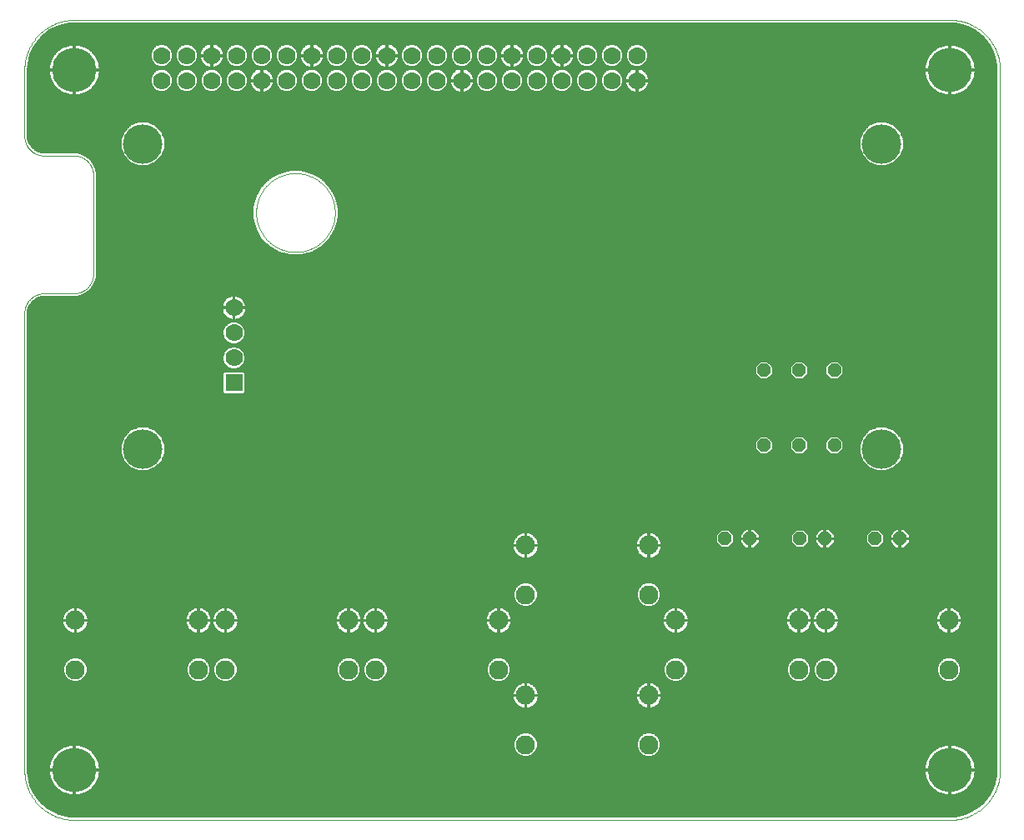
<source format=gtl>
G75*
%MOIN*%
%OFA0B0*%
%FSLAX25Y25*%
%IPPOS*%
%LPD*%
%AMOC8*
5,1,8,0,0,1.08239X$1,22.5*
%
%ADD10C,0.00000*%
%ADD11C,0.15811*%
%ADD12C,0.07677*%
%ADD13C,0.17717*%
%ADD14OC8,0.05200*%
%ADD15R,0.07000X0.07000*%
%ADD16C,0.07000*%
%ADD17C,0.00600*%
D10*
X0063342Y0020985D02*
X0063342Y0204056D01*
X0063344Y0204246D01*
X0063351Y0204436D01*
X0063363Y0204626D01*
X0063379Y0204816D01*
X0063399Y0205005D01*
X0063425Y0205194D01*
X0063454Y0205382D01*
X0063489Y0205569D01*
X0063528Y0205755D01*
X0063571Y0205940D01*
X0063619Y0206125D01*
X0063671Y0206308D01*
X0063727Y0206489D01*
X0063788Y0206669D01*
X0063854Y0206848D01*
X0063923Y0207025D01*
X0063997Y0207201D01*
X0064075Y0207374D01*
X0064158Y0207546D01*
X0064244Y0207715D01*
X0064334Y0207883D01*
X0064429Y0208048D01*
X0064527Y0208211D01*
X0064630Y0208371D01*
X0064736Y0208529D01*
X0064846Y0208684D01*
X0064959Y0208837D01*
X0065077Y0208987D01*
X0065198Y0209133D01*
X0065322Y0209277D01*
X0065450Y0209418D01*
X0065581Y0209556D01*
X0065716Y0209691D01*
X0065854Y0209822D01*
X0065995Y0209950D01*
X0066139Y0210074D01*
X0066285Y0210195D01*
X0066435Y0210313D01*
X0066588Y0210426D01*
X0066743Y0210536D01*
X0066901Y0210642D01*
X0067061Y0210745D01*
X0067224Y0210843D01*
X0067389Y0210938D01*
X0067557Y0211028D01*
X0067726Y0211114D01*
X0067898Y0211197D01*
X0068071Y0211275D01*
X0068247Y0211349D01*
X0068424Y0211418D01*
X0068603Y0211484D01*
X0068783Y0211545D01*
X0068964Y0211601D01*
X0069147Y0211653D01*
X0069332Y0211701D01*
X0069517Y0211744D01*
X0069703Y0211783D01*
X0069890Y0211818D01*
X0070078Y0211847D01*
X0070267Y0211873D01*
X0070456Y0211893D01*
X0070646Y0211909D01*
X0070836Y0211921D01*
X0071026Y0211928D01*
X0071216Y0211930D01*
X0083027Y0211930D01*
X0083217Y0211932D01*
X0083407Y0211939D01*
X0083597Y0211951D01*
X0083787Y0211967D01*
X0083976Y0211987D01*
X0084165Y0212013D01*
X0084353Y0212042D01*
X0084540Y0212077D01*
X0084726Y0212116D01*
X0084911Y0212159D01*
X0085096Y0212207D01*
X0085279Y0212259D01*
X0085460Y0212315D01*
X0085640Y0212376D01*
X0085819Y0212442D01*
X0085996Y0212511D01*
X0086172Y0212585D01*
X0086345Y0212663D01*
X0086517Y0212746D01*
X0086686Y0212832D01*
X0086854Y0212922D01*
X0087019Y0213017D01*
X0087182Y0213115D01*
X0087342Y0213218D01*
X0087500Y0213324D01*
X0087655Y0213434D01*
X0087808Y0213547D01*
X0087958Y0213665D01*
X0088104Y0213786D01*
X0088248Y0213910D01*
X0088389Y0214038D01*
X0088527Y0214169D01*
X0088662Y0214304D01*
X0088793Y0214442D01*
X0088921Y0214583D01*
X0089045Y0214727D01*
X0089166Y0214873D01*
X0089284Y0215023D01*
X0089397Y0215176D01*
X0089507Y0215331D01*
X0089613Y0215489D01*
X0089716Y0215649D01*
X0089814Y0215812D01*
X0089909Y0215977D01*
X0089999Y0216145D01*
X0090085Y0216314D01*
X0090168Y0216486D01*
X0090246Y0216659D01*
X0090320Y0216835D01*
X0090389Y0217012D01*
X0090455Y0217191D01*
X0090516Y0217371D01*
X0090572Y0217552D01*
X0090624Y0217735D01*
X0090672Y0217920D01*
X0090715Y0218105D01*
X0090754Y0218291D01*
X0090789Y0218478D01*
X0090818Y0218666D01*
X0090844Y0218855D01*
X0090864Y0219044D01*
X0090880Y0219234D01*
X0090892Y0219424D01*
X0090899Y0219614D01*
X0090901Y0219804D01*
X0090901Y0259174D01*
X0090899Y0259364D01*
X0090892Y0259554D01*
X0090880Y0259744D01*
X0090864Y0259934D01*
X0090844Y0260123D01*
X0090818Y0260312D01*
X0090789Y0260500D01*
X0090754Y0260687D01*
X0090715Y0260873D01*
X0090672Y0261058D01*
X0090624Y0261243D01*
X0090572Y0261426D01*
X0090516Y0261607D01*
X0090455Y0261787D01*
X0090389Y0261966D01*
X0090320Y0262143D01*
X0090246Y0262319D01*
X0090168Y0262492D01*
X0090085Y0262664D01*
X0089999Y0262833D01*
X0089909Y0263001D01*
X0089814Y0263166D01*
X0089716Y0263329D01*
X0089613Y0263489D01*
X0089507Y0263647D01*
X0089397Y0263802D01*
X0089284Y0263955D01*
X0089166Y0264105D01*
X0089045Y0264251D01*
X0088921Y0264395D01*
X0088793Y0264536D01*
X0088662Y0264674D01*
X0088527Y0264809D01*
X0088389Y0264940D01*
X0088248Y0265068D01*
X0088104Y0265192D01*
X0087958Y0265313D01*
X0087808Y0265431D01*
X0087655Y0265544D01*
X0087500Y0265654D01*
X0087342Y0265760D01*
X0087182Y0265863D01*
X0087019Y0265961D01*
X0086854Y0266056D01*
X0086686Y0266146D01*
X0086517Y0266232D01*
X0086345Y0266315D01*
X0086172Y0266393D01*
X0085996Y0266467D01*
X0085819Y0266536D01*
X0085640Y0266602D01*
X0085460Y0266663D01*
X0085279Y0266719D01*
X0085096Y0266771D01*
X0084911Y0266819D01*
X0084726Y0266862D01*
X0084540Y0266901D01*
X0084353Y0266936D01*
X0084165Y0266965D01*
X0083976Y0266991D01*
X0083787Y0267011D01*
X0083597Y0267027D01*
X0083407Y0267039D01*
X0083217Y0267046D01*
X0083027Y0267048D01*
X0071216Y0267048D01*
X0071026Y0267050D01*
X0070836Y0267057D01*
X0070646Y0267069D01*
X0070456Y0267085D01*
X0070267Y0267105D01*
X0070078Y0267131D01*
X0069890Y0267160D01*
X0069703Y0267195D01*
X0069517Y0267234D01*
X0069332Y0267277D01*
X0069147Y0267325D01*
X0068964Y0267377D01*
X0068783Y0267433D01*
X0068603Y0267494D01*
X0068424Y0267560D01*
X0068247Y0267629D01*
X0068071Y0267703D01*
X0067898Y0267781D01*
X0067726Y0267864D01*
X0067557Y0267950D01*
X0067389Y0268040D01*
X0067224Y0268135D01*
X0067061Y0268233D01*
X0066901Y0268336D01*
X0066743Y0268442D01*
X0066588Y0268552D01*
X0066435Y0268665D01*
X0066285Y0268783D01*
X0066139Y0268904D01*
X0065995Y0269028D01*
X0065854Y0269156D01*
X0065716Y0269287D01*
X0065581Y0269422D01*
X0065450Y0269560D01*
X0065322Y0269701D01*
X0065198Y0269845D01*
X0065077Y0269991D01*
X0064959Y0270141D01*
X0064846Y0270294D01*
X0064736Y0270449D01*
X0064630Y0270607D01*
X0064527Y0270767D01*
X0064429Y0270930D01*
X0064334Y0271095D01*
X0064244Y0271263D01*
X0064158Y0271432D01*
X0064075Y0271604D01*
X0063997Y0271777D01*
X0063923Y0271953D01*
X0063854Y0272130D01*
X0063788Y0272309D01*
X0063727Y0272489D01*
X0063671Y0272670D01*
X0063619Y0272853D01*
X0063571Y0273038D01*
X0063528Y0273223D01*
X0063489Y0273409D01*
X0063454Y0273596D01*
X0063425Y0273784D01*
X0063399Y0273973D01*
X0063379Y0274162D01*
X0063363Y0274352D01*
X0063351Y0274542D01*
X0063344Y0274732D01*
X0063342Y0274922D01*
X0063342Y0301300D01*
X0063348Y0301783D01*
X0063365Y0302266D01*
X0063395Y0302749D01*
X0063435Y0303230D01*
X0063488Y0303711D01*
X0063552Y0304190D01*
X0063627Y0304667D01*
X0063715Y0305143D01*
X0063813Y0305616D01*
X0063923Y0306086D01*
X0064044Y0306554D01*
X0064177Y0307019D01*
X0064321Y0307480D01*
X0064476Y0307938D01*
X0064642Y0308392D01*
X0064819Y0308842D01*
X0065006Y0309287D01*
X0065205Y0309728D01*
X0065413Y0310164D01*
X0065633Y0310594D01*
X0065863Y0311020D01*
X0066103Y0311439D01*
X0066353Y0311853D01*
X0066613Y0312260D01*
X0066882Y0312661D01*
X0067162Y0313056D01*
X0067450Y0313443D01*
X0067749Y0313824D01*
X0068056Y0314197D01*
X0068372Y0314562D01*
X0068697Y0314920D01*
X0069030Y0315270D01*
X0069372Y0315612D01*
X0069722Y0315945D01*
X0070080Y0316270D01*
X0070445Y0316586D01*
X0070818Y0316893D01*
X0071199Y0317192D01*
X0071586Y0317480D01*
X0071981Y0317760D01*
X0072382Y0318029D01*
X0072789Y0318289D01*
X0073203Y0318539D01*
X0073622Y0318779D01*
X0074048Y0319009D01*
X0074478Y0319229D01*
X0074914Y0319437D01*
X0075355Y0319636D01*
X0075800Y0319823D01*
X0076250Y0320000D01*
X0076704Y0320166D01*
X0077162Y0320321D01*
X0077623Y0320465D01*
X0078088Y0320598D01*
X0078556Y0320719D01*
X0079026Y0320829D01*
X0079499Y0320927D01*
X0079975Y0321015D01*
X0080452Y0321090D01*
X0080931Y0321154D01*
X0081412Y0321207D01*
X0081893Y0321247D01*
X0082376Y0321277D01*
X0082859Y0321294D01*
X0083342Y0321300D01*
X0433342Y0321300D01*
X0433825Y0321294D01*
X0434308Y0321277D01*
X0434791Y0321247D01*
X0435272Y0321207D01*
X0435753Y0321154D01*
X0436232Y0321090D01*
X0436709Y0321015D01*
X0437185Y0320927D01*
X0437658Y0320829D01*
X0438128Y0320719D01*
X0438596Y0320598D01*
X0439061Y0320465D01*
X0439522Y0320321D01*
X0439980Y0320166D01*
X0440434Y0320000D01*
X0440884Y0319823D01*
X0441329Y0319636D01*
X0441770Y0319437D01*
X0442206Y0319229D01*
X0442636Y0319009D01*
X0443062Y0318779D01*
X0443481Y0318539D01*
X0443895Y0318289D01*
X0444302Y0318029D01*
X0444703Y0317760D01*
X0445098Y0317480D01*
X0445485Y0317192D01*
X0445866Y0316893D01*
X0446239Y0316586D01*
X0446604Y0316270D01*
X0446962Y0315945D01*
X0447312Y0315612D01*
X0447654Y0315270D01*
X0447987Y0314920D01*
X0448312Y0314562D01*
X0448628Y0314197D01*
X0448935Y0313824D01*
X0449234Y0313443D01*
X0449522Y0313056D01*
X0449802Y0312661D01*
X0450071Y0312260D01*
X0450331Y0311853D01*
X0450581Y0311439D01*
X0450821Y0311020D01*
X0451051Y0310594D01*
X0451271Y0310164D01*
X0451479Y0309728D01*
X0451678Y0309287D01*
X0451865Y0308842D01*
X0452042Y0308392D01*
X0452208Y0307938D01*
X0452363Y0307480D01*
X0452507Y0307019D01*
X0452640Y0306554D01*
X0452761Y0306086D01*
X0452871Y0305616D01*
X0452969Y0305143D01*
X0453057Y0304667D01*
X0453132Y0304190D01*
X0453196Y0303711D01*
X0453249Y0303230D01*
X0453289Y0302749D01*
X0453319Y0302266D01*
X0453336Y0301783D01*
X0453342Y0301300D01*
X0453342Y0021300D01*
X0453336Y0020817D01*
X0453319Y0020334D01*
X0453289Y0019851D01*
X0453249Y0019370D01*
X0453196Y0018889D01*
X0453132Y0018410D01*
X0453057Y0017933D01*
X0452969Y0017457D01*
X0452871Y0016984D01*
X0452761Y0016514D01*
X0452640Y0016046D01*
X0452507Y0015581D01*
X0452363Y0015120D01*
X0452208Y0014662D01*
X0452042Y0014208D01*
X0451865Y0013758D01*
X0451678Y0013313D01*
X0451479Y0012872D01*
X0451271Y0012436D01*
X0451051Y0012006D01*
X0450821Y0011580D01*
X0450581Y0011161D01*
X0450331Y0010747D01*
X0450071Y0010340D01*
X0449802Y0009939D01*
X0449522Y0009544D01*
X0449234Y0009157D01*
X0448935Y0008776D01*
X0448628Y0008403D01*
X0448312Y0008038D01*
X0447987Y0007680D01*
X0447654Y0007330D01*
X0447312Y0006988D01*
X0446962Y0006655D01*
X0446604Y0006330D01*
X0446239Y0006014D01*
X0445866Y0005707D01*
X0445485Y0005408D01*
X0445098Y0005120D01*
X0444703Y0004840D01*
X0444302Y0004571D01*
X0443895Y0004311D01*
X0443481Y0004061D01*
X0443062Y0003821D01*
X0442636Y0003591D01*
X0442206Y0003371D01*
X0441770Y0003163D01*
X0441329Y0002964D01*
X0440884Y0002777D01*
X0440434Y0002600D01*
X0439980Y0002434D01*
X0439522Y0002279D01*
X0439061Y0002135D01*
X0438596Y0002002D01*
X0438128Y0001881D01*
X0437658Y0001771D01*
X0437185Y0001673D01*
X0436709Y0001585D01*
X0436232Y0001510D01*
X0435753Y0001446D01*
X0435272Y0001393D01*
X0434791Y0001353D01*
X0434308Y0001323D01*
X0433825Y0001306D01*
X0433342Y0001300D01*
X0083342Y0001300D01*
X0082859Y0001306D01*
X0082376Y0001323D01*
X0081893Y0001353D01*
X0081412Y0001393D01*
X0080931Y0001446D01*
X0080452Y0001510D01*
X0079975Y0001585D01*
X0079499Y0001673D01*
X0079026Y0001771D01*
X0078556Y0001881D01*
X0078088Y0002002D01*
X0077623Y0002135D01*
X0077162Y0002279D01*
X0076704Y0002434D01*
X0076250Y0002600D01*
X0075800Y0002777D01*
X0075355Y0002964D01*
X0074914Y0003163D01*
X0074478Y0003371D01*
X0074048Y0003591D01*
X0073622Y0003821D01*
X0073203Y0004061D01*
X0072789Y0004311D01*
X0072382Y0004571D01*
X0071981Y0004840D01*
X0071586Y0005120D01*
X0071199Y0005408D01*
X0070818Y0005707D01*
X0070445Y0006014D01*
X0070080Y0006330D01*
X0069722Y0006655D01*
X0069372Y0006988D01*
X0069030Y0007330D01*
X0068697Y0007680D01*
X0068372Y0008038D01*
X0068056Y0008403D01*
X0067749Y0008776D01*
X0067450Y0009157D01*
X0067162Y0009544D01*
X0066882Y0009939D01*
X0066613Y0010340D01*
X0066353Y0010747D01*
X0066103Y0011161D01*
X0065863Y0011580D01*
X0065633Y0012006D01*
X0065413Y0012436D01*
X0065205Y0012872D01*
X0065006Y0013313D01*
X0064819Y0013758D01*
X0064642Y0014208D01*
X0064476Y0014662D01*
X0064321Y0015120D01*
X0064177Y0015581D01*
X0064044Y0016046D01*
X0063923Y0016514D01*
X0063813Y0016984D01*
X0063715Y0017457D01*
X0063627Y0017933D01*
X0063552Y0018410D01*
X0063488Y0018889D01*
X0063435Y0019370D01*
X0063395Y0019851D01*
X0063365Y0020334D01*
X0063348Y0020817D01*
X0063342Y0021300D01*
X0155980Y0244233D02*
X0155985Y0244619D01*
X0155999Y0245006D01*
X0156023Y0245391D01*
X0156056Y0245777D01*
X0156098Y0246161D01*
X0156150Y0246544D01*
X0156212Y0246925D01*
X0156283Y0247305D01*
X0156363Y0247683D01*
X0156452Y0248059D01*
X0156550Y0248433D01*
X0156658Y0248804D01*
X0156775Y0249173D01*
X0156901Y0249538D01*
X0157035Y0249901D01*
X0157179Y0250259D01*
X0157331Y0250615D01*
X0157492Y0250966D01*
X0157662Y0251313D01*
X0157840Y0251657D01*
X0158026Y0251995D01*
X0158220Y0252329D01*
X0158423Y0252658D01*
X0158634Y0252982D01*
X0158853Y0253301D01*
X0159079Y0253614D01*
X0159313Y0253922D01*
X0159555Y0254223D01*
X0159803Y0254519D01*
X0160060Y0254809D01*
X0160323Y0255092D01*
X0160592Y0255369D01*
X0160869Y0255638D01*
X0161152Y0255901D01*
X0161442Y0256158D01*
X0161738Y0256406D01*
X0162039Y0256648D01*
X0162347Y0256882D01*
X0162660Y0257108D01*
X0162979Y0257327D01*
X0163303Y0257538D01*
X0163632Y0257741D01*
X0163966Y0257935D01*
X0164304Y0258121D01*
X0164648Y0258299D01*
X0164995Y0258469D01*
X0165346Y0258630D01*
X0165702Y0258782D01*
X0166060Y0258926D01*
X0166423Y0259060D01*
X0166788Y0259186D01*
X0167157Y0259303D01*
X0167528Y0259411D01*
X0167902Y0259509D01*
X0168278Y0259598D01*
X0168656Y0259678D01*
X0169036Y0259749D01*
X0169417Y0259811D01*
X0169800Y0259863D01*
X0170184Y0259905D01*
X0170570Y0259938D01*
X0170955Y0259962D01*
X0171342Y0259976D01*
X0171728Y0259981D01*
X0172114Y0259976D01*
X0172501Y0259962D01*
X0172886Y0259938D01*
X0173272Y0259905D01*
X0173656Y0259863D01*
X0174039Y0259811D01*
X0174420Y0259749D01*
X0174800Y0259678D01*
X0175178Y0259598D01*
X0175554Y0259509D01*
X0175928Y0259411D01*
X0176299Y0259303D01*
X0176668Y0259186D01*
X0177033Y0259060D01*
X0177396Y0258926D01*
X0177754Y0258782D01*
X0178110Y0258630D01*
X0178461Y0258469D01*
X0178808Y0258299D01*
X0179152Y0258121D01*
X0179490Y0257935D01*
X0179824Y0257741D01*
X0180153Y0257538D01*
X0180477Y0257327D01*
X0180796Y0257108D01*
X0181109Y0256882D01*
X0181417Y0256648D01*
X0181718Y0256406D01*
X0182014Y0256158D01*
X0182304Y0255901D01*
X0182587Y0255638D01*
X0182864Y0255369D01*
X0183133Y0255092D01*
X0183396Y0254809D01*
X0183653Y0254519D01*
X0183901Y0254223D01*
X0184143Y0253922D01*
X0184377Y0253614D01*
X0184603Y0253301D01*
X0184822Y0252982D01*
X0185033Y0252658D01*
X0185236Y0252329D01*
X0185430Y0251995D01*
X0185616Y0251657D01*
X0185794Y0251313D01*
X0185964Y0250966D01*
X0186125Y0250615D01*
X0186277Y0250259D01*
X0186421Y0249901D01*
X0186555Y0249538D01*
X0186681Y0249173D01*
X0186798Y0248804D01*
X0186906Y0248433D01*
X0187004Y0248059D01*
X0187093Y0247683D01*
X0187173Y0247305D01*
X0187244Y0246925D01*
X0187306Y0246544D01*
X0187358Y0246161D01*
X0187400Y0245777D01*
X0187433Y0245391D01*
X0187457Y0245006D01*
X0187471Y0244619D01*
X0187476Y0244233D01*
X0187471Y0243847D01*
X0187457Y0243460D01*
X0187433Y0243075D01*
X0187400Y0242689D01*
X0187358Y0242305D01*
X0187306Y0241922D01*
X0187244Y0241541D01*
X0187173Y0241161D01*
X0187093Y0240783D01*
X0187004Y0240407D01*
X0186906Y0240033D01*
X0186798Y0239662D01*
X0186681Y0239293D01*
X0186555Y0238928D01*
X0186421Y0238565D01*
X0186277Y0238207D01*
X0186125Y0237851D01*
X0185964Y0237500D01*
X0185794Y0237153D01*
X0185616Y0236809D01*
X0185430Y0236471D01*
X0185236Y0236137D01*
X0185033Y0235808D01*
X0184822Y0235484D01*
X0184603Y0235165D01*
X0184377Y0234852D01*
X0184143Y0234544D01*
X0183901Y0234243D01*
X0183653Y0233947D01*
X0183396Y0233657D01*
X0183133Y0233374D01*
X0182864Y0233097D01*
X0182587Y0232828D01*
X0182304Y0232565D01*
X0182014Y0232308D01*
X0181718Y0232060D01*
X0181417Y0231818D01*
X0181109Y0231584D01*
X0180796Y0231358D01*
X0180477Y0231139D01*
X0180153Y0230928D01*
X0179824Y0230725D01*
X0179490Y0230531D01*
X0179152Y0230345D01*
X0178808Y0230167D01*
X0178461Y0229997D01*
X0178110Y0229836D01*
X0177754Y0229684D01*
X0177396Y0229540D01*
X0177033Y0229406D01*
X0176668Y0229280D01*
X0176299Y0229163D01*
X0175928Y0229055D01*
X0175554Y0228957D01*
X0175178Y0228868D01*
X0174800Y0228788D01*
X0174420Y0228717D01*
X0174039Y0228655D01*
X0173656Y0228603D01*
X0173272Y0228561D01*
X0172886Y0228528D01*
X0172501Y0228504D01*
X0172114Y0228490D01*
X0171728Y0228485D01*
X0171342Y0228490D01*
X0170955Y0228504D01*
X0170570Y0228528D01*
X0170184Y0228561D01*
X0169800Y0228603D01*
X0169417Y0228655D01*
X0169036Y0228717D01*
X0168656Y0228788D01*
X0168278Y0228868D01*
X0167902Y0228957D01*
X0167528Y0229055D01*
X0167157Y0229163D01*
X0166788Y0229280D01*
X0166423Y0229406D01*
X0166060Y0229540D01*
X0165702Y0229684D01*
X0165346Y0229836D01*
X0164995Y0229997D01*
X0164648Y0230167D01*
X0164304Y0230345D01*
X0163966Y0230531D01*
X0163632Y0230725D01*
X0163303Y0230928D01*
X0162979Y0231139D01*
X0162660Y0231358D01*
X0162347Y0231584D01*
X0162039Y0231818D01*
X0161738Y0232060D01*
X0161442Y0232308D01*
X0161152Y0232565D01*
X0160869Y0232828D01*
X0160592Y0233097D01*
X0160323Y0233374D01*
X0160060Y0233657D01*
X0159803Y0233947D01*
X0159555Y0234243D01*
X0159313Y0234544D01*
X0159079Y0234852D01*
X0158853Y0235165D01*
X0158634Y0235484D01*
X0158423Y0235808D01*
X0158220Y0236137D01*
X0158026Y0236471D01*
X0157840Y0236809D01*
X0157662Y0237153D01*
X0157492Y0237500D01*
X0157331Y0237851D01*
X0157179Y0238207D01*
X0157035Y0238565D01*
X0156901Y0238928D01*
X0156775Y0239293D01*
X0156658Y0239662D01*
X0156550Y0240033D01*
X0156452Y0240407D01*
X0156363Y0240783D01*
X0156283Y0241161D01*
X0156212Y0241541D01*
X0156150Y0241922D01*
X0156098Y0242305D01*
X0156056Y0242689D01*
X0156023Y0243075D01*
X0155999Y0243460D01*
X0155985Y0243847D01*
X0155980Y0244233D01*
D11*
X0110704Y0271792D03*
X0110704Y0149745D03*
X0405980Y0149745D03*
X0405980Y0271792D03*
D12*
X0312948Y0111143D03*
X0312948Y0091457D03*
X0323736Y0081143D03*
X0323736Y0061457D03*
X0312948Y0051143D03*
X0312948Y0031457D03*
X0263736Y0031457D03*
X0263736Y0051143D03*
X0252948Y0061457D03*
X0252948Y0081143D03*
X0263736Y0091457D03*
X0263736Y0111143D03*
X0203736Y0081143D03*
X0192948Y0081143D03*
X0192948Y0061457D03*
X0203736Y0061457D03*
X0143736Y0061457D03*
X0132948Y0061457D03*
X0132948Y0081143D03*
X0143736Y0081143D03*
X0083736Y0081143D03*
X0083736Y0061457D03*
X0372948Y0061457D03*
X0383736Y0061457D03*
X0383736Y0081143D03*
X0372948Y0081143D03*
X0432948Y0081143D03*
X0432948Y0061457D03*
D13*
X0433342Y0021300D03*
X0083342Y0021300D03*
X0083342Y0301300D03*
X0433342Y0301300D03*
D14*
X0387161Y0181143D03*
X0373066Y0181143D03*
X0358972Y0181143D03*
X0358972Y0151143D03*
X0373066Y0151143D03*
X0387161Y0151143D03*
X0383342Y0113800D03*
X0373342Y0113800D03*
X0353342Y0113800D03*
X0343342Y0113800D03*
X0403342Y0113800D03*
X0413342Y0113800D03*
D15*
X0147121Y0176182D03*
D16*
X0147121Y0186182D03*
X0147121Y0196182D03*
X0147121Y0206182D03*
X0148224Y0297087D03*
X0138224Y0297087D03*
X0128224Y0297087D03*
X0118224Y0297087D03*
X0118224Y0307087D03*
X0128224Y0307087D03*
X0138224Y0307087D03*
X0148224Y0307087D03*
X0158224Y0307087D03*
X0168224Y0307087D03*
X0178224Y0307087D03*
X0188224Y0307087D03*
X0198224Y0307087D03*
X0208224Y0307087D03*
X0218224Y0307087D03*
X0218224Y0297087D03*
X0208224Y0297087D03*
X0198224Y0297087D03*
X0188224Y0297087D03*
X0178224Y0297087D03*
X0168224Y0297087D03*
X0158224Y0297087D03*
X0228224Y0297087D03*
X0238224Y0297087D03*
X0248224Y0297087D03*
X0258224Y0297087D03*
X0268224Y0297087D03*
X0278224Y0297087D03*
X0288224Y0297087D03*
X0298224Y0297087D03*
X0308224Y0297087D03*
X0308224Y0307087D03*
X0298224Y0307087D03*
X0288224Y0307087D03*
X0278224Y0307087D03*
X0268224Y0307087D03*
X0258224Y0307087D03*
X0248224Y0307087D03*
X0238224Y0307087D03*
X0228224Y0307087D03*
D17*
X0232624Y0307139D02*
X0233824Y0307139D01*
X0233824Y0306541D02*
X0232624Y0306541D01*
X0232624Y0306212D02*
X0232624Y0307963D01*
X0231954Y0309580D01*
X0230716Y0310818D01*
X0229099Y0311487D01*
X0227348Y0311487D01*
X0225731Y0310818D01*
X0224494Y0309580D01*
X0223824Y0307963D01*
X0223824Y0306212D01*
X0224494Y0304595D01*
X0225731Y0303357D01*
X0227348Y0302687D01*
X0229099Y0302687D01*
X0230716Y0303357D01*
X0231954Y0304595D01*
X0232624Y0306212D01*
X0232512Y0305942D02*
X0233935Y0305942D01*
X0233824Y0306212D02*
X0234494Y0304595D01*
X0235731Y0303357D01*
X0237348Y0302687D01*
X0239099Y0302687D01*
X0240716Y0303357D01*
X0241954Y0304595D01*
X0242624Y0306212D01*
X0242624Y0307963D01*
X0241954Y0309580D01*
X0240716Y0310818D01*
X0239099Y0311487D01*
X0237348Y0311487D01*
X0235731Y0310818D01*
X0234494Y0309580D01*
X0233824Y0307963D01*
X0233824Y0306212D01*
X0234183Y0305344D02*
X0232264Y0305344D01*
X0232016Y0304745D02*
X0234431Y0304745D01*
X0234942Y0304147D02*
X0231506Y0304147D01*
X0230907Y0303548D02*
X0235540Y0303548D01*
X0236715Y0302950D02*
X0229732Y0302950D01*
X0229099Y0301487D02*
X0227348Y0301487D01*
X0225731Y0300818D01*
X0224494Y0299580D01*
X0223824Y0297963D01*
X0223824Y0296212D01*
X0224494Y0294595D01*
X0225731Y0293357D01*
X0227348Y0292687D01*
X0229099Y0292687D01*
X0230716Y0293357D01*
X0231954Y0294595D01*
X0232624Y0296212D01*
X0232624Y0297963D01*
X0231954Y0299580D01*
X0230716Y0300818D01*
X0229099Y0301487D01*
X0229903Y0301154D02*
X0235655Y0301154D01*
X0235708Y0301193D02*
X0235097Y0300749D01*
X0234562Y0300214D01*
X0234118Y0299603D01*
X0233775Y0298930D01*
X0233542Y0298211D01*
X0233424Y0297465D01*
X0233424Y0297387D01*
X0237924Y0297387D01*
X0237924Y0296787D01*
X0238524Y0296787D01*
X0238524Y0292287D01*
X0238601Y0292287D01*
X0239348Y0292406D01*
X0240066Y0292639D01*
X0240739Y0292982D01*
X0241351Y0293426D01*
X0241885Y0293960D01*
X0242329Y0294572D01*
X0242672Y0295245D01*
X0242905Y0295963D01*
X0243024Y0296710D01*
X0243024Y0296787D01*
X0238524Y0296787D01*
X0238524Y0297387D01*
X0243024Y0297387D01*
X0243024Y0297465D01*
X0242905Y0298211D01*
X0242672Y0298930D01*
X0242329Y0299603D01*
X0241885Y0300214D01*
X0241351Y0300749D01*
X0240739Y0301193D01*
X0240066Y0301536D01*
X0239348Y0301769D01*
X0238601Y0301887D01*
X0238524Y0301887D01*
X0238524Y0297387D01*
X0237924Y0297387D01*
X0237924Y0301887D01*
X0237846Y0301887D01*
X0237100Y0301769D01*
X0236381Y0301536D01*
X0235708Y0301193D01*
X0234904Y0300556D02*
X0230978Y0300556D01*
X0231576Y0299957D02*
X0234376Y0299957D01*
X0233994Y0299359D02*
X0232045Y0299359D01*
X0232293Y0298760D02*
X0233720Y0298760D01*
X0233534Y0298162D02*
X0232541Y0298162D01*
X0232624Y0297563D02*
X0233439Y0297563D01*
X0233424Y0296787D02*
X0233424Y0296710D01*
X0233542Y0295963D01*
X0233775Y0295245D01*
X0234118Y0294572D01*
X0234562Y0293960D01*
X0235097Y0293426D01*
X0235708Y0292982D01*
X0236381Y0292639D01*
X0237100Y0292406D01*
X0237846Y0292287D01*
X0237924Y0292287D01*
X0237924Y0296787D01*
X0233424Y0296787D01*
X0233478Y0296366D02*
X0232624Y0296366D01*
X0232624Y0296965D02*
X0237924Y0296965D01*
X0237924Y0297563D02*
X0238524Y0297563D01*
X0238524Y0296965D02*
X0243824Y0296965D01*
X0243824Y0297563D02*
X0243008Y0297563D01*
X0242913Y0298162D02*
X0243906Y0298162D01*
X0243824Y0297963D02*
X0243824Y0296212D01*
X0244494Y0294595D01*
X0245731Y0293357D01*
X0247348Y0292687D01*
X0249099Y0292687D01*
X0250716Y0293357D01*
X0251954Y0294595D01*
X0252624Y0296212D01*
X0252624Y0297963D01*
X0251954Y0299580D01*
X0250716Y0300818D01*
X0249099Y0301487D01*
X0247348Y0301487D01*
X0245731Y0300818D01*
X0244494Y0299580D01*
X0243824Y0297963D01*
X0244154Y0298760D02*
X0242727Y0298760D01*
X0242454Y0299359D02*
X0244402Y0299359D01*
X0244871Y0299957D02*
X0242072Y0299957D01*
X0241544Y0300556D02*
X0245469Y0300556D01*
X0246544Y0301154D02*
X0240792Y0301154D01*
X0239399Y0301753D02*
X0307049Y0301753D01*
X0307100Y0301769D02*
X0306381Y0301536D01*
X0305708Y0301193D01*
X0305097Y0300749D01*
X0304562Y0300214D01*
X0304118Y0299603D01*
X0303775Y0298930D01*
X0303542Y0298211D01*
X0303424Y0297465D01*
X0303424Y0297387D01*
X0307924Y0297387D01*
X0307924Y0296787D01*
X0308524Y0296787D01*
X0308524Y0292287D01*
X0308601Y0292287D01*
X0309348Y0292406D01*
X0310066Y0292639D01*
X0310739Y0292982D01*
X0311351Y0293426D01*
X0311885Y0293960D01*
X0312329Y0294572D01*
X0312672Y0295245D01*
X0312905Y0295963D01*
X0313024Y0296710D01*
X0313024Y0296787D01*
X0308524Y0296787D01*
X0308524Y0297387D01*
X0313024Y0297387D01*
X0313024Y0297465D01*
X0312905Y0298211D01*
X0312672Y0298930D01*
X0312329Y0299603D01*
X0311885Y0300214D01*
X0311351Y0300749D01*
X0310739Y0301193D01*
X0310066Y0301536D01*
X0309348Y0301769D01*
X0308601Y0301887D01*
X0308524Y0301887D01*
X0308524Y0297387D01*
X0307924Y0297387D01*
X0307924Y0301887D01*
X0307846Y0301887D01*
X0307100Y0301769D01*
X0307924Y0301753D02*
X0308524Y0301753D01*
X0308524Y0301154D02*
X0307924Y0301154D01*
X0307924Y0300556D02*
X0308524Y0300556D01*
X0308524Y0299957D02*
X0307924Y0299957D01*
X0307924Y0299359D02*
X0308524Y0299359D01*
X0308524Y0298760D02*
X0307924Y0298760D01*
X0307924Y0298162D02*
X0308524Y0298162D01*
X0308524Y0297563D02*
X0307924Y0297563D01*
X0307924Y0296965D02*
X0302624Y0296965D01*
X0302624Y0297563D02*
X0303439Y0297563D01*
X0303534Y0298162D02*
X0302541Y0298162D01*
X0302624Y0297963D02*
X0301954Y0299580D01*
X0300716Y0300818D01*
X0299099Y0301487D01*
X0297348Y0301487D01*
X0295731Y0300818D01*
X0294494Y0299580D01*
X0293824Y0297963D01*
X0293824Y0296212D01*
X0294494Y0294595D01*
X0295731Y0293357D01*
X0297348Y0292687D01*
X0299099Y0292687D01*
X0300716Y0293357D01*
X0301954Y0294595D01*
X0302624Y0296212D01*
X0302624Y0297963D01*
X0302293Y0298760D02*
X0303720Y0298760D01*
X0303994Y0299359D02*
X0302045Y0299359D01*
X0301576Y0299957D02*
X0304376Y0299957D01*
X0304904Y0300556D02*
X0300978Y0300556D01*
X0299903Y0301154D02*
X0305655Y0301154D01*
X0306715Y0302950D02*
X0299732Y0302950D01*
X0299099Y0302687D02*
X0300716Y0303357D01*
X0301954Y0304595D01*
X0302624Y0306212D01*
X0302624Y0307963D01*
X0301954Y0309580D01*
X0300716Y0310818D01*
X0299099Y0311487D01*
X0297348Y0311487D01*
X0295731Y0310818D01*
X0294494Y0309580D01*
X0293824Y0307963D01*
X0293824Y0306212D01*
X0294494Y0304595D01*
X0295731Y0303357D01*
X0297348Y0302687D01*
X0299099Y0302687D01*
X0300907Y0303548D02*
X0305540Y0303548D01*
X0305731Y0303357D02*
X0307348Y0302687D01*
X0309099Y0302687D01*
X0310716Y0303357D01*
X0311954Y0304595D01*
X0312624Y0306212D01*
X0312624Y0307963D01*
X0311954Y0309580D01*
X0310716Y0310818D01*
X0309099Y0311487D01*
X0307348Y0311487D01*
X0305731Y0310818D01*
X0304494Y0309580D01*
X0303824Y0307963D01*
X0303824Y0306212D01*
X0304494Y0304595D01*
X0305731Y0303357D01*
X0304942Y0304147D02*
X0301506Y0304147D01*
X0302016Y0304745D02*
X0304431Y0304745D01*
X0304183Y0305344D02*
X0302264Y0305344D01*
X0302512Y0305942D02*
X0303935Y0305942D01*
X0303824Y0306541D02*
X0302624Y0306541D01*
X0302624Y0307139D02*
X0303824Y0307139D01*
X0303824Y0307738D02*
X0302624Y0307738D01*
X0302469Y0308336D02*
X0303978Y0308336D01*
X0304226Y0308935D02*
X0302221Y0308935D01*
X0301973Y0309533D02*
X0304474Y0309533D01*
X0305046Y0310132D02*
X0301402Y0310132D01*
X0300803Y0310730D02*
X0305644Y0310730D01*
X0306966Y0311329D02*
X0299482Y0311329D01*
X0296966Y0311329D02*
X0289482Y0311329D01*
X0289099Y0311487D02*
X0287348Y0311487D01*
X0285731Y0310818D01*
X0284494Y0309580D01*
X0283824Y0307963D01*
X0283824Y0306212D01*
X0284494Y0304595D01*
X0285731Y0303357D01*
X0287348Y0302687D01*
X0289099Y0302687D01*
X0290716Y0303357D01*
X0291954Y0304595D01*
X0292624Y0306212D01*
X0292624Y0307963D01*
X0291954Y0309580D01*
X0290716Y0310818D01*
X0289099Y0311487D01*
X0290803Y0310730D02*
X0295644Y0310730D01*
X0295046Y0310132D02*
X0291402Y0310132D01*
X0291973Y0309533D02*
X0294474Y0309533D01*
X0294226Y0308935D02*
X0292221Y0308935D01*
X0292469Y0308336D02*
X0293978Y0308336D01*
X0293824Y0307738D02*
X0292624Y0307738D01*
X0292624Y0307139D02*
X0293824Y0307139D01*
X0293824Y0306541D02*
X0292624Y0306541D01*
X0292512Y0305942D02*
X0293935Y0305942D01*
X0294183Y0305344D02*
X0292264Y0305344D01*
X0292016Y0304745D02*
X0294431Y0304745D01*
X0294942Y0304147D02*
X0291506Y0304147D01*
X0290907Y0303548D02*
X0295540Y0303548D01*
X0296715Y0302950D02*
X0289732Y0302950D01*
X0289099Y0301487D02*
X0287348Y0301487D01*
X0285731Y0300818D01*
X0284494Y0299580D01*
X0283824Y0297963D01*
X0283824Y0296212D01*
X0284494Y0294595D01*
X0285731Y0293357D01*
X0287348Y0292687D01*
X0289099Y0292687D01*
X0290716Y0293357D01*
X0291954Y0294595D01*
X0292624Y0296212D01*
X0292624Y0297963D01*
X0291954Y0299580D01*
X0290716Y0300818D01*
X0289099Y0301487D01*
X0289903Y0301154D02*
X0296544Y0301154D01*
X0295469Y0300556D02*
X0290978Y0300556D01*
X0291576Y0299957D02*
X0294871Y0299957D01*
X0294402Y0299359D02*
X0292045Y0299359D01*
X0292293Y0298760D02*
X0294154Y0298760D01*
X0293906Y0298162D02*
X0292541Y0298162D01*
X0292624Y0297563D02*
X0293824Y0297563D01*
X0293824Y0296965D02*
X0292624Y0296965D01*
X0292624Y0296366D02*
X0293824Y0296366D01*
X0294008Y0295768D02*
X0292440Y0295768D01*
X0292192Y0295169D02*
X0294256Y0295169D01*
X0294518Y0294571D02*
X0291929Y0294571D01*
X0291331Y0293972D02*
X0295117Y0293972D01*
X0295715Y0293374D02*
X0290732Y0293374D01*
X0289310Y0292775D02*
X0297137Y0292775D01*
X0299310Y0292775D02*
X0306114Y0292775D01*
X0306381Y0292639D02*
X0307100Y0292406D01*
X0307846Y0292287D01*
X0307924Y0292287D01*
X0307924Y0296787D01*
X0303424Y0296787D01*
X0303424Y0296710D01*
X0303542Y0295963D01*
X0303775Y0295245D01*
X0304118Y0294572D01*
X0304562Y0293960D01*
X0305097Y0293426D01*
X0305708Y0292982D01*
X0306381Y0292639D01*
X0305169Y0293374D02*
X0300732Y0293374D01*
X0301331Y0293972D02*
X0304554Y0293972D01*
X0304119Y0294571D02*
X0301929Y0294571D01*
X0302192Y0295169D02*
X0303814Y0295169D01*
X0303606Y0295768D02*
X0302440Y0295768D01*
X0302624Y0296366D02*
X0303478Y0296366D01*
X0307924Y0296366D02*
X0308524Y0296366D01*
X0308524Y0295768D02*
X0307924Y0295768D01*
X0307924Y0295169D02*
X0308524Y0295169D01*
X0308524Y0294571D02*
X0307924Y0294571D01*
X0307924Y0293972D02*
X0308524Y0293972D01*
X0308524Y0293374D02*
X0307924Y0293374D01*
X0307924Y0292775D02*
X0308524Y0292775D01*
X0310333Y0292775D02*
X0427816Y0292775D01*
X0427454Y0293002D02*
X0428420Y0292395D01*
X0429448Y0291900D01*
X0430525Y0291523D01*
X0431638Y0291269D01*
X0432771Y0291142D01*
X0433042Y0291142D01*
X0433042Y0301000D01*
X0433642Y0301000D01*
X0433642Y0301600D01*
X0443500Y0301600D01*
X0443500Y0301870D01*
X0443372Y0303004D01*
X0443118Y0304117D01*
X0442742Y0305194D01*
X0442247Y0306221D01*
X0441640Y0307188D01*
X0440928Y0308080D01*
X0440121Y0308886D01*
X0439229Y0309598D01*
X0438263Y0310205D01*
X0437235Y0310700D01*
X0436158Y0311077D01*
X0435046Y0311331D01*
X0433912Y0311458D01*
X0433642Y0311458D01*
X0433642Y0301600D01*
X0433042Y0301600D01*
X0433042Y0311458D01*
X0432771Y0311458D01*
X0431638Y0311331D01*
X0430525Y0311077D01*
X0429448Y0310700D01*
X0428420Y0310205D01*
X0427454Y0309598D01*
X0426562Y0308886D01*
X0425755Y0308080D01*
X0425044Y0307188D01*
X0424437Y0306221D01*
X0423942Y0305194D01*
X0423565Y0304117D01*
X0423311Y0303004D01*
X0423184Y0301870D01*
X0423184Y0301600D01*
X0433042Y0301600D01*
X0433042Y0301000D01*
X0423184Y0301000D01*
X0423184Y0300730D01*
X0423311Y0299596D01*
X0423565Y0298483D01*
X0423942Y0297406D01*
X0424437Y0296379D01*
X0425044Y0295412D01*
X0425755Y0294520D01*
X0426562Y0293714D01*
X0427454Y0293002D01*
X0426989Y0293374D02*
X0311278Y0293374D01*
X0311893Y0293972D02*
X0426304Y0293972D01*
X0425715Y0294571D02*
X0312328Y0294571D01*
X0312633Y0295169D02*
X0425238Y0295169D01*
X0424821Y0295768D02*
X0312842Y0295768D01*
X0312969Y0296366D02*
X0424445Y0296366D01*
X0424155Y0296965D02*
X0308524Y0296965D01*
X0313008Y0297563D02*
X0423887Y0297563D01*
X0423678Y0298162D02*
X0312913Y0298162D01*
X0312727Y0298760D02*
X0423502Y0298760D01*
X0423365Y0299359D02*
X0312454Y0299359D01*
X0312072Y0299957D02*
X0423271Y0299957D01*
X0423203Y0300556D02*
X0311544Y0300556D01*
X0310792Y0301154D02*
X0433042Y0301154D01*
X0433042Y0300556D02*
X0433642Y0300556D01*
X0433642Y0301000D02*
X0433642Y0291142D01*
X0433912Y0291142D01*
X0435046Y0291269D01*
X0436158Y0291523D01*
X0437235Y0291900D01*
X0438263Y0292395D01*
X0439229Y0293002D01*
X0440121Y0293714D01*
X0440928Y0294520D01*
X0441640Y0295412D01*
X0442247Y0296379D01*
X0442742Y0297406D01*
X0443118Y0298483D01*
X0443372Y0299596D01*
X0443500Y0300730D01*
X0443500Y0301000D01*
X0433642Y0301000D01*
X0433642Y0301154D02*
X0452042Y0301154D01*
X0452042Y0301300D02*
X0452042Y0021300D01*
X0451924Y0019206D01*
X0450992Y0015124D01*
X0449176Y0011351D01*
X0446565Y0008077D01*
X0443291Y0005466D01*
X0439518Y0003649D01*
X0435436Y0002718D01*
X0433342Y0002600D01*
X0083342Y0002600D01*
X0081248Y0002718D01*
X0077166Y0003649D01*
X0073393Y0005466D01*
X0070119Y0008077D01*
X0067508Y0011351D01*
X0065691Y0015124D01*
X0064759Y0019206D01*
X0064642Y0021300D01*
X0064642Y0204056D01*
X0064723Y0205084D01*
X0065358Y0207040D01*
X0066567Y0208704D01*
X0068231Y0209913D01*
X0070187Y0210549D01*
X0071216Y0210630D01*
X0082488Y0210630D01*
X0084480Y0210630D01*
X0087244Y0211528D01*
X0089595Y0213236D01*
X0091303Y0215587D01*
X0092201Y0218351D01*
X0092201Y0260627D01*
X0091303Y0263391D01*
X0089595Y0265742D01*
X0087244Y0267450D01*
X0087244Y0267450D01*
X0084480Y0268348D01*
X0071216Y0268348D01*
X0070187Y0268429D01*
X0068231Y0269065D01*
X0066567Y0270274D01*
X0065358Y0271938D01*
X0064723Y0273894D01*
X0064642Y0274922D01*
X0064642Y0301300D01*
X0064759Y0303394D01*
X0065691Y0307476D01*
X0067508Y0311249D01*
X0070119Y0314523D01*
X0073393Y0317134D01*
X0077166Y0318951D01*
X0081248Y0319882D01*
X0083342Y0320000D01*
X0433342Y0320000D01*
X0435436Y0319882D01*
X0439518Y0318951D01*
X0443291Y0317134D01*
X0446565Y0314523D01*
X0449176Y0311249D01*
X0450992Y0307476D01*
X0451924Y0303394D01*
X0452042Y0301300D01*
X0452016Y0301753D02*
X0443500Y0301753D01*
X0443446Y0302351D02*
X0451983Y0302351D01*
X0451949Y0302950D02*
X0443378Y0302950D01*
X0443248Y0303548D02*
X0451889Y0303548D01*
X0451752Y0304147D02*
X0443108Y0304147D01*
X0442898Y0304745D02*
X0451616Y0304745D01*
X0451479Y0305344D02*
X0442669Y0305344D01*
X0442381Y0305942D02*
X0451343Y0305942D01*
X0451206Y0306541D02*
X0442046Y0306541D01*
X0441670Y0307139D02*
X0451069Y0307139D01*
X0450866Y0307738D02*
X0441201Y0307738D01*
X0440671Y0308336D02*
X0450578Y0308336D01*
X0450290Y0308935D02*
X0440061Y0308935D01*
X0439310Y0309533D02*
X0450002Y0309533D01*
X0449714Y0310132D02*
X0438379Y0310132D01*
X0437148Y0310730D02*
X0449425Y0310730D01*
X0449112Y0311329D02*
X0435053Y0311329D01*
X0433642Y0311329D02*
X0433042Y0311329D01*
X0433042Y0310730D02*
X0433642Y0310730D01*
X0433642Y0310132D02*
X0433042Y0310132D01*
X0433042Y0309533D02*
X0433642Y0309533D01*
X0433642Y0308935D02*
X0433042Y0308935D01*
X0433042Y0308336D02*
X0433642Y0308336D01*
X0433642Y0307738D02*
X0433042Y0307738D01*
X0433042Y0307139D02*
X0433642Y0307139D01*
X0433642Y0306541D02*
X0433042Y0306541D01*
X0433042Y0305942D02*
X0433642Y0305942D01*
X0433642Y0305344D02*
X0433042Y0305344D01*
X0433042Y0304745D02*
X0433642Y0304745D01*
X0433642Y0304147D02*
X0433042Y0304147D01*
X0433042Y0303548D02*
X0433642Y0303548D01*
X0433642Y0302950D02*
X0433042Y0302950D01*
X0433042Y0302351D02*
X0433642Y0302351D01*
X0433642Y0301753D02*
X0433042Y0301753D01*
X0433042Y0299957D02*
X0433642Y0299957D01*
X0433642Y0299359D02*
X0433042Y0299359D01*
X0433042Y0298760D02*
X0433642Y0298760D01*
X0433642Y0298162D02*
X0433042Y0298162D01*
X0433042Y0297563D02*
X0433642Y0297563D01*
X0433642Y0296965D02*
X0433042Y0296965D01*
X0433042Y0296366D02*
X0433642Y0296366D01*
X0433642Y0295768D02*
X0433042Y0295768D01*
X0433042Y0295169D02*
X0433642Y0295169D01*
X0433642Y0294571D02*
X0433042Y0294571D01*
X0433042Y0293972D02*
X0433642Y0293972D01*
X0433642Y0293374D02*
X0433042Y0293374D01*
X0433042Y0292775D02*
X0433642Y0292775D01*
X0433642Y0292177D02*
X0433042Y0292177D01*
X0433042Y0291578D02*
X0433642Y0291578D01*
X0436315Y0291578D02*
X0452042Y0291578D01*
X0452042Y0292177D02*
X0437809Y0292177D01*
X0438868Y0292775D02*
X0452042Y0292775D01*
X0452042Y0293374D02*
X0439695Y0293374D01*
X0440380Y0293972D02*
X0452042Y0293972D01*
X0452042Y0294571D02*
X0440968Y0294571D01*
X0441445Y0295169D02*
X0452042Y0295169D01*
X0452042Y0295768D02*
X0441863Y0295768D01*
X0442239Y0296366D02*
X0452042Y0296366D01*
X0452042Y0296965D02*
X0442529Y0296965D01*
X0442796Y0297563D02*
X0452042Y0297563D01*
X0452042Y0298162D02*
X0443006Y0298162D01*
X0443182Y0298760D02*
X0452042Y0298760D01*
X0452042Y0299359D02*
X0443318Y0299359D01*
X0443413Y0299957D02*
X0452042Y0299957D01*
X0452042Y0300556D02*
X0443480Y0300556D01*
X0448635Y0311927D02*
X0068049Y0311927D01*
X0067572Y0311329D02*
X0081630Y0311329D01*
X0081638Y0311331D02*
X0080525Y0311077D01*
X0079448Y0310700D01*
X0078420Y0310205D01*
X0077454Y0309598D01*
X0076562Y0308886D01*
X0075755Y0308080D01*
X0075044Y0307188D01*
X0074437Y0306221D01*
X0073942Y0305194D01*
X0073565Y0304117D01*
X0073311Y0303004D01*
X0073184Y0301870D01*
X0073184Y0301600D01*
X0083042Y0301600D01*
X0083042Y0311458D01*
X0082771Y0311458D01*
X0081638Y0311331D01*
X0083042Y0311329D02*
X0083642Y0311329D01*
X0083642Y0311458D02*
X0083912Y0311458D01*
X0085046Y0311331D01*
X0086158Y0311077D01*
X0087235Y0310700D01*
X0088263Y0310205D01*
X0089229Y0309598D01*
X0090121Y0308886D01*
X0090928Y0308080D01*
X0091640Y0307188D01*
X0092247Y0306221D01*
X0092742Y0305194D01*
X0093118Y0304117D01*
X0093372Y0303004D01*
X0093500Y0301870D01*
X0093500Y0301600D01*
X0083642Y0301600D01*
X0083642Y0301000D01*
X0093500Y0301000D01*
X0093500Y0300730D01*
X0093372Y0299596D01*
X0093118Y0298483D01*
X0092742Y0297406D01*
X0092247Y0296379D01*
X0091640Y0295412D01*
X0090928Y0294520D01*
X0090121Y0293714D01*
X0089229Y0293002D01*
X0088263Y0292395D01*
X0087235Y0291900D01*
X0086158Y0291523D01*
X0085046Y0291269D01*
X0083912Y0291142D01*
X0083642Y0291142D01*
X0083642Y0301000D01*
X0083042Y0301000D01*
X0083042Y0291142D01*
X0082771Y0291142D01*
X0081638Y0291269D01*
X0080525Y0291523D01*
X0079448Y0291900D01*
X0078420Y0292395D01*
X0077454Y0293002D01*
X0076562Y0293714D01*
X0075755Y0294520D01*
X0075044Y0295412D01*
X0074437Y0296379D01*
X0073942Y0297406D01*
X0073565Y0298483D01*
X0073311Y0299596D01*
X0073184Y0300730D01*
X0073184Y0301000D01*
X0083042Y0301000D01*
X0083042Y0301600D01*
X0083642Y0301600D01*
X0083642Y0311458D01*
X0083642Y0310730D02*
X0083042Y0310730D01*
X0083042Y0310132D02*
X0083642Y0310132D01*
X0083642Y0309533D02*
X0083042Y0309533D01*
X0083042Y0308935D02*
X0083642Y0308935D01*
X0083642Y0308336D02*
X0083042Y0308336D01*
X0083042Y0307738D02*
X0083642Y0307738D01*
X0083642Y0307139D02*
X0083042Y0307139D01*
X0083042Y0306541D02*
X0083642Y0306541D01*
X0083642Y0305942D02*
X0083042Y0305942D01*
X0083042Y0305344D02*
X0083642Y0305344D01*
X0083642Y0304745D02*
X0083042Y0304745D01*
X0083042Y0304147D02*
X0083642Y0304147D01*
X0083642Y0303548D02*
X0083042Y0303548D01*
X0083042Y0302950D02*
X0083642Y0302950D01*
X0083642Y0302351D02*
X0083042Y0302351D01*
X0083042Y0301753D02*
X0083642Y0301753D01*
X0083642Y0301154D02*
X0116544Y0301154D01*
X0117348Y0301487D02*
X0115731Y0300818D01*
X0114494Y0299580D01*
X0113824Y0297963D01*
X0113824Y0296212D01*
X0114494Y0294595D01*
X0115731Y0293357D01*
X0117348Y0292687D01*
X0119099Y0292687D01*
X0120716Y0293357D01*
X0121954Y0294595D01*
X0122624Y0296212D01*
X0122624Y0297963D01*
X0121954Y0299580D01*
X0120716Y0300818D01*
X0119099Y0301487D01*
X0117348Y0301487D01*
X0117348Y0302687D02*
X0115731Y0303357D01*
X0114494Y0304595D01*
X0113824Y0306212D01*
X0113824Y0307963D01*
X0114494Y0309580D01*
X0115731Y0310818D01*
X0117348Y0311487D01*
X0119099Y0311487D01*
X0120716Y0310818D01*
X0121954Y0309580D01*
X0122624Y0307963D01*
X0122624Y0306212D01*
X0121954Y0304595D01*
X0120716Y0303357D01*
X0119099Y0302687D01*
X0117348Y0302687D01*
X0116715Y0302950D02*
X0093378Y0302950D01*
X0093446Y0302351D02*
X0137443Y0302351D01*
X0137100Y0302406D02*
X0137846Y0302287D01*
X0137924Y0302287D01*
X0137924Y0306787D01*
X0138524Y0306787D01*
X0138524Y0302287D01*
X0138601Y0302287D01*
X0139348Y0302406D01*
X0140066Y0302639D01*
X0140739Y0302982D01*
X0141351Y0303426D01*
X0141885Y0303960D01*
X0142329Y0304572D01*
X0142672Y0305245D01*
X0142905Y0305963D01*
X0143024Y0306710D01*
X0143024Y0306787D01*
X0138524Y0306787D01*
X0138524Y0307387D01*
X0143024Y0307387D01*
X0143024Y0307465D01*
X0142905Y0308211D01*
X0142672Y0308930D01*
X0142329Y0309603D01*
X0141885Y0310214D01*
X0141351Y0310749D01*
X0140739Y0311193D01*
X0140066Y0311536D01*
X0139348Y0311769D01*
X0138601Y0311887D01*
X0138524Y0311887D01*
X0138524Y0307387D01*
X0137924Y0307387D01*
X0137924Y0306787D01*
X0133424Y0306787D01*
X0133424Y0306710D01*
X0133542Y0305963D01*
X0133775Y0305245D01*
X0134118Y0304572D01*
X0134562Y0303960D01*
X0135097Y0303426D01*
X0135708Y0302982D01*
X0136381Y0302639D01*
X0137100Y0302406D01*
X0137924Y0302351D02*
X0138524Y0302351D01*
X0139004Y0302351D02*
X0177443Y0302351D01*
X0177100Y0302406D02*
X0177846Y0302287D01*
X0177924Y0302287D01*
X0177924Y0306787D01*
X0178524Y0306787D01*
X0178524Y0302287D01*
X0178601Y0302287D01*
X0179348Y0302406D01*
X0180066Y0302639D01*
X0180739Y0302982D01*
X0181351Y0303426D01*
X0181885Y0303960D01*
X0182329Y0304572D01*
X0182672Y0305245D01*
X0182905Y0305963D01*
X0183024Y0306710D01*
X0183024Y0306787D01*
X0178524Y0306787D01*
X0178524Y0307387D01*
X0183024Y0307387D01*
X0183024Y0307465D01*
X0182905Y0308211D01*
X0182672Y0308930D01*
X0182329Y0309603D01*
X0181885Y0310214D01*
X0181351Y0310749D01*
X0180739Y0311193D01*
X0180066Y0311536D01*
X0179348Y0311769D01*
X0178601Y0311887D01*
X0178524Y0311887D01*
X0178524Y0307387D01*
X0177924Y0307387D01*
X0177924Y0306787D01*
X0173424Y0306787D01*
X0173424Y0306710D01*
X0173542Y0305963D01*
X0173775Y0305245D01*
X0174118Y0304572D01*
X0174562Y0303960D01*
X0175097Y0303426D01*
X0175708Y0302982D01*
X0176381Y0302639D01*
X0177100Y0302406D01*
X0177924Y0302351D02*
X0178524Y0302351D01*
X0179004Y0302351D02*
X0207443Y0302351D01*
X0207100Y0302406D02*
X0207846Y0302287D01*
X0207924Y0302287D01*
X0207924Y0306787D01*
X0208524Y0306787D01*
X0208524Y0302287D01*
X0208601Y0302287D01*
X0209348Y0302406D01*
X0210066Y0302639D01*
X0210739Y0302982D01*
X0211351Y0303426D01*
X0211885Y0303960D01*
X0212329Y0304572D01*
X0212672Y0305245D01*
X0212905Y0305963D01*
X0213024Y0306710D01*
X0213024Y0306787D01*
X0208524Y0306787D01*
X0208524Y0307387D01*
X0213024Y0307387D01*
X0213024Y0307465D01*
X0212905Y0308211D01*
X0212672Y0308930D01*
X0212329Y0309603D01*
X0211885Y0310214D01*
X0211351Y0310749D01*
X0210739Y0311193D01*
X0210066Y0311536D01*
X0209348Y0311769D01*
X0208601Y0311887D01*
X0208524Y0311887D01*
X0208524Y0307387D01*
X0207924Y0307387D01*
X0207924Y0306787D01*
X0203424Y0306787D01*
X0203424Y0306710D01*
X0203542Y0305963D01*
X0203775Y0305245D01*
X0204118Y0304572D01*
X0204562Y0303960D01*
X0205097Y0303426D01*
X0205708Y0302982D01*
X0206381Y0302639D01*
X0207100Y0302406D01*
X0207924Y0302351D02*
X0208524Y0302351D01*
X0209004Y0302351D02*
X0257443Y0302351D01*
X0257100Y0302406D02*
X0257846Y0302287D01*
X0257924Y0302287D01*
X0257924Y0306787D01*
X0258524Y0306787D01*
X0258524Y0302287D01*
X0258601Y0302287D01*
X0259348Y0302406D01*
X0260066Y0302639D01*
X0260739Y0302982D01*
X0261351Y0303426D01*
X0261885Y0303960D01*
X0262329Y0304572D01*
X0262672Y0305245D01*
X0262905Y0305963D01*
X0263024Y0306710D01*
X0263024Y0306787D01*
X0258524Y0306787D01*
X0258524Y0307387D01*
X0263024Y0307387D01*
X0263024Y0307465D01*
X0262905Y0308211D01*
X0262672Y0308930D01*
X0262329Y0309603D01*
X0261885Y0310214D01*
X0261351Y0310749D01*
X0260739Y0311193D01*
X0260066Y0311536D01*
X0259348Y0311769D01*
X0258601Y0311887D01*
X0258524Y0311887D01*
X0258524Y0307387D01*
X0257924Y0307387D01*
X0257924Y0306787D01*
X0253424Y0306787D01*
X0253424Y0306710D01*
X0253542Y0305963D01*
X0253775Y0305245D01*
X0254118Y0304572D01*
X0254562Y0303960D01*
X0255097Y0303426D01*
X0255708Y0302982D01*
X0256381Y0302639D01*
X0257100Y0302406D01*
X0257924Y0302351D02*
X0258524Y0302351D01*
X0259004Y0302351D02*
X0277443Y0302351D01*
X0277100Y0302406D02*
X0277846Y0302287D01*
X0277924Y0302287D01*
X0277924Y0306787D01*
X0278524Y0306787D01*
X0278524Y0302287D01*
X0278601Y0302287D01*
X0279348Y0302406D01*
X0280066Y0302639D01*
X0280739Y0302982D01*
X0281351Y0303426D01*
X0281885Y0303960D01*
X0282329Y0304572D01*
X0282672Y0305245D01*
X0282905Y0305963D01*
X0283024Y0306710D01*
X0283024Y0306787D01*
X0278524Y0306787D01*
X0278524Y0307387D01*
X0283024Y0307387D01*
X0283024Y0307465D01*
X0282905Y0308211D01*
X0282672Y0308930D01*
X0282329Y0309603D01*
X0281885Y0310214D01*
X0281351Y0310749D01*
X0280739Y0311193D01*
X0280066Y0311536D01*
X0279348Y0311769D01*
X0278601Y0311887D01*
X0278524Y0311887D01*
X0278524Y0307387D01*
X0277924Y0307387D01*
X0277924Y0306787D01*
X0273424Y0306787D01*
X0273424Y0306710D01*
X0273542Y0305963D01*
X0273775Y0305245D01*
X0274118Y0304572D01*
X0274562Y0303960D01*
X0275097Y0303426D01*
X0275708Y0302982D01*
X0276381Y0302639D01*
X0277100Y0302406D01*
X0277924Y0302351D02*
X0278524Y0302351D01*
X0279004Y0302351D02*
X0423238Y0302351D01*
X0423184Y0301753D02*
X0309399Y0301753D01*
X0309732Y0302950D02*
X0423305Y0302950D01*
X0423435Y0303548D02*
X0310907Y0303548D01*
X0311506Y0304147D02*
X0423576Y0304147D01*
X0423785Y0304745D02*
X0312016Y0304745D01*
X0312264Y0305344D02*
X0424014Y0305344D01*
X0424303Y0305942D02*
X0312512Y0305942D01*
X0312624Y0306541D02*
X0424638Y0306541D01*
X0425014Y0307139D02*
X0312624Y0307139D01*
X0312624Y0307738D02*
X0425483Y0307738D01*
X0426012Y0308336D02*
X0312469Y0308336D01*
X0312221Y0308935D02*
X0426623Y0308935D01*
X0427373Y0309533D02*
X0311973Y0309533D01*
X0311402Y0310132D02*
X0428304Y0310132D01*
X0429536Y0310730D02*
X0310803Y0310730D01*
X0309482Y0311329D02*
X0431630Y0311329D01*
X0436200Y0319708D02*
X0080484Y0319708D01*
X0077862Y0319110D02*
X0438822Y0319110D01*
X0440431Y0318511D02*
X0076253Y0318511D01*
X0075010Y0317912D02*
X0441674Y0317912D01*
X0442917Y0317314D02*
X0073767Y0317314D01*
X0072868Y0316715D02*
X0443815Y0316715D01*
X0444566Y0316117D02*
X0072118Y0316117D01*
X0071367Y0315518D02*
X0445316Y0315518D01*
X0446067Y0314920D02*
X0070617Y0314920D01*
X0069958Y0314321D02*
X0446725Y0314321D01*
X0447203Y0313723D02*
X0069481Y0313723D01*
X0069004Y0313124D02*
X0447680Y0313124D01*
X0448157Y0312526D02*
X0068526Y0312526D01*
X0067258Y0310730D02*
X0079536Y0310730D01*
X0078304Y0310132D02*
X0066970Y0310132D01*
X0066682Y0309533D02*
X0077373Y0309533D01*
X0076623Y0308935D02*
X0066394Y0308935D01*
X0066105Y0308336D02*
X0076012Y0308336D01*
X0075483Y0307738D02*
X0065817Y0307738D01*
X0065614Y0307139D02*
X0075014Y0307139D01*
X0074638Y0306541D02*
X0065478Y0306541D01*
X0065341Y0305942D02*
X0074303Y0305942D01*
X0074014Y0305344D02*
X0065204Y0305344D01*
X0065068Y0304745D02*
X0073785Y0304745D01*
X0073576Y0304147D02*
X0064931Y0304147D01*
X0064795Y0303548D02*
X0073435Y0303548D01*
X0073305Y0302950D02*
X0064734Y0302950D01*
X0064701Y0302351D02*
X0073238Y0302351D01*
X0073184Y0301753D02*
X0064667Y0301753D01*
X0064642Y0301154D02*
X0083042Y0301154D01*
X0083042Y0300556D02*
X0083642Y0300556D01*
X0083642Y0299957D02*
X0083042Y0299957D01*
X0083042Y0299359D02*
X0083642Y0299359D01*
X0083642Y0298760D02*
X0083042Y0298760D01*
X0083042Y0298162D02*
X0083642Y0298162D01*
X0083642Y0297563D02*
X0083042Y0297563D01*
X0083042Y0296965D02*
X0083642Y0296965D01*
X0083642Y0296366D02*
X0083042Y0296366D01*
X0083042Y0295768D02*
X0083642Y0295768D01*
X0083642Y0295169D02*
X0083042Y0295169D01*
X0083042Y0294571D02*
X0083642Y0294571D01*
X0083642Y0293972D02*
X0083042Y0293972D01*
X0083042Y0293374D02*
X0083642Y0293374D01*
X0083642Y0292775D02*
X0083042Y0292775D01*
X0083042Y0292177D02*
X0083642Y0292177D01*
X0083642Y0291578D02*
X0083042Y0291578D01*
X0080369Y0291578D02*
X0064642Y0291578D01*
X0064642Y0292177D02*
X0078875Y0292177D01*
X0077816Y0292775D02*
X0064642Y0292775D01*
X0064642Y0293374D02*
X0076989Y0293374D01*
X0076304Y0293972D02*
X0064642Y0293972D01*
X0064642Y0294571D02*
X0075715Y0294571D01*
X0075238Y0295169D02*
X0064642Y0295169D01*
X0064642Y0295768D02*
X0074821Y0295768D01*
X0074445Y0296366D02*
X0064642Y0296366D01*
X0064642Y0296965D02*
X0074155Y0296965D01*
X0073887Y0297563D02*
X0064642Y0297563D01*
X0064642Y0298162D02*
X0073678Y0298162D01*
X0073502Y0298760D02*
X0064642Y0298760D01*
X0064642Y0299359D02*
X0073365Y0299359D01*
X0073271Y0299957D02*
X0064642Y0299957D01*
X0064642Y0300556D02*
X0073203Y0300556D01*
X0064642Y0290979D02*
X0452042Y0290979D01*
X0452042Y0290381D02*
X0064642Y0290381D01*
X0064642Y0289782D02*
X0452042Y0289782D01*
X0452042Y0289184D02*
X0064642Y0289184D01*
X0064642Y0288585D02*
X0452042Y0288585D01*
X0452042Y0287987D02*
X0064642Y0287987D01*
X0064642Y0287388D02*
X0452042Y0287388D01*
X0452042Y0286790D02*
X0064642Y0286790D01*
X0064642Y0286191D02*
X0452042Y0286191D01*
X0452042Y0285593D02*
X0064642Y0285593D01*
X0064642Y0284994D02*
X0452042Y0284994D01*
X0452042Y0284396D02*
X0064642Y0284396D01*
X0064642Y0283797D02*
X0452042Y0283797D01*
X0452042Y0283199D02*
X0064642Y0283199D01*
X0064642Y0282600D02*
X0452042Y0282600D01*
X0452042Y0282002D02*
X0064642Y0282002D01*
X0064642Y0281403D02*
X0452042Y0281403D01*
X0452042Y0280805D02*
X0064642Y0280805D01*
X0064642Y0280206D02*
X0108008Y0280206D01*
X0108952Y0280598D02*
X0105716Y0279257D01*
X0103239Y0276780D01*
X0101898Y0273544D01*
X0101898Y0270041D01*
X0103239Y0266804D01*
X0105716Y0264327D01*
X0108952Y0262987D01*
X0112456Y0262987D01*
X0115692Y0264327D01*
X0118169Y0266804D01*
X0119510Y0270041D01*
X0119510Y0273544D01*
X0118169Y0276780D01*
X0115692Y0279257D01*
X0112456Y0280598D01*
X0108952Y0280598D01*
X0106563Y0279608D02*
X0064642Y0279608D01*
X0064642Y0279009D02*
X0105468Y0279009D01*
X0104870Y0278411D02*
X0064642Y0278411D01*
X0064642Y0277812D02*
X0104271Y0277812D01*
X0103673Y0277214D02*
X0064642Y0277214D01*
X0064642Y0276615D02*
X0103171Y0276615D01*
X0102923Y0276017D02*
X0064642Y0276017D01*
X0064642Y0275418D02*
X0102675Y0275418D01*
X0102427Y0274820D02*
X0064650Y0274820D01*
X0064697Y0274221D02*
X0102179Y0274221D01*
X0101931Y0273623D02*
X0064811Y0273623D01*
X0065005Y0273024D02*
X0101898Y0273024D01*
X0101898Y0272426D02*
X0065200Y0272426D01*
X0065439Y0271827D02*
X0101898Y0271827D01*
X0101898Y0271229D02*
X0065873Y0271229D01*
X0066308Y0270630D02*
X0101898Y0270630D01*
X0101902Y0270032D02*
X0066900Y0270032D01*
X0067724Y0269433D02*
X0102150Y0269433D01*
X0102398Y0268835D02*
X0068939Y0268835D01*
X0084824Y0268236D02*
X0102646Y0268236D01*
X0102894Y0267638D02*
X0086666Y0267638D01*
X0087809Y0267039D02*
X0103142Y0267039D01*
X0103603Y0266441D02*
X0088633Y0266441D01*
X0089457Y0265842D02*
X0104201Y0265842D01*
X0104800Y0265243D02*
X0089957Y0265243D01*
X0089595Y0265742D02*
X0089595Y0265742D01*
X0089595Y0265742D01*
X0090392Y0264645D02*
X0105398Y0264645D01*
X0106394Y0264046D02*
X0090827Y0264046D01*
X0091261Y0263448D02*
X0107839Y0263448D01*
X0113569Y0263448D02*
X0403114Y0263448D01*
X0404228Y0262987D02*
X0407731Y0262987D01*
X0410968Y0264327D01*
X0413445Y0266804D01*
X0414785Y0270041D01*
X0414785Y0273544D01*
X0413445Y0276780D01*
X0410968Y0279257D01*
X0407731Y0280598D01*
X0404228Y0280598D01*
X0400992Y0279257D01*
X0398515Y0276780D01*
X0397174Y0273544D01*
X0397174Y0270041D01*
X0398515Y0266804D01*
X0400992Y0264327D01*
X0404228Y0262987D01*
X0401669Y0264046D02*
X0115014Y0264046D01*
X0116010Y0264645D02*
X0400674Y0264645D01*
X0400075Y0265243D02*
X0116608Y0265243D01*
X0117207Y0265842D02*
X0399477Y0265842D01*
X0398878Y0266441D02*
X0117805Y0266441D01*
X0118266Y0267039D02*
X0398417Y0267039D01*
X0398169Y0267638D02*
X0118514Y0267638D01*
X0118762Y0268236D02*
X0397922Y0268236D01*
X0397674Y0268835D02*
X0119010Y0268835D01*
X0119258Y0269433D02*
X0397426Y0269433D01*
X0397178Y0270032D02*
X0119506Y0270032D01*
X0119510Y0270630D02*
X0397174Y0270630D01*
X0397174Y0271229D02*
X0119510Y0271229D01*
X0119510Y0271827D02*
X0397174Y0271827D01*
X0397174Y0272426D02*
X0119510Y0272426D01*
X0119510Y0273024D02*
X0397174Y0273024D01*
X0397207Y0273623D02*
X0119477Y0273623D01*
X0119229Y0274221D02*
X0397455Y0274221D01*
X0397703Y0274820D02*
X0118981Y0274820D01*
X0118733Y0275418D02*
X0397951Y0275418D01*
X0398198Y0276017D02*
X0118485Y0276017D01*
X0118237Y0276615D02*
X0398446Y0276615D01*
X0398948Y0277214D02*
X0117735Y0277214D01*
X0117137Y0277812D02*
X0399547Y0277812D01*
X0400145Y0278411D02*
X0116538Y0278411D01*
X0115940Y0279009D02*
X0400744Y0279009D01*
X0401838Y0279608D02*
X0114845Y0279608D01*
X0113400Y0280206D02*
X0403283Y0280206D01*
X0408676Y0280206D02*
X0452042Y0280206D01*
X0452042Y0279608D02*
X0410121Y0279608D01*
X0411215Y0279009D02*
X0452042Y0279009D01*
X0452042Y0278411D02*
X0411814Y0278411D01*
X0412412Y0277812D02*
X0452042Y0277812D01*
X0452042Y0277214D02*
X0413011Y0277214D01*
X0413513Y0276615D02*
X0452042Y0276615D01*
X0452042Y0276017D02*
X0413761Y0276017D01*
X0414009Y0275418D02*
X0452042Y0275418D01*
X0452042Y0274820D02*
X0414257Y0274820D01*
X0414504Y0274221D02*
X0452042Y0274221D01*
X0452042Y0273623D02*
X0414752Y0273623D01*
X0414785Y0273024D02*
X0452042Y0273024D01*
X0452042Y0272426D02*
X0414785Y0272426D01*
X0414785Y0271827D02*
X0452042Y0271827D01*
X0452042Y0271229D02*
X0414785Y0271229D01*
X0414785Y0270630D02*
X0452042Y0270630D01*
X0452042Y0270032D02*
X0414781Y0270032D01*
X0414533Y0269433D02*
X0452042Y0269433D01*
X0452042Y0268835D02*
X0414286Y0268835D01*
X0414038Y0268236D02*
X0452042Y0268236D01*
X0452042Y0267638D02*
X0413790Y0267638D01*
X0413542Y0267039D02*
X0452042Y0267039D01*
X0452042Y0266441D02*
X0413081Y0266441D01*
X0412482Y0265842D02*
X0452042Y0265842D01*
X0452042Y0265243D02*
X0411884Y0265243D01*
X0411285Y0264645D02*
X0452042Y0264645D01*
X0452042Y0264046D02*
X0410290Y0264046D01*
X0408845Y0263448D02*
X0452042Y0263448D01*
X0452042Y0262849D02*
X0091479Y0262849D01*
X0091303Y0263391D02*
X0091303Y0263391D01*
X0091673Y0262251D02*
X0452042Y0262251D01*
X0452042Y0261652D02*
X0091868Y0261652D01*
X0092062Y0261054D02*
X0168635Y0261054D01*
X0169483Y0261281D02*
X0165147Y0260119D01*
X0161260Y0257875D01*
X0158086Y0254701D01*
X0155841Y0250813D01*
X0154680Y0246477D01*
X0154680Y0241989D01*
X0155841Y0237653D01*
X0158086Y0233765D01*
X0161260Y0230591D01*
X0165147Y0228347D01*
X0169483Y0227185D01*
X0173972Y0227185D01*
X0178308Y0228347D01*
X0182195Y0230591D01*
X0185369Y0233765D01*
X0187614Y0237653D01*
X0188776Y0241989D01*
X0188776Y0246477D01*
X0187614Y0250813D01*
X0185369Y0254701D01*
X0182195Y0257875D01*
X0178308Y0260119D01*
X0173972Y0261281D01*
X0169483Y0261281D01*
X0166402Y0260455D02*
X0092201Y0260455D01*
X0092201Y0259857D02*
X0164693Y0259857D01*
X0163656Y0259258D02*
X0092201Y0259258D01*
X0092201Y0258660D02*
X0162620Y0258660D01*
X0161583Y0258061D02*
X0092201Y0258061D01*
X0092201Y0257463D02*
X0160848Y0257463D01*
X0160249Y0256864D02*
X0092201Y0256864D01*
X0092201Y0256266D02*
X0159651Y0256266D01*
X0159052Y0255667D02*
X0092201Y0255667D01*
X0092201Y0255069D02*
X0158454Y0255069D01*
X0157953Y0254470D02*
X0092201Y0254470D01*
X0092201Y0253872D02*
X0157607Y0253872D01*
X0157262Y0253273D02*
X0092201Y0253273D01*
X0092201Y0252675D02*
X0156916Y0252675D01*
X0156571Y0252076D02*
X0092201Y0252076D01*
X0092201Y0251478D02*
X0156225Y0251478D01*
X0155879Y0250879D02*
X0092201Y0250879D01*
X0092201Y0250281D02*
X0155699Y0250281D01*
X0155538Y0249682D02*
X0092201Y0249682D01*
X0092201Y0249084D02*
X0155378Y0249084D01*
X0155218Y0248485D02*
X0092201Y0248485D01*
X0092201Y0247887D02*
X0155057Y0247887D01*
X0154897Y0247288D02*
X0092201Y0247288D01*
X0092201Y0246690D02*
X0154736Y0246690D01*
X0154680Y0246091D02*
X0092201Y0246091D01*
X0092201Y0245493D02*
X0154680Y0245493D01*
X0154680Y0244894D02*
X0092201Y0244894D01*
X0092201Y0244296D02*
X0154680Y0244296D01*
X0154680Y0243697D02*
X0092201Y0243697D01*
X0092201Y0243099D02*
X0154680Y0243099D01*
X0154680Y0242500D02*
X0092201Y0242500D01*
X0092201Y0241902D02*
X0154703Y0241902D01*
X0154863Y0241303D02*
X0092201Y0241303D01*
X0092201Y0240705D02*
X0155024Y0240705D01*
X0155184Y0240106D02*
X0092201Y0240106D01*
X0092201Y0239508D02*
X0155344Y0239508D01*
X0155505Y0238909D02*
X0092201Y0238909D01*
X0092201Y0238310D02*
X0155665Y0238310D01*
X0155826Y0237712D02*
X0092201Y0237712D01*
X0092201Y0237113D02*
X0156153Y0237113D01*
X0156498Y0236515D02*
X0092201Y0236515D01*
X0092201Y0235916D02*
X0156844Y0235916D01*
X0157189Y0235318D02*
X0092201Y0235318D01*
X0092201Y0234719D02*
X0157535Y0234719D01*
X0157881Y0234121D02*
X0092201Y0234121D01*
X0092201Y0233522D02*
X0158329Y0233522D01*
X0158927Y0232924D02*
X0092201Y0232924D01*
X0092201Y0232325D02*
X0159526Y0232325D01*
X0160124Y0231727D02*
X0092201Y0231727D01*
X0092201Y0231128D02*
X0160723Y0231128D01*
X0161366Y0230530D02*
X0092201Y0230530D01*
X0092201Y0229931D02*
X0162403Y0229931D01*
X0163440Y0229333D02*
X0092201Y0229333D01*
X0092201Y0228734D02*
X0164476Y0228734D01*
X0165935Y0228136D02*
X0092201Y0228136D01*
X0092201Y0227537D02*
X0168169Y0227537D01*
X0175287Y0227537D02*
X0452042Y0227537D01*
X0452042Y0226939D02*
X0092201Y0226939D01*
X0092201Y0226340D02*
X0452042Y0226340D01*
X0452042Y0225742D02*
X0092201Y0225742D01*
X0092201Y0225143D02*
X0452042Y0225143D01*
X0452042Y0224545D02*
X0092201Y0224545D01*
X0092201Y0223946D02*
X0452042Y0223946D01*
X0452042Y0223348D02*
X0092201Y0223348D01*
X0092201Y0222749D02*
X0452042Y0222749D01*
X0452042Y0222151D02*
X0092201Y0222151D01*
X0092201Y0221552D02*
X0452042Y0221552D01*
X0452042Y0220954D02*
X0092201Y0220954D01*
X0092201Y0220355D02*
X0452042Y0220355D01*
X0452042Y0219757D02*
X0092201Y0219757D01*
X0092201Y0219158D02*
X0452042Y0219158D01*
X0452042Y0218560D02*
X0092201Y0218560D01*
X0092074Y0217961D02*
X0452042Y0217961D01*
X0452042Y0217363D02*
X0091880Y0217363D01*
X0091685Y0216764D02*
X0452042Y0216764D01*
X0452042Y0216166D02*
X0091491Y0216166D01*
X0091303Y0215587D02*
X0091303Y0215587D01*
X0091288Y0215567D02*
X0452042Y0215567D01*
X0452042Y0214969D02*
X0090853Y0214969D01*
X0090419Y0214370D02*
X0452042Y0214370D01*
X0452042Y0213772D02*
X0089984Y0213772D01*
X0089595Y0213236D02*
X0089595Y0213236D01*
X0089595Y0213236D01*
X0089508Y0213173D02*
X0452042Y0213173D01*
X0452042Y0212574D02*
X0088684Y0212574D01*
X0087860Y0211976D02*
X0452042Y0211976D01*
X0452042Y0211377D02*
X0086781Y0211377D01*
X0087244Y0211528D02*
X0087244Y0211528D01*
X0084939Y0210779D02*
X0145737Y0210779D01*
X0145997Y0210864D02*
X0145279Y0210630D01*
X0144606Y0210287D01*
X0143994Y0209843D01*
X0143460Y0209309D01*
X0143016Y0208698D01*
X0142673Y0208024D01*
X0142440Y0207306D01*
X0142321Y0206560D01*
X0142321Y0206482D01*
X0146821Y0206482D01*
X0146821Y0205882D01*
X0142321Y0205882D01*
X0142321Y0205804D01*
X0142440Y0205058D01*
X0142673Y0204339D01*
X0143016Y0203666D01*
X0143460Y0203055D01*
X0143994Y0202521D01*
X0144606Y0202077D01*
X0145279Y0201734D01*
X0145997Y0201500D01*
X0146744Y0201382D01*
X0146821Y0201382D01*
X0146821Y0205882D01*
X0147421Y0205882D01*
X0147421Y0201382D01*
X0147499Y0201382D01*
X0148245Y0201500D01*
X0148964Y0201734D01*
X0149637Y0202077D01*
X0150248Y0202521D01*
X0150783Y0203055D01*
X0151227Y0203666D01*
X0151570Y0204339D01*
X0151803Y0205058D01*
X0151921Y0205804D01*
X0151921Y0205882D01*
X0147421Y0205882D01*
X0147421Y0206482D01*
X0146821Y0206482D01*
X0146821Y0210982D01*
X0146744Y0210982D01*
X0145997Y0210864D01*
X0146821Y0210779D02*
X0147421Y0210779D01*
X0147421Y0210982D02*
X0147499Y0210982D01*
X0148245Y0210864D01*
X0148964Y0210630D01*
X0149637Y0210287D01*
X0150248Y0209843D01*
X0150783Y0209309D01*
X0151227Y0208698D01*
X0151570Y0208024D01*
X0151803Y0207306D01*
X0151921Y0206560D01*
X0151921Y0206482D01*
X0147421Y0206482D01*
X0147421Y0210982D01*
X0147421Y0210180D02*
X0146821Y0210180D01*
X0146821Y0209582D02*
X0147421Y0209582D01*
X0147421Y0208983D02*
X0146821Y0208983D01*
X0146821Y0208385D02*
X0147421Y0208385D01*
X0147421Y0207786D02*
X0146821Y0207786D01*
X0146821Y0207188D02*
X0147421Y0207188D01*
X0147421Y0206589D02*
X0146821Y0206589D01*
X0146821Y0205991D02*
X0065017Y0205991D01*
X0065212Y0206589D02*
X0142326Y0206589D01*
X0142421Y0207188D02*
X0065465Y0207188D01*
X0065900Y0207786D02*
X0142596Y0207786D01*
X0142857Y0208385D02*
X0066335Y0208385D01*
X0066951Y0208983D02*
X0143224Y0208983D01*
X0143733Y0209582D02*
X0067775Y0209582D01*
X0069053Y0210180D02*
X0144459Y0210180D01*
X0148506Y0210779D02*
X0452042Y0210779D01*
X0452042Y0210180D02*
X0149784Y0210180D01*
X0150509Y0209582D02*
X0452042Y0209582D01*
X0452042Y0208983D02*
X0151019Y0208983D01*
X0151386Y0208385D02*
X0452042Y0208385D01*
X0452042Y0207786D02*
X0151647Y0207786D01*
X0151822Y0207188D02*
X0452042Y0207188D01*
X0452042Y0206589D02*
X0151917Y0206589D01*
X0151856Y0205392D02*
X0452042Y0205392D01*
X0452042Y0204794D02*
X0151717Y0204794D01*
X0151496Y0204195D02*
X0452042Y0204195D01*
X0452042Y0203597D02*
X0151176Y0203597D01*
X0150726Y0202998D02*
X0452042Y0202998D01*
X0452042Y0202400D02*
X0150082Y0202400D01*
X0149097Y0201801D02*
X0452042Y0201801D01*
X0452042Y0201203D02*
X0064642Y0201203D01*
X0064642Y0201801D02*
X0145146Y0201801D01*
X0144161Y0202400D02*
X0064642Y0202400D01*
X0064642Y0202998D02*
X0143517Y0202998D01*
X0143066Y0203597D02*
X0064642Y0203597D01*
X0064653Y0204195D02*
X0142746Y0204195D01*
X0142525Y0204794D02*
X0064700Y0204794D01*
X0064823Y0205392D02*
X0142387Y0205392D01*
X0146821Y0205392D02*
X0147421Y0205392D01*
X0147421Y0204794D02*
X0146821Y0204794D01*
X0146821Y0204195D02*
X0147421Y0204195D01*
X0147421Y0203597D02*
X0146821Y0203597D01*
X0146821Y0202998D02*
X0147421Y0202998D01*
X0147421Y0202400D02*
X0146821Y0202400D01*
X0146821Y0201801D02*
X0147421Y0201801D01*
X0147997Y0200582D02*
X0146246Y0200582D01*
X0144629Y0199912D01*
X0143391Y0198674D01*
X0142721Y0197057D01*
X0142721Y0195307D01*
X0143391Y0193689D01*
X0144629Y0192452D01*
X0146246Y0191782D01*
X0147997Y0191782D01*
X0149614Y0192452D01*
X0150851Y0193689D01*
X0151521Y0195307D01*
X0151521Y0197057D01*
X0150851Y0198674D01*
X0149614Y0199912D01*
X0147997Y0200582D01*
X0149387Y0200006D02*
X0452042Y0200006D01*
X0452042Y0200604D02*
X0064642Y0200604D01*
X0064642Y0200006D02*
X0144855Y0200006D01*
X0144124Y0199407D02*
X0064642Y0199407D01*
X0064642Y0198809D02*
X0143526Y0198809D01*
X0143199Y0198210D02*
X0064642Y0198210D01*
X0064642Y0197612D02*
X0142951Y0197612D01*
X0142721Y0197013D02*
X0064642Y0197013D01*
X0064642Y0196415D02*
X0142721Y0196415D01*
X0142721Y0195816D02*
X0064642Y0195816D01*
X0064642Y0195218D02*
X0142758Y0195218D01*
X0143006Y0194619D02*
X0064642Y0194619D01*
X0064642Y0194021D02*
X0143254Y0194021D01*
X0143659Y0193422D02*
X0064642Y0193422D01*
X0064642Y0192824D02*
X0144257Y0192824D01*
X0145176Y0192225D02*
X0064642Y0192225D01*
X0064642Y0191627D02*
X0452042Y0191627D01*
X0452042Y0192225D02*
X0149067Y0192225D01*
X0149986Y0192824D02*
X0452042Y0192824D01*
X0452042Y0193422D02*
X0150584Y0193422D01*
X0150989Y0194021D02*
X0452042Y0194021D01*
X0452042Y0194619D02*
X0151237Y0194619D01*
X0151484Y0195218D02*
X0452042Y0195218D01*
X0452042Y0195816D02*
X0151521Y0195816D01*
X0151521Y0196415D02*
X0452042Y0196415D01*
X0452042Y0197013D02*
X0151521Y0197013D01*
X0151292Y0197612D02*
X0452042Y0197612D01*
X0452042Y0198210D02*
X0151044Y0198210D01*
X0150717Y0198809D02*
X0452042Y0198809D01*
X0452042Y0199407D02*
X0150119Y0199407D01*
X0147421Y0205991D02*
X0452042Y0205991D01*
X0452042Y0191028D02*
X0064642Y0191028D01*
X0064642Y0190430D02*
X0145878Y0190430D01*
X0146246Y0190582D02*
X0144629Y0189912D01*
X0143391Y0188674D01*
X0142721Y0187057D01*
X0142721Y0185307D01*
X0143391Y0183689D01*
X0144629Y0182452D01*
X0146246Y0181782D01*
X0147997Y0181782D01*
X0149614Y0182452D01*
X0150851Y0183689D01*
X0151521Y0185307D01*
X0151521Y0187057D01*
X0150851Y0188674D01*
X0149614Y0189912D01*
X0147997Y0190582D01*
X0146246Y0190582D01*
X0144548Y0189831D02*
X0064642Y0189831D01*
X0064642Y0189233D02*
X0143949Y0189233D01*
X0143375Y0188634D02*
X0064642Y0188634D01*
X0064642Y0188036D02*
X0143127Y0188036D01*
X0142879Y0187437D02*
X0064642Y0187437D01*
X0064642Y0186839D02*
X0142721Y0186839D01*
X0142721Y0186240D02*
X0064642Y0186240D01*
X0064642Y0185641D02*
X0142721Y0185641D01*
X0142831Y0185043D02*
X0064642Y0185043D01*
X0064642Y0184444D02*
X0143078Y0184444D01*
X0143326Y0183846D02*
X0064642Y0183846D01*
X0064642Y0183247D02*
X0143833Y0183247D01*
X0144432Y0182649D02*
X0064642Y0182649D01*
X0064642Y0182050D02*
X0145598Y0182050D01*
X0143249Y0180582D02*
X0142721Y0180055D01*
X0142721Y0172309D01*
X0143249Y0171782D01*
X0150994Y0171782D01*
X0151521Y0172309D01*
X0151521Y0180055D01*
X0150994Y0180582D01*
X0143249Y0180582D01*
X0142922Y0180255D02*
X0064642Y0180255D01*
X0064642Y0180853D02*
X0355472Y0180853D01*
X0355472Y0180255D02*
X0151321Y0180255D01*
X0151521Y0179656D02*
X0355508Y0179656D01*
X0355472Y0179693D02*
X0357522Y0177643D01*
X0360421Y0177643D01*
X0362472Y0179693D01*
X0362472Y0182592D01*
X0360421Y0184643D01*
X0357522Y0184643D01*
X0355472Y0182592D01*
X0355472Y0179693D01*
X0356107Y0179058D02*
X0151521Y0179058D01*
X0151521Y0178459D02*
X0356705Y0178459D01*
X0357304Y0177861D02*
X0151521Y0177861D01*
X0151521Y0177262D02*
X0452042Y0177262D01*
X0452042Y0176664D02*
X0151521Y0176664D01*
X0151521Y0176065D02*
X0452042Y0176065D01*
X0452042Y0175467D02*
X0151521Y0175467D01*
X0151521Y0174868D02*
X0452042Y0174868D01*
X0452042Y0174270D02*
X0151521Y0174270D01*
X0151521Y0173671D02*
X0452042Y0173671D01*
X0452042Y0173073D02*
X0151521Y0173073D01*
X0151521Y0172474D02*
X0452042Y0172474D01*
X0452042Y0171876D02*
X0151088Y0171876D01*
X0143155Y0171876D02*
X0064642Y0171876D01*
X0064642Y0172474D02*
X0142721Y0172474D01*
X0142721Y0173073D02*
X0064642Y0173073D01*
X0064642Y0173671D02*
X0142721Y0173671D01*
X0142721Y0174270D02*
X0064642Y0174270D01*
X0064642Y0174868D02*
X0142721Y0174868D01*
X0142721Y0175467D02*
X0064642Y0175467D01*
X0064642Y0176065D02*
X0142721Y0176065D01*
X0142721Y0176664D02*
X0064642Y0176664D01*
X0064642Y0177262D02*
X0142721Y0177262D01*
X0142721Y0177861D02*
X0064642Y0177861D01*
X0064642Y0178459D02*
X0142721Y0178459D01*
X0142721Y0179058D02*
X0064642Y0179058D01*
X0064642Y0179656D02*
X0142721Y0179656D01*
X0148645Y0182050D02*
X0355472Y0182050D01*
X0355472Y0181452D02*
X0064642Y0181452D01*
X0064642Y0171277D02*
X0452042Y0171277D01*
X0452042Y0170679D02*
X0064642Y0170679D01*
X0064642Y0170080D02*
X0452042Y0170080D01*
X0452042Y0169482D02*
X0064642Y0169482D01*
X0064642Y0168883D02*
X0452042Y0168883D01*
X0452042Y0168285D02*
X0064642Y0168285D01*
X0064642Y0167686D02*
X0452042Y0167686D01*
X0452042Y0167088D02*
X0064642Y0167088D01*
X0064642Y0166489D02*
X0452042Y0166489D01*
X0452042Y0165891D02*
X0064642Y0165891D01*
X0064642Y0165292D02*
X0452042Y0165292D01*
X0452042Y0164694D02*
X0064642Y0164694D01*
X0064642Y0164095D02*
X0452042Y0164095D01*
X0452042Y0163497D02*
X0064642Y0163497D01*
X0064642Y0162898D02*
X0452042Y0162898D01*
X0452042Y0162300D02*
X0064642Y0162300D01*
X0064642Y0161701D02*
X0452042Y0161701D01*
X0452042Y0161103D02*
X0064642Y0161103D01*
X0064642Y0160504D02*
X0452042Y0160504D01*
X0452042Y0159905D02*
X0064642Y0159905D01*
X0064642Y0159307D02*
X0452042Y0159307D01*
X0452042Y0158708D02*
X0064642Y0158708D01*
X0064642Y0158110D02*
X0107889Y0158110D01*
X0108952Y0158550D02*
X0105716Y0157210D01*
X0103239Y0154733D01*
X0101898Y0151496D01*
X0101898Y0147993D01*
X0103239Y0144757D01*
X0105716Y0142280D01*
X0108952Y0140939D01*
X0112456Y0140939D01*
X0115692Y0142280D01*
X0118169Y0144757D01*
X0119510Y0147993D01*
X0119510Y0151496D01*
X0118169Y0154733D01*
X0115692Y0157210D01*
X0112456Y0158550D01*
X0108952Y0158550D01*
X0106444Y0157511D02*
X0064642Y0157511D01*
X0064642Y0156913D02*
X0105419Y0156913D01*
X0104821Y0156314D02*
X0064642Y0156314D01*
X0064642Y0155716D02*
X0104222Y0155716D01*
X0103624Y0155117D02*
X0064642Y0155117D01*
X0064642Y0154519D02*
X0103150Y0154519D01*
X0102903Y0153920D02*
X0064642Y0153920D01*
X0064642Y0153322D02*
X0102655Y0153322D01*
X0102407Y0152723D02*
X0064642Y0152723D01*
X0064642Y0152125D02*
X0102159Y0152125D01*
X0101911Y0151526D02*
X0064642Y0151526D01*
X0064642Y0150928D02*
X0101898Y0150928D01*
X0101898Y0150329D02*
X0064642Y0150329D01*
X0064642Y0149731D02*
X0101898Y0149731D01*
X0101898Y0149132D02*
X0064642Y0149132D01*
X0064642Y0148534D02*
X0101898Y0148534D01*
X0101923Y0147935D02*
X0064642Y0147935D01*
X0064642Y0147337D02*
X0102170Y0147337D01*
X0102418Y0146738D02*
X0064642Y0146738D01*
X0064642Y0146140D02*
X0102666Y0146140D01*
X0102914Y0145541D02*
X0064642Y0145541D01*
X0064642Y0144943D02*
X0103162Y0144943D01*
X0103652Y0144344D02*
X0064642Y0144344D01*
X0064642Y0143746D02*
X0104250Y0143746D01*
X0104849Y0143147D02*
X0064642Y0143147D01*
X0064642Y0142549D02*
X0105447Y0142549D01*
X0106512Y0141950D02*
X0064642Y0141950D01*
X0064642Y0141352D02*
X0107957Y0141352D01*
X0113451Y0141352D02*
X0403233Y0141352D01*
X0404228Y0140939D02*
X0407731Y0140939D01*
X0410968Y0142280D01*
X0413445Y0144757D01*
X0414785Y0147993D01*
X0414785Y0151496D01*
X0413445Y0154733D01*
X0410968Y0157210D01*
X0407731Y0158550D01*
X0404228Y0158550D01*
X0400992Y0157210D01*
X0398515Y0154733D01*
X0397174Y0151496D01*
X0397174Y0147993D01*
X0398515Y0144757D01*
X0400992Y0142280D01*
X0404228Y0140939D01*
X0401788Y0141950D02*
X0114896Y0141950D01*
X0115961Y0142549D02*
X0400723Y0142549D01*
X0400124Y0143147D02*
X0116559Y0143147D01*
X0117158Y0143746D02*
X0399526Y0143746D01*
X0398927Y0144344D02*
X0117756Y0144344D01*
X0118246Y0144943D02*
X0398438Y0144943D01*
X0398190Y0145541D02*
X0118494Y0145541D01*
X0118742Y0146140D02*
X0397942Y0146140D01*
X0397694Y0146738D02*
X0118990Y0146738D01*
X0119238Y0147337D02*
X0397446Y0147337D01*
X0397198Y0147935D02*
X0388903Y0147935D01*
X0388610Y0147643D02*
X0390661Y0149693D01*
X0390661Y0152592D01*
X0388610Y0154643D01*
X0385711Y0154643D01*
X0383661Y0152592D01*
X0383661Y0149693D01*
X0385711Y0147643D01*
X0388610Y0147643D01*
X0389502Y0148534D02*
X0397174Y0148534D01*
X0397174Y0149132D02*
X0390100Y0149132D01*
X0390661Y0149731D02*
X0397174Y0149731D01*
X0397174Y0150329D02*
X0390661Y0150329D01*
X0390661Y0150928D02*
X0397174Y0150928D01*
X0397186Y0151526D02*
X0390661Y0151526D01*
X0390661Y0152125D02*
X0397434Y0152125D01*
X0397682Y0152723D02*
X0390530Y0152723D01*
X0389931Y0153322D02*
X0397930Y0153322D01*
X0398178Y0153920D02*
X0389333Y0153920D01*
X0388734Y0154519D02*
X0398426Y0154519D01*
X0398899Y0155117D02*
X0117784Y0155117D01*
X0118258Y0154519D02*
X0357398Y0154519D01*
X0357522Y0154643D02*
X0355472Y0152592D01*
X0355472Y0149693D01*
X0357522Y0147643D01*
X0360421Y0147643D01*
X0362472Y0149693D01*
X0362472Y0152592D01*
X0360421Y0154643D01*
X0357522Y0154643D01*
X0356800Y0153920D02*
X0118505Y0153920D01*
X0118753Y0153322D02*
X0356201Y0153322D01*
X0355603Y0152723D02*
X0119001Y0152723D01*
X0119249Y0152125D02*
X0355472Y0152125D01*
X0355472Y0151526D02*
X0119497Y0151526D01*
X0119510Y0150928D02*
X0355472Y0150928D01*
X0355472Y0150329D02*
X0119510Y0150329D01*
X0119510Y0149731D02*
X0355472Y0149731D01*
X0356032Y0149132D02*
X0119510Y0149132D01*
X0119510Y0148534D02*
X0356631Y0148534D01*
X0357229Y0147935D02*
X0119485Y0147935D01*
X0117186Y0155716D02*
X0399498Y0155716D01*
X0400096Y0156314D02*
X0116587Y0156314D01*
X0115989Y0156913D02*
X0400695Y0156913D01*
X0401720Y0157511D02*
X0114964Y0157511D01*
X0113519Y0158110D02*
X0403165Y0158110D01*
X0408794Y0158110D02*
X0452042Y0158110D01*
X0452042Y0157511D02*
X0410239Y0157511D01*
X0411264Y0156913D02*
X0452042Y0156913D01*
X0452042Y0156314D02*
X0411863Y0156314D01*
X0412461Y0155716D02*
X0452042Y0155716D01*
X0452042Y0155117D02*
X0413060Y0155117D01*
X0413533Y0154519D02*
X0452042Y0154519D01*
X0452042Y0153920D02*
X0413781Y0153920D01*
X0414029Y0153322D02*
X0452042Y0153322D01*
X0452042Y0152723D02*
X0414277Y0152723D01*
X0414525Y0152125D02*
X0452042Y0152125D01*
X0452042Y0151526D02*
X0414773Y0151526D01*
X0414785Y0150928D02*
X0452042Y0150928D01*
X0452042Y0150329D02*
X0414785Y0150329D01*
X0414785Y0149731D02*
X0452042Y0149731D01*
X0452042Y0149132D02*
X0414785Y0149132D01*
X0414785Y0148534D02*
X0452042Y0148534D01*
X0452042Y0147935D02*
X0414761Y0147935D01*
X0414513Y0147337D02*
X0452042Y0147337D01*
X0452042Y0146738D02*
X0414265Y0146738D01*
X0414017Y0146140D02*
X0452042Y0146140D01*
X0452042Y0145541D02*
X0413769Y0145541D01*
X0413521Y0144943D02*
X0452042Y0144943D01*
X0452042Y0144344D02*
X0413032Y0144344D01*
X0412433Y0143746D02*
X0452042Y0143746D01*
X0452042Y0143147D02*
X0411835Y0143147D01*
X0411236Y0142549D02*
X0452042Y0142549D01*
X0452042Y0141950D02*
X0410171Y0141950D01*
X0408726Y0141352D02*
X0452042Y0141352D01*
X0452042Y0140753D02*
X0064642Y0140753D01*
X0064642Y0140155D02*
X0452042Y0140155D01*
X0452042Y0139556D02*
X0064642Y0139556D01*
X0064642Y0138958D02*
X0452042Y0138958D01*
X0452042Y0138359D02*
X0064642Y0138359D01*
X0064642Y0137761D02*
X0452042Y0137761D01*
X0452042Y0137162D02*
X0064642Y0137162D01*
X0064642Y0136564D02*
X0452042Y0136564D01*
X0452042Y0135965D02*
X0064642Y0135965D01*
X0064642Y0135367D02*
X0452042Y0135367D01*
X0452042Y0134768D02*
X0064642Y0134768D01*
X0064642Y0134170D02*
X0452042Y0134170D01*
X0452042Y0133571D02*
X0064642Y0133571D01*
X0064642Y0132972D02*
X0452042Y0132972D01*
X0452042Y0132374D02*
X0064642Y0132374D01*
X0064642Y0131775D02*
X0452042Y0131775D01*
X0452042Y0131177D02*
X0064642Y0131177D01*
X0064642Y0130578D02*
X0452042Y0130578D01*
X0452042Y0129980D02*
X0064642Y0129980D01*
X0064642Y0129381D02*
X0452042Y0129381D01*
X0452042Y0128783D02*
X0064642Y0128783D01*
X0064642Y0128184D02*
X0452042Y0128184D01*
X0452042Y0127586D02*
X0064642Y0127586D01*
X0064642Y0126987D02*
X0452042Y0126987D01*
X0452042Y0126389D02*
X0064642Y0126389D01*
X0064642Y0125790D02*
X0452042Y0125790D01*
X0452042Y0125192D02*
X0064642Y0125192D01*
X0064642Y0124593D02*
X0452042Y0124593D01*
X0452042Y0123995D02*
X0064642Y0123995D01*
X0064642Y0123396D02*
X0452042Y0123396D01*
X0452042Y0122798D02*
X0064642Y0122798D01*
X0064642Y0122199D02*
X0452042Y0122199D01*
X0452042Y0121601D02*
X0064642Y0121601D01*
X0064642Y0121002D02*
X0452042Y0121002D01*
X0452042Y0120404D02*
X0064642Y0120404D01*
X0064642Y0119805D02*
X0452042Y0119805D01*
X0452042Y0119207D02*
X0064642Y0119207D01*
X0064642Y0118608D02*
X0452042Y0118608D01*
X0452042Y0118010D02*
X0064642Y0118010D01*
X0064642Y0117411D02*
X0351438Y0117411D01*
X0351726Y0117700D02*
X0349442Y0115415D01*
X0349442Y0114100D01*
X0353042Y0114100D01*
X0353042Y0117700D01*
X0351726Y0117700D01*
X0350839Y0116813D02*
X0345279Y0116813D01*
X0344792Y0117300D02*
X0341892Y0117300D01*
X0339842Y0115250D01*
X0339842Y0112350D01*
X0341892Y0110300D01*
X0344792Y0110300D01*
X0346842Y0112350D01*
X0346842Y0115250D01*
X0344792Y0117300D01*
X0345877Y0116214D02*
X0350241Y0116214D01*
X0349642Y0115616D02*
X0346476Y0115616D01*
X0346842Y0115017D02*
X0349442Y0115017D01*
X0349442Y0114419D02*
X0346842Y0114419D01*
X0346842Y0113820D02*
X0353042Y0113820D01*
X0353042Y0114100D02*
X0353042Y0113500D01*
X0353642Y0113500D01*
X0353642Y0114100D01*
X0357242Y0114100D01*
X0357242Y0115415D01*
X0354957Y0117700D01*
X0353642Y0117700D01*
X0353642Y0114100D01*
X0353042Y0114100D01*
X0353042Y0114419D02*
X0353642Y0114419D01*
X0353642Y0115017D02*
X0353042Y0115017D01*
X0353042Y0115616D02*
X0353642Y0115616D01*
X0353642Y0116214D02*
X0353042Y0116214D01*
X0353042Y0116813D02*
X0353642Y0116813D01*
X0353642Y0117411D02*
X0353042Y0117411D01*
X0355246Y0117411D02*
X0381438Y0117411D01*
X0381726Y0117700D02*
X0379442Y0115415D01*
X0379442Y0114100D01*
X0383042Y0114100D01*
X0383042Y0117700D01*
X0381726Y0117700D01*
X0380839Y0116813D02*
X0375279Y0116813D01*
X0374792Y0117300D02*
X0371892Y0117300D01*
X0369842Y0115250D01*
X0369842Y0112350D01*
X0371892Y0110300D01*
X0374792Y0110300D01*
X0376842Y0112350D01*
X0376842Y0115250D01*
X0374792Y0117300D01*
X0375877Y0116214D02*
X0380241Y0116214D01*
X0379642Y0115616D02*
X0376476Y0115616D01*
X0376842Y0115017D02*
X0379442Y0115017D01*
X0379442Y0114419D02*
X0376842Y0114419D01*
X0376842Y0113820D02*
X0383042Y0113820D01*
X0383042Y0114100D02*
X0383042Y0113500D01*
X0383642Y0113500D01*
X0383642Y0114100D01*
X0387242Y0114100D01*
X0387242Y0115415D01*
X0384957Y0117700D01*
X0383642Y0117700D01*
X0383642Y0114100D01*
X0383042Y0114100D01*
X0383042Y0114419D02*
X0383642Y0114419D01*
X0383642Y0115017D02*
X0383042Y0115017D01*
X0383042Y0115616D02*
X0383642Y0115616D01*
X0383642Y0116214D02*
X0383042Y0116214D01*
X0383042Y0116813D02*
X0383642Y0116813D01*
X0383642Y0117411D02*
X0383042Y0117411D01*
X0385246Y0117411D02*
X0411438Y0117411D01*
X0411726Y0117700D02*
X0409442Y0115415D01*
X0409442Y0114100D01*
X0413042Y0114100D01*
X0413042Y0117700D01*
X0411726Y0117700D01*
X0410839Y0116813D02*
X0405279Y0116813D01*
X0404792Y0117300D02*
X0401892Y0117300D01*
X0399842Y0115250D01*
X0399842Y0112350D01*
X0401892Y0110300D01*
X0404792Y0110300D01*
X0406842Y0112350D01*
X0406842Y0115250D01*
X0404792Y0117300D01*
X0405877Y0116214D02*
X0410241Y0116214D01*
X0409642Y0115616D02*
X0406476Y0115616D01*
X0406842Y0115017D02*
X0409442Y0115017D01*
X0409442Y0114419D02*
X0406842Y0114419D01*
X0406842Y0113820D02*
X0413042Y0113820D01*
X0413042Y0114100D02*
X0413042Y0113500D01*
X0413642Y0113500D01*
X0413642Y0114100D01*
X0417242Y0114100D01*
X0417242Y0115415D01*
X0414957Y0117700D01*
X0413642Y0117700D01*
X0413642Y0114100D01*
X0413042Y0114100D01*
X0413042Y0114419D02*
X0413642Y0114419D01*
X0413642Y0115017D02*
X0413042Y0115017D01*
X0413042Y0115616D02*
X0413642Y0115616D01*
X0413642Y0116214D02*
X0413042Y0116214D01*
X0413042Y0116813D02*
X0413642Y0116813D01*
X0413642Y0117411D02*
X0413042Y0117411D01*
X0415246Y0117411D02*
X0452042Y0117411D01*
X0452042Y0116813D02*
X0415845Y0116813D01*
X0416443Y0116214D02*
X0452042Y0116214D01*
X0452042Y0115616D02*
X0417042Y0115616D01*
X0417242Y0115017D02*
X0452042Y0115017D01*
X0452042Y0114419D02*
X0417242Y0114419D01*
X0417242Y0113500D02*
X0413642Y0113500D01*
X0413642Y0109900D01*
X0414957Y0109900D01*
X0417242Y0112185D01*
X0417242Y0113500D01*
X0417242Y0113222D02*
X0452042Y0113222D01*
X0452042Y0113820D02*
X0413642Y0113820D01*
X0413642Y0113222D02*
X0413042Y0113222D01*
X0413042Y0113500D02*
X0413042Y0109900D01*
X0411726Y0109900D01*
X0409442Y0112185D01*
X0409442Y0113500D01*
X0413042Y0113500D01*
X0413042Y0112623D02*
X0413642Y0112623D01*
X0413642Y0112025D02*
X0413042Y0112025D01*
X0413042Y0111426D02*
X0413642Y0111426D01*
X0413642Y0110828D02*
X0413042Y0110828D01*
X0413042Y0110229D02*
X0413642Y0110229D01*
X0415286Y0110229D02*
X0452042Y0110229D01*
X0452042Y0109631D02*
X0317860Y0109631D01*
X0317960Y0109939D02*
X0318087Y0110738D01*
X0318087Y0110843D01*
X0313248Y0110843D01*
X0313248Y0111442D01*
X0318087Y0111442D01*
X0318087Y0111547D01*
X0317960Y0112346D01*
X0317710Y0113115D01*
X0317343Y0113836D01*
X0316868Y0114490D01*
X0316296Y0115062D01*
X0315641Y0115537D01*
X0314921Y0115905D01*
X0314151Y0116155D01*
X0313353Y0116281D01*
X0313248Y0116281D01*
X0313248Y0111443D01*
X0312648Y0111443D01*
X0312648Y0116281D01*
X0312544Y0116281D01*
X0311745Y0116155D01*
X0310976Y0115905D01*
X0310255Y0115537D01*
X0309601Y0115062D01*
X0309029Y0114490D01*
X0308553Y0113836D01*
X0308186Y0113115D01*
X0307936Y0112346D01*
X0307810Y0111547D01*
X0307810Y0111442D01*
X0312648Y0111442D01*
X0312648Y0110843D01*
X0307810Y0110843D01*
X0307810Y0110738D01*
X0307936Y0109939D01*
X0308186Y0109170D01*
X0308553Y0108449D01*
X0309029Y0107795D01*
X0309601Y0107223D01*
X0310255Y0106748D01*
X0310976Y0106380D01*
X0311745Y0106130D01*
X0312544Y0106004D01*
X0312648Y0106004D01*
X0312648Y0110842D01*
X0313248Y0110842D01*
X0313248Y0106004D01*
X0313353Y0106004D01*
X0314151Y0106130D01*
X0314921Y0106380D01*
X0315641Y0106748D01*
X0316296Y0107223D01*
X0316868Y0107795D01*
X0317343Y0108449D01*
X0317710Y0109170D01*
X0317960Y0109939D01*
X0318006Y0110229D02*
X0351397Y0110229D01*
X0351726Y0109900D02*
X0353042Y0109900D01*
X0353042Y0113500D01*
X0349442Y0113500D01*
X0349442Y0112185D01*
X0351726Y0109900D01*
X0350799Y0110828D02*
X0345319Y0110828D01*
X0345918Y0111426D02*
X0350200Y0111426D01*
X0349602Y0112025D02*
X0346516Y0112025D01*
X0346842Y0112623D02*
X0349442Y0112623D01*
X0349442Y0113222D02*
X0346842Y0113222D01*
X0341364Y0110828D02*
X0318087Y0110828D01*
X0318011Y0112025D02*
X0340167Y0112025D01*
X0339842Y0112623D02*
X0317870Y0112623D01*
X0317656Y0113222D02*
X0339842Y0113222D01*
X0339842Y0113820D02*
X0317351Y0113820D01*
X0316919Y0114419D02*
X0339842Y0114419D01*
X0339842Y0115017D02*
X0316341Y0115017D01*
X0315488Y0115616D02*
X0340208Y0115616D01*
X0340806Y0116214D02*
X0313775Y0116214D01*
X0313248Y0116214D02*
X0312648Y0116214D01*
X0312121Y0116214D02*
X0264562Y0116214D01*
X0264939Y0116155D02*
X0264140Y0116281D01*
X0264035Y0116281D01*
X0264035Y0111443D01*
X0263436Y0111443D01*
X0263436Y0116281D01*
X0263331Y0116281D01*
X0262532Y0116155D01*
X0261763Y0115905D01*
X0261042Y0115537D01*
X0260388Y0115062D01*
X0259816Y0114490D01*
X0259341Y0113836D01*
X0258973Y0113115D01*
X0258723Y0112346D01*
X0258597Y0111547D01*
X0258597Y0111442D01*
X0263435Y0111442D01*
X0263435Y0110843D01*
X0258597Y0110843D01*
X0258597Y0110738D01*
X0258723Y0109939D01*
X0258973Y0109170D01*
X0259341Y0108449D01*
X0259816Y0107795D01*
X0260388Y0107223D01*
X0261042Y0106748D01*
X0261763Y0106380D01*
X0262532Y0106130D01*
X0263331Y0106004D01*
X0263436Y0106004D01*
X0263436Y0110842D01*
X0264035Y0110842D01*
X0264035Y0106004D01*
X0264140Y0106004D01*
X0264939Y0106130D01*
X0265708Y0106380D01*
X0266429Y0106748D01*
X0267083Y0107223D01*
X0267655Y0107795D01*
X0268130Y0108449D01*
X0268498Y0109170D01*
X0268748Y0109939D01*
X0268874Y0110738D01*
X0268874Y0110843D01*
X0264036Y0110843D01*
X0264036Y0111442D01*
X0268874Y0111442D01*
X0268874Y0111547D01*
X0268748Y0112346D01*
X0268498Y0113115D01*
X0268130Y0113836D01*
X0267655Y0114490D01*
X0267083Y0115062D01*
X0266429Y0115537D01*
X0265708Y0115905D01*
X0264939Y0116155D01*
X0264035Y0116214D02*
X0263436Y0116214D01*
X0262909Y0116214D02*
X0064642Y0116214D01*
X0064642Y0115616D02*
X0261196Y0115616D01*
X0260343Y0115017D02*
X0064642Y0115017D01*
X0064642Y0114419D02*
X0259764Y0114419D01*
X0259333Y0113820D02*
X0064642Y0113820D01*
X0064642Y0113222D02*
X0259028Y0113222D01*
X0258814Y0112623D02*
X0064642Y0112623D01*
X0064642Y0112025D02*
X0258673Y0112025D01*
X0258597Y0110828D02*
X0064642Y0110828D01*
X0064642Y0111426D02*
X0263435Y0111426D01*
X0263436Y0110828D02*
X0264035Y0110828D01*
X0264036Y0111426D02*
X0312648Y0111426D01*
X0312648Y0110828D02*
X0313248Y0110828D01*
X0313248Y0111426D02*
X0340766Y0111426D01*
X0341405Y0116813D02*
X0064642Y0116813D01*
X0064642Y0110229D02*
X0258678Y0110229D01*
X0258824Y0109631D02*
X0064642Y0109631D01*
X0064642Y0109032D02*
X0259044Y0109032D01*
X0259352Y0108434D02*
X0064642Y0108434D01*
X0064642Y0107835D02*
X0259787Y0107835D01*
X0260374Y0107237D02*
X0064642Y0107237D01*
X0064642Y0106638D02*
X0261257Y0106638D01*
X0263107Y0106039D02*
X0064642Y0106039D01*
X0064642Y0105441D02*
X0452042Y0105441D01*
X0452042Y0106039D02*
X0313577Y0106039D01*
X0313248Y0106039D02*
X0312648Y0106039D01*
X0312319Y0106039D02*
X0264364Y0106039D01*
X0264035Y0106039D02*
X0263436Y0106039D01*
X0263436Y0106638D02*
X0264035Y0106638D01*
X0264035Y0107237D02*
X0263436Y0107237D01*
X0263436Y0107835D02*
X0264035Y0107835D01*
X0264035Y0108434D02*
X0263436Y0108434D01*
X0263436Y0109032D02*
X0264035Y0109032D01*
X0264035Y0109631D02*
X0263436Y0109631D01*
X0263436Y0110229D02*
X0264035Y0110229D01*
X0264035Y0112025D02*
X0263436Y0112025D01*
X0263436Y0112623D02*
X0264035Y0112623D01*
X0264035Y0113222D02*
X0263436Y0113222D01*
X0263436Y0113820D02*
X0264035Y0113820D01*
X0264035Y0114419D02*
X0263436Y0114419D01*
X0263436Y0115017D02*
X0264035Y0115017D01*
X0264035Y0115616D02*
X0263436Y0115616D01*
X0266275Y0115616D02*
X0310408Y0115616D01*
X0309556Y0115017D02*
X0267128Y0115017D01*
X0267707Y0114419D02*
X0308977Y0114419D01*
X0308545Y0113820D02*
X0268138Y0113820D01*
X0268443Y0113222D02*
X0308240Y0113222D01*
X0308026Y0112623D02*
X0268657Y0112623D01*
X0268798Y0112025D02*
X0307885Y0112025D01*
X0307810Y0110828D02*
X0268874Y0110828D01*
X0268793Y0110229D02*
X0307890Y0110229D01*
X0308036Y0109631D02*
X0268647Y0109631D01*
X0268427Y0109032D02*
X0308256Y0109032D01*
X0308565Y0108434D02*
X0268119Y0108434D01*
X0267684Y0107835D02*
X0309000Y0107835D01*
X0309587Y0107237D02*
X0267097Y0107237D01*
X0266214Y0106638D02*
X0310470Y0106638D01*
X0312648Y0106638D02*
X0313248Y0106638D01*
X0313248Y0107237D02*
X0312648Y0107237D01*
X0312648Y0107835D02*
X0313248Y0107835D01*
X0313248Y0108434D02*
X0312648Y0108434D01*
X0312648Y0109032D02*
X0313248Y0109032D01*
X0313248Y0109631D02*
X0312648Y0109631D01*
X0312648Y0110229D02*
X0313248Y0110229D01*
X0313248Y0112025D02*
X0312648Y0112025D01*
X0312648Y0112623D02*
X0313248Y0112623D01*
X0313248Y0113222D02*
X0312648Y0113222D01*
X0312648Y0113820D02*
X0313248Y0113820D01*
X0313248Y0114419D02*
X0312648Y0114419D01*
X0312648Y0115017D02*
X0313248Y0115017D01*
X0313248Y0115616D02*
X0312648Y0115616D01*
X0317640Y0109032D02*
X0452042Y0109032D01*
X0452042Y0108434D02*
X0317332Y0108434D01*
X0316897Y0107835D02*
X0452042Y0107835D01*
X0452042Y0107237D02*
X0316309Y0107237D01*
X0315426Y0106638D02*
X0452042Y0106638D01*
X0452042Y0104842D02*
X0064642Y0104842D01*
X0064642Y0104244D02*
X0452042Y0104244D01*
X0452042Y0103645D02*
X0064642Y0103645D01*
X0064642Y0103047D02*
X0452042Y0103047D01*
X0452042Y0102448D02*
X0064642Y0102448D01*
X0064642Y0101850D02*
X0452042Y0101850D01*
X0452042Y0101251D02*
X0064642Y0101251D01*
X0064642Y0100653D02*
X0452042Y0100653D01*
X0452042Y0100054D02*
X0064642Y0100054D01*
X0064642Y0099456D02*
X0452042Y0099456D01*
X0452042Y0098857D02*
X0064642Y0098857D01*
X0064642Y0098259D02*
X0452042Y0098259D01*
X0452042Y0097660D02*
X0064642Y0097660D01*
X0064642Y0097062D02*
X0452042Y0097062D01*
X0452042Y0096463D02*
X0064642Y0096463D01*
X0064642Y0095865D02*
X0261993Y0095865D01*
X0262793Y0096196D02*
X0261051Y0095475D01*
X0259718Y0094142D01*
X0258997Y0092400D01*
X0258997Y0090515D01*
X0259718Y0088773D01*
X0261051Y0087440D01*
X0262793Y0086719D01*
X0264678Y0086719D01*
X0266420Y0087440D01*
X0267753Y0088773D01*
X0268474Y0090515D01*
X0268474Y0092400D01*
X0267753Y0094142D01*
X0266420Y0095475D01*
X0264678Y0096196D01*
X0262793Y0096196D01*
X0260843Y0095266D02*
X0064642Y0095266D01*
X0064642Y0094668D02*
X0260244Y0094668D01*
X0259688Y0094069D02*
X0064642Y0094069D01*
X0064642Y0093471D02*
X0259440Y0093471D01*
X0259193Y0092872D02*
X0064642Y0092872D01*
X0064642Y0092274D02*
X0258997Y0092274D01*
X0258997Y0091675D02*
X0064642Y0091675D01*
X0064642Y0091077D02*
X0258997Y0091077D01*
X0259012Y0090478D02*
X0064642Y0090478D01*
X0064642Y0089880D02*
X0259260Y0089880D01*
X0259508Y0089281D02*
X0064642Y0089281D01*
X0064642Y0088683D02*
X0259809Y0088683D01*
X0260407Y0088084D02*
X0064642Y0088084D01*
X0064642Y0087486D02*
X0261006Y0087486D01*
X0262387Y0086887D02*
X0064642Y0086887D01*
X0064642Y0086289D02*
X0452042Y0086289D01*
X0452042Y0086887D02*
X0314297Y0086887D01*
X0313891Y0086719D02*
X0315632Y0087440D01*
X0316965Y0088773D01*
X0317687Y0090515D01*
X0317687Y0092400D01*
X0316965Y0094142D01*
X0315632Y0095475D01*
X0313891Y0096196D01*
X0312006Y0096196D01*
X0310264Y0095475D01*
X0308931Y0094142D01*
X0308210Y0092400D01*
X0308210Y0090515D01*
X0308931Y0088773D01*
X0310264Y0087440D01*
X0312006Y0086719D01*
X0313891Y0086719D01*
X0315678Y0087486D02*
X0452042Y0087486D01*
X0452042Y0088084D02*
X0316276Y0088084D01*
X0316875Y0088683D02*
X0452042Y0088683D01*
X0452042Y0089281D02*
X0317176Y0089281D01*
X0317424Y0089880D02*
X0452042Y0089880D01*
X0452042Y0090478D02*
X0317671Y0090478D01*
X0317687Y0091077D02*
X0452042Y0091077D01*
X0452042Y0091675D02*
X0317687Y0091675D01*
X0317687Y0092274D02*
X0452042Y0092274D01*
X0452042Y0092872D02*
X0317491Y0092872D01*
X0317243Y0093471D02*
X0452042Y0093471D01*
X0452042Y0094069D02*
X0316995Y0094069D01*
X0316439Y0094668D02*
X0452042Y0094668D01*
X0452042Y0095266D02*
X0315841Y0095266D01*
X0314690Y0095865D02*
X0452042Y0095865D01*
X0452042Y0085690D02*
X0435342Y0085690D01*
X0435641Y0085537D02*
X0434921Y0085905D01*
X0434151Y0086155D01*
X0433353Y0086281D01*
X0433248Y0086281D01*
X0433248Y0081443D01*
X0432648Y0081443D01*
X0432648Y0086281D01*
X0432544Y0086281D01*
X0431745Y0086155D01*
X0430976Y0085905D01*
X0430255Y0085537D01*
X0429601Y0085062D01*
X0429029Y0084490D01*
X0428553Y0083836D01*
X0428186Y0083115D01*
X0427936Y0082346D01*
X0427810Y0081547D01*
X0427810Y0081442D01*
X0432648Y0081442D01*
X0432648Y0080843D01*
X0427810Y0080843D01*
X0427810Y0080738D01*
X0427936Y0079939D01*
X0428186Y0079170D01*
X0428553Y0078449D01*
X0429029Y0077795D01*
X0429601Y0077223D01*
X0430255Y0076748D01*
X0430976Y0076380D01*
X0431745Y0076130D01*
X0432544Y0076004D01*
X0432648Y0076004D01*
X0432648Y0080842D01*
X0433248Y0080842D01*
X0433248Y0076004D01*
X0433353Y0076004D01*
X0434151Y0076130D01*
X0434921Y0076380D01*
X0435641Y0076748D01*
X0436296Y0077223D01*
X0436868Y0077795D01*
X0437343Y0078449D01*
X0437710Y0079170D01*
X0437960Y0079939D01*
X0438087Y0080738D01*
X0438087Y0080843D01*
X0433248Y0080843D01*
X0433248Y0081442D01*
X0438087Y0081442D01*
X0438087Y0081547D01*
X0437960Y0082346D01*
X0437710Y0083115D01*
X0437343Y0083836D01*
X0436868Y0084490D01*
X0436296Y0085062D01*
X0435641Y0085537D01*
X0436255Y0085092D02*
X0452042Y0085092D01*
X0452042Y0084493D02*
X0436865Y0084493D01*
X0437300Y0083895D02*
X0452042Y0083895D01*
X0452042Y0083296D02*
X0437618Y0083296D01*
X0437846Y0082698D02*
X0452042Y0082698D01*
X0452042Y0082099D02*
X0437999Y0082099D01*
X0438087Y0081501D02*
X0452042Y0081501D01*
X0452042Y0080902D02*
X0433248Y0080902D01*
X0433248Y0081501D02*
X0432648Y0081501D01*
X0432648Y0082099D02*
X0433248Y0082099D01*
X0433248Y0082698D02*
X0432648Y0082698D01*
X0432648Y0083296D02*
X0433248Y0083296D01*
X0433248Y0083895D02*
X0432648Y0083895D01*
X0432648Y0084493D02*
X0433248Y0084493D01*
X0433248Y0085092D02*
X0432648Y0085092D01*
X0432648Y0085690D02*
X0433248Y0085690D01*
X0430555Y0085690D02*
X0386129Y0085690D01*
X0386429Y0085537D02*
X0385708Y0085905D01*
X0384939Y0086155D01*
X0384140Y0086281D01*
X0384035Y0086281D01*
X0384035Y0081443D01*
X0383436Y0081443D01*
X0383436Y0086281D01*
X0383331Y0086281D01*
X0382532Y0086155D01*
X0381763Y0085905D01*
X0381042Y0085537D01*
X0380388Y0085062D01*
X0379816Y0084490D01*
X0379341Y0083836D01*
X0378973Y0083115D01*
X0378723Y0082346D01*
X0378597Y0081547D01*
X0378597Y0081442D01*
X0383435Y0081442D01*
X0383435Y0080843D01*
X0378597Y0080843D01*
X0378597Y0080738D01*
X0378723Y0079939D01*
X0378973Y0079170D01*
X0379341Y0078449D01*
X0379816Y0077795D01*
X0380388Y0077223D01*
X0381042Y0076748D01*
X0381763Y0076380D01*
X0382532Y0076130D01*
X0383331Y0076004D01*
X0383436Y0076004D01*
X0383436Y0080842D01*
X0384035Y0080842D01*
X0384035Y0076004D01*
X0384140Y0076004D01*
X0384939Y0076130D01*
X0385708Y0076380D01*
X0386429Y0076748D01*
X0387083Y0077223D01*
X0387655Y0077795D01*
X0388130Y0078449D01*
X0388498Y0079170D01*
X0388748Y0079939D01*
X0388874Y0080738D01*
X0388874Y0080843D01*
X0384036Y0080843D01*
X0384036Y0081442D01*
X0388874Y0081442D01*
X0388874Y0081547D01*
X0388748Y0082346D01*
X0388498Y0083115D01*
X0388130Y0083836D01*
X0387655Y0084490D01*
X0387083Y0085062D01*
X0386429Y0085537D01*
X0387042Y0085092D02*
X0429641Y0085092D01*
X0429032Y0084493D02*
X0387652Y0084493D01*
X0388088Y0083895D02*
X0428596Y0083895D01*
X0428278Y0083296D02*
X0388405Y0083296D01*
X0388633Y0082698D02*
X0428050Y0082698D01*
X0427897Y0082099D02*
X0388787Y0082099D01*
X0388874Y0081501D02*
X0427810Y0081501D01*
X0427878Y0080303D02*
X0388805Y0080303D01*
X0388671Y0079705D02*
X0428012Y0079705D01*
X0428218Y0079106D02*
X0388465Y0079106D01*
X0388160Y0078508D02*
X0428523Y0078508D01*
X0428945Y0077909D02*
X0387738Y0077909D01*
X0387171Y0077311D02*
X0429513Y0077311D01*
X0430324Y0076712D02*
X0386360Y0076712D01*
X0384834Y0076114D02*
X0431849Y0076114D01*
X0432648Y0076114D02*
X0433248Y0076114D01*
X0433248Y0076712D02*
X0432648Y0076712D01*
X0432648Y0077311D02*
X0433248Y0077311D01*
X0433248Y0077909D02*
X0432648Y0077909D01*
X0432648Y0078508D02*
X0433248Y0078508D01*
X0433248Y0079106D02*
X0432648Y0079106D01*
X0432648Y0079705D02*
X0433248Y0079705D01*
X0433248Y0080303D02*
X0432648Y0080303D01*
X0432648Y0080902D02*
X0384036Y0080902D01*
X0384035Y0081501D02*
X0383436Y0081501D01*
X0383436Y0082099D02*
X0384035Y0082099D01*
X0384035Y0082698D02*
X0383436Y0082698D01*
X0383436Y0083296D02*
X0384035Y0083296D01*
X0384035Y0083895D02*
X0383436Y0083895D01*
X0383436Y0084493D02*
X0384035Y0084493D01*
X0384035Y0085092D02*
X0383436Y0085092D01*
X0383436Y0085690D02*
X0384035Y0085690D01*
X0381342Y0085690D02*
X0375342Y0085690D01*
X0375641Y0085537D02*
X0374921Y0085905D01*
X0374151Y0086155D01*
X0373353Y0086281D01*
X0373248Y0086281D01*
X0373248Y0081443D01*
X0372648Y0081443D01*
X0372648Y0086281D01*
X0372544Y0086281D01*
X0371745Y0086155D01*
X0370976Y0085905D01*
X0370255Y0085537D01*
X0369601Y0085062D01*
X0369029Y0084490D01*
X0368553Y0083836D01*
X0368186Y0083115D01*
X0367936Y0082346D01*
X0367810Y0081547D01*
X0367810Y0081442D01*
X0372648Y0081442D01*
X0372648Y0080843D01*
X0367810Y0080843D01*
X0367810Y0080738D01*
X0367936Y0079939D01*
X0368186Y0079170D01*
X0368553Y0078449D01*
X0369029Y0077795D01*
X0369601Y0077223D01*
X0370255Y0076748D01*
X0370976Y0076380D01*
X0371745Y0076130D01*
X0372544Y0076004D01*
X0372648Y0076004D01*
X0372648Y0080842D01*
X0373248Y0080842D01*
X0373248Y0076004D01*
X0373353Y0076004D01*
X0374151Y0076130D01*
X0374921Y0076380D01*
X0375641Y0076748D01*
X0376296Y0077223D01*
X0376868Y0077795D01*
X0377343Y0078449D01*
X0377710Y0079170D01*
X0377960Y0079939D01*
X0378087Y0080738D01*
X0378087Y0080843D01*
X0373248Y0080843D01*
X0373248Y0081442D01*
X0378087Y0081442D01*
X0378087Y0081547D01*
X0377960Y0082346D01*
X0377710Y0083115D01*
X0377343Y0083836D01*
X0376868Y0084490D01*
X0376296Y0085062D01*
X0375641Y0085537D01*
X0376255Y0085092D02*
X0380429Y0085092D01*
X0379819Y0084493D02*
X0376865Y0084493D01*
X0377300Y0083895D02*
X0379383Y0083895D01*
X0379066Y0083296D02*
X0377618Y0083296D01*
X0377846Y0082698D02*
X0378838Y0082698D01*
X0378684Y0082099D02*
X0377999Y0082099D01*
X0378087Y0081501D02*
X0378597Y0081501D01*
X0378666Y0080303D02*
X0378018Y0080303D01*
X0377884Y0079705D02*
X0378800Y0079705D01*
X0379006Y0079106D02*
X0377678Y0079106D01*
X0377373Y0078508D02*
X0379311Y0078508D01*
X0379733Y0077909D02*
X0376951Y0077909D01*
X0376384Y0077311D02*
X0380300Y0077311D01*
X0381111Y0076712D02*
X0375572Y0076712D01*
X0374047Y0076114D02*
X0382637Y0076114D01*
X0383436Y0076114D02*
X0384035Y0076114D01*
X0384035Y0076712D02*
X0383436Y0076712D01*
X0383436Y0077311D02*
X0384035Y0077311D01*
X0384035Y0077909D02*
X0383436Y0077909D01*
X0383436Y0078508D02*
X0384035Y0078508D01*
X0384035Y0079106D02*
X0383436Y0079106D01*
X0383436Y0079705D02*
X0384035Y0079705D01*
X0384035Y0080303D02*
X0383436Y0080303D01*
X0383435Y0080902D02*
X0373248Y0080902D01*
X0373248Y0081501D02*
X0372648Y0081501D01*
X0372648Y0082099D02*
X0373248Y0082099D01*
X0373248Y0082698D02*
X0372648Y0082698D01*
X0372648Y0083296D02*
X0373248Y0083296D01*
X0373248Y0083895D02*
X0372648Y0083895D01*
X0372648Y0084493D02*
X0373248Y0084493D01*
X0373248Y0085092D02*
X0372648Y0085092D01*
X0372648Y0085690D02*
X0373248Y0085690D01*
X0370555Y0085690D02*
X0326129Y0085690D01*
X0326429Y0085537D02*
X0325708Y0085905D01*
X0324939Y0086155D01*
X0324140Y0086281D01*
X0324035Y0086281D01*
X0324035Y0081443D01*
X0323436Y0081443D01*
X0323436Y0086281D01*
X0323331Y0086281D01*
X0322532Y0086155D01*
X0321763Y0085905D01*
X0321042Y0085537D01*
X0320388Y0085062D01*
X0319816Y0084490D01*
X0319341Y0083836D01*
X0318973Y0083115D01*
X0318723Y0082346D01*
X0318597Y0081547D01*
X0318597Y0081442D01*
X0323435Y0081442D01*
X0323435Y0080843D01*
X0318597Y0080843D01*
X0318597Y0080738D01*
X0318723Y0079939D01*
X0318973Y0079170D01*
X0319341Y0078449D01*
X0319816Y0077795D01*
X0320388Y0077223D01*
X0321042Y0076748D01*
X0321763Y0076380D01*
X0322532Y0076130D01*
X0323331Y0076004D01*
X0323436Y0076004D01*
X0323436Y0080842D01*
X0324035Y0080842D01*
X0324035Y0076004D01*
X0324140Y0076004D01*
X0324939Y0076130D01*
X0325708Y0076380D01*
X0326429Y0076748D01*
X0327083Y0077223D01*
X0327655Y0077795D01*
X0328130Y0078449D01*
X0328498Y0079170D01*
X0328748Y0079939D01*
X0328874Y0080738D01*
X0328874Y0080843D01*
X0324036Y0080843D01*
X0324036Y0081442D01*
X0328874Y0081442D01*
X0328874Y0081547D01*
X0328748Y0082346D01*
X0328498Y0083115D01*
X0328130Y0083836D01*
X0327655Y0084490D01*
X0327083Y0085062D01*
X0326429Y0085537D01*
X0327042Y0085092D02*
X0369641Y0085092D01*
X0369032Y0084493D02*
X0327652Y0084493D01*
X0328088Y0083895D02*
X0368596Y0083895D01*
X0368278Y0083296D02*
X0328405Y0083296D01*
X0328633Y0082698D02*
X0368050Y0082698D01*
X0367897Y0082099D02*
X0328787Y0082099D01*
X0328874Y0081501D02*
X0367810Y0081501D01*
X0367878Y0080303D02*
X0328805Y0080303D01*
X0328671Y0079705D02*
X0368012Y0079705D01*
X0368218Y0079106D02*
X0328465Y0079106D01*
X0328160Y0078508D02*
X0368523Y0078508D01*
X0368945Y0077909D02*
X0327738Y0077909D01*
X0327171Y0077311D02*
X0369513Y0077311D01*
X0370324Y0076712D02*
X0326360Y0076712D01*
X0324834Y0076114D02*
X0371849Y0076114D01*
X0372648Y0076114D02*
X0373248Y0076114D01*
X0373248Y0076712D02*
X0372648Y0076712D01*
X0372648Y0077311D02*
X0373248Y0077311D01*
X0373248Y0077909D02*
X0372648Y0077909D01*
X0372648Y0078508D02*
X0373248Y0078508D01*
X0373248Y0079106D02*
X0372648Y0079106D01*
X0372648Y0079705D02*
X0373248Y0079705D01*
X0373248Y0080303D02*
X0372648Y0080303D01*
X0372648Y0080902D02*
X0324036Y0080902D01*
X0324035Y0081501D02*
X0323436Y0081501D01*
X0323436Y0082099D02*
X0324035Y0082099D01*
X0324035Y0082698D02*
X0323436Y0082698D01*
X0323436Y0083296D02*
X0324035Y0083296D01*
X0324035Y0083895D02*
X0323436Y0083895D01*
X0323436Y0084493D02*
X0324035Y0084493D01*
X0324035Y0085092D02*
X0323436Y0085092D01*
X0323436Y0085690D02*
X0324035Y0085690D01*
X0321342Y0085690D02*
X0255342Y0085690D01*
X0255641Y0085537D02*
X0254921Y0085905D01*
X0254151Y0086155D01*
X0253353Y0086281D01*
X0253248Y0086281D01*
X0253248Y0081443D01*
X0252648Y0081443D01*
X0252648Y0086281D01*
X0252544Y0086281D01*
X0251745Y0086155D01*
X0250976Y0085905D01*
X0250255Y0085537D01*
X0249601Y0085062D01*
X0249029Y0084490D01*
X0248553Y0083836D01*
X0248186Y0083115D01*
X0247936Y0082346D01*
X0247810Y0081547D01*
X0247810Y0081442D01*
X0252648Y0081442D01*
X0252648Y0080843D01*
X0247810Y0080843D01*
X0247810Y0080738D01*
X0247936Y0079939D01*
X0248186Y0079170D01*
X0248553Y0078449D01*
X0249029Y0077795D01*
X0249601Y0077223D01*
X0250255Y0076748D01*
X0250976Y0076380D01*
X0251745Y0076130D01*
X0252544Y0076004D01*
X0252648Y0076004D01*
X0252648Y0080842D01*
X0253248Y0080842D01*
X0253248Y0076004D01*
X0253353Y0076004D01*
X0254151Y0076130D01*
X0254921Y0076380D01*
X0255641Y0076748D01*
X0256296Y0077223D01*
X0256868Y0077795D01*
X0257343Y0078449D01*
X0257710Y0079170D01*
X0257960Y0079939D01*
X0258087Y0080738D01*
X0258087Y0080843D01*
X0253248Y0080843D01*
X0253248Y0081442D01*
X0258087Y0081442D01*
X0258087Y0081547D01*
X0257960Y0082346D01*
X0257710Y0083115D01*
X0257343Y0083836D01*
X0256868Y0084490D01*
X0256296Y0085062D01*
X0255641Y0085537D01*
X0256255Y0085092D02*
X0320429Y0085092D01*
X0319819Y0084493D02*
X0256865Y0084493D01*
X0257300Y0083895D02*
X0319383Y0083895D01*
X0319066Y0083296D02*
X0257618Y0083296D01*
X0257846Y0082698D02*
X0318838Y0082698D01*
X0318684Y0082099D02*
X0257999Y0082099D01*
X0258087Y0081501D02*
X0318597Y0081501D01*
X0318666Y0080303D02*
X0258018Y0080303D01*
X0257884Y0079705D02*
X0318800Y0079705D01*
X0319006Y0079106D02*
X0257678Y0079106D01*
X0257373Y0078508D02*
X0319311Y0078508D01*
X0319733Y0077909D02*
X0256951Y0077909D01*
X0256384Y0077311D02*
X0320300Y0077311D01*
X0321111Y0076712D02*
X0255572Y0076712D01*
X0254047Y0076114D02*
X0322637Y0076114D01*
X0323436Y0076114D02*
X0324035Y0076114D01*
X0324035Y0076712D02*
X0323436Y0076712D01*
X0323436Y0077311D02*
X0324035Y0077311D01*
X0324035Y0077909D02*
X0323436Y0077909D01*
X0323436Y0078508D02*
X0324035Y0078508D01*
X0324035Y0079106D02*
X0323436Y0079106D01*
X0323436Y0079705D02*
X0324035Y0079705D01*
X0324035Y0080303D02*
X0323436Y0080303D01*
X0323435Y0080902D02*
X0253248Y0080902D01*
X0253248Y0081501D02*
X0252648Y0081501D01*
X0252648Y0082099D02*
X0253248Y0082099D01*
X0253248Y0082698D02*
X0252648Y0082698D01*
X0252648Y0083296D02*
X0253248Y0083296D01*
X0253248Y0083895D02*
X0252648Y0083895D01*
X0252648Y0084493D02*
X0253248Y0084493D01*
X0253248Y0085092D02*
X0252648Y0085092D01*
X0252648Y0085690D02*
X0253248Y0085690D01*
X0250555Y0085690D02*
X0206129Y0085690D01*
X0206429Y0085537D02*
X0205708Y0085905D01*
X0204939Y0086155D01*
X0204140Y0086281D01*
X0204035Y0086281D01*
X0204035Y0081443D01*
X0203436Y0081443D01*
X0203436Y0086281D01*
X0203331Y0086281D01*
X0202532Y0086155D01*
X0201763Y0085905D01*
X0201042Y0085537D01*
X0200388Y0085062D01*
X0199816Y0084490D01*
X0199341Y0083836D01*
X0198973Y0083115D01*
X0198723Y0082346D01*
X0198597Y0081547D01*
X0198597Y0081442D01*
X0203435Y0081442D01*
X0203435Y0080843D01*
X0198597Y0080843D01*
X0198597Y0080738D01*
X0198723Y0079939D01*
X0198973Y0079170D01*
X0199341Y0078449D01*
X0199816Y0077795D01*
X0200388Y0077223D01*
X0201042Y0076748D01*
X0201763Y0076380D01*
X0202532Y0076130D01*
X0203331Y0076004D01*
X0203436Y0076004D01*
X0203436Y0080842D01*
X0204035Y0080842D01*
X0204035Y0076004D01*
X0204140Y0076004D01*
X0204939Y0076130D01*
X0205708Y0076380D01*
X0206429Y0076748D01*
X0207083Y0077223D01*
X0207655Y0077795D01*
X0208130Y0078449D01*
X0208498Y0079170D01*
X0208748Y0079939D01*
X0208874Y0080738D01*
X0208874Y0080843D01*
X0204036Y0080843D01*
X0204036Y0081442D01*
X0208874Y0081442D01*
X0208874Y0081547D01*
X0208748Y0082346D01*
X0208498Y0083115D01*
X0208130Y0083836D01*
X0207655Y0084490D01*
X0207083Y0085062D01*
X0206429Y0085537D01*
X0207042Y0085092D02*
X0249641Y0085092D01*
X0249032Y0084493D02*
X0207652Y0084493D01*
X0208088Y0083895D02*
X0248596Y0083895D01*
X0248278Y0083296D02*
X0208405Y0083296D01*
X0208633Y0082698D02*
X0248050Y0082698D01*
X0247897Y0082099D02*
X0208787Y0082099D01*
X0208874Y0081501D02*
X0247810Y0081501D01*
X0247878Y0080303D02*
X0208805Y0080303D01*
X0208671Y0079705D02*
X0248012Y0079705D01*
X0248218Y0079106D02*
X0208465Y0079106D01*
X0208160Y0078508D02*
X0248523Y0078508D01*
X0248945Y0077909D02*
X0207738Y0077909D01*
X0207171Y0077311D02*
X0249513Y0077311D01*
X0250324Y0076712D02*
X0206360Y0076712D01*
X0204834Y0076114D02*
X0251849Y0076114D01*
X0252648Y0076114D02*
X0253248Y0076114D01*
X0253248Y0076712D02*
X0252648Y0076712D01*
X0252648Y0077311D02*
X0253248Y0077311D01*
X0253248Y0077909D02*
X0252648Y0077909D01*
X0252648Y0078508D02*
X0253248Y0078508D01*
X0253248Y0079106D02*
X0252648Y0079106D01*
X0252648Y0079705D02*
X0253248Y0079705D01*
X0253248Y0080303D02*
X0252648Y0080303D01*
X0252648Y0080902D02*
X0204036Y0080902D01*
X0204035Y0081501D02*
X0203436Y0081501D01*
X0203436Y0082099D02*
X0204035Y0082099D01*
X0204035Y0082698D02*
X0203436Y0082698D01*
X0203436Y0083296D02*
X0204035Y0083296D01*
X0204035Y0083895D02*
X0203436Y0083895D01*
X0203436Y0084493D02*
X0204035Y0084493D01*
X0204035Y0085092D02*
X0203436Y0085092D01*
X0203436Y0085690D02*
X0204035Y0085690D01*
X0201342Y0085690D02*
X0195342Y0085690D01*
X0195641Y0085537D02*
X0194921Y0085905D01*
X0194151Y0086155D01*
X0193353Y0086281D01*
X0193248Y0086281D01*
X0193248Y0081443D01*
X0192648Y0081443D01*
X0192648Y0086281D01*
X0192544Y0086281D01*
X0191745Y0086155D01*
X0190976Y0085905D01*
X0190255Y0085537D01*
X0189601Y0085062D01*
X0189029Y0084490D01*
X0188553Y0083836D01*
X0188186Y0083115D01*
X0187936Y0082346D01*
X0187810Y0081547D01*
X0187810Y0081442D01*
X0192648Y0081442D01*
X0192648Y0080843D01*
X0187810Y0080843D01*
X0187810Y0080738D01*
X0187936Y0079939D01*
X0188186Y0079170D01*
X0188553Y0078449D01*
X0189029Y0077795D01*
X0189601Y0077223D01*
X0190255Y0076748D01*
X0190976Y0076380D01*
X0191745Y0076130D01*
X0192544Y0076004D01*
X0192648Y0076004D01*
X0192648Y0080842D01*
X0193248Y0080842D01*
X0193248Y0076004D01*
X0193353Y0076004D01*
X0194151Y0076130D01*
X0194921Y0076380D01*
X0195641Y0076748D01*
X0196296Y0077223D01*
X0196868Y0077795D01*
X0197343Y0078449D01*
X0197710Y0079170D01*
X0197960Y0079939D01*
X0198087Y0080738D01*
X0198087Y0080843D01*
X0193248Y0080843D01*
X0193248Y0081442D01*
X0198087Y0081442D01*
X0198087Y0081547D01*
X0197960Y0082346D01*
X0197710Y0083115D01*
X0197343Y0083836D01*
X0196868Y0084490D01*
X0196296Y0085062D01*
X0195641Y0085537D01*
X0196255Y0085092D02*
X0200429Y0085092D01*
X0199819Y0084493D02*
X0196865Y0084493D01*
X0197300Y0083895D02*
X0199383Y0083895D01*
X0199066Y0083296D02*
X0197618Y0083296D01*
X0197846Y0082698D02*
X0198838Y0082698D01*
X0198684Y0082099D02*
X0197999Y0082099D01*
X0198087Y0081501D02*
X0198597Y0081501D01*
X0198666Y0080303D02*
X0198018Y0080303D01*
X0197884Y0079705D02*
X0198800Y0079705D01*
X0199006Y0079106D02*
X0197678Y0079106D01*
X0197373Y0078508D02*
X0199311Y0078508D01*
X0199733Y0077909D02*
X0196951Y0077909D01*
X0196384Y0077311D02*
X0200300Y0077311D01*
X0201111Y0076712D02*
X0195572Y0076712D01*
X0194047Y0076114D02*
X0202637Y0076114D01*
X0203436Y0076114D02*
X0204035Y0076114D01*
X0204035Y0076712D02*
X0203436Y0076712D01*
X0203436Y0077311D02*
X0204035Y0077311D01*
X0204035Y0077909D02*
X0203436Y0077909D01*
X0203436Y0078508D02*
X0204035Y0078508D01*
X0204035Y0079106D02*
X0203436Y0079106D01*
X0203436Y0079705D02*
X0204035Y0079705D01*
X0204035Y0080303D02*
X0203436Y0080303D01*
X0203435Y0080902D02*
X0193248Y0080902D01*
X0193248Y0081501D02*
X0192648Y0081501D01*
X0192648Y0082099D02*
X0193248Y0082099D01*
X0193248Y0082698D02*
X0192648Y0082698D01*
X0192648Y0083296D02*
X0193248Y0083296D01*
X0193248Y0083895D02*
X0192648Y0083895D01*
X0192648Y0084493D02*
X0193248Y0084493D01*
X0193248Y0085092D02*
X0192648Y0085092D01*
X0192648Y0085690D02*
X0193248Y0085690D01*
X0190555Y0085690D02*
X0146129Y0085690D01*
X0146429Y0085537D02*
X0145708Y0085905D01*
X0144939Y0086155D01*
X0144140Y0086281D01*
X0144035Y0086281D01*
X0144035Y0081443D01*
X0143436Y0081443D01*
X0143436Y0086281D01*
X0143331Y0086281D01*
X0142532Y0086155D01*
X0141763Y0085905D01*
X0141042Y0085537D01*
X0140388Y0085062D01*
X0139816Y0084490D01*
X0139341Y0083836D01*
X0138973Y0083115D01*
X0138723Y0082346D01*
X0138597Y0081547D01*
X0138597Y0081442D01*
X0143435Y0081442D01*
X0143435Y0080843D01*
X0138597Y0080843D01*
X0138597Y0080738D01*
X0138723Y0079939D01*
X0138973Y0079170D01*
X0139341Y0078449D01*
X0139816Y0077795D01*
X0140388Y0077223D01*
X0141042Y0076748D01*
X0141763Y0076380D01*
X0142532Y0076130D01*
X0143331Y0076004D01*
X0143436Y0076004D01*
X0143436Y0080842D01*
X0144035Y0080842D01*
X0144035Y0076004D01*
X0144140Y0076004D01*
X0144939Y0076130D01*
X0145708Y0076380D01*
X0146429Y0076748D01*
X0147083Y0077223D01*
X0147655Y0077795D01*
X0148130Y0078449D01*
X0148498Y0079170D01*
X0148748Y0079939D01*
X0148874Y0080738D01*
X0148874Y0080843D01*
X0144036Y0080843D01*
X0144036Y0081442D01*
X0148874Y0081442D01*
X0148874Y0081547D01*
X0148748Y0082346D01*
X0148498Y0083115D01*
X0148130Y0083836D01*
X0147655Y0084490D01*
X0147083Y0085062D01*
X0146429Y0085537D01*
X0147042Y0085092D02*
X0189641Y0085092D01*
X0189032Y0084493D02*
X0147652Y0084493D01*
X0148088Y0083895D02*
X0188596Y0083895D01*
X0188278Y0083296D02*
X0148405Y0083296D01*
X0148633Y0082698D02*
X0188050Y0082698D01*
X0187897Y0082099D02*
X0148787Y0082099D01*
X0148874Y0081501D02*
X0187810Y0081501D01*
X0187878Y0080303D02*
X0148805Y0080303D01*
X0148671Y0079705D02*
X0188012Y0079705D01*
X0188218Y0079106D02*
X0148465Y0079106D01*
X0148160Y0078508D02*
X0188523Y0078508D01*
X0188945Y0077909D02*
X0147738Y0077909D01*
X0147171Y0077311D02*
X0189513Y0077311D01*
X0190324Y0076712D02*
X0146360Y0076712D01*
X0144834Y0076114D02*
X0191849Y0076114D01*
X0192648Y0076114D02*
X0193248Y0076114D01*
X0193248Y0076712D02*
X0192648Y0076712D01*
X0192648Y0077311D02*
X0193248Y0077311D01*
X0193248Y0077909D02*
X0192648Y0077909D01*
X0192648Y0078508D02*
X0193248Y0078508D01*
X0193248Y0079106D02*
X0192648Y0079106D01*
X0192648Y0079705D02*
X0193248Y0079705D01*
X0193248Y0080303D02*
X0192648Y0080303D01*
X0192648Y0080902D02*
X0144036Y0080902D01*
X0144035Y0081501D02*
X0143436Y0081501D01*
X0143436Y0082099D02*
X0144035Y0082099D01*
X0144035Y0082698D02*
X0143436Y0082698D01*
X0143436Y0083296D02*
X0144035Y0083296D01*
X0144035Y0083895D02*
X0143436Y0083895D01*
X0143436Y0084493D02*
X0144035Y0084493D01*
X0144035Y0085092D02*
X0143436Y0085092D01*
X0143436Y0085690D02*
X0144035Y0085690D01*
X0141342Y0085690D02*
X0135342Y0085690D01*
X0135641Y0085537D02*
X0134921Y0085905D01*
X0134151Y0086155D01*
X0133353Y0086281D01*
X0133248Y0086281D01*
X0133248Y0081443D01*
X0132648Y0081443D01*
X0132648Y0086281D01*
X0132544Y0086281D01*
X0131745Y0086155D01*
X0130976Y0085905D01*
X0130255Y0085537D01*
X0129601Y0085062D01*
X0129029Y0084490D01*
X0128553Y0083836D01*
X0128186Y0083115D01*
X0127936Y0082346D01*
X0127810Y0081547D01*
X0127810Y0081442D01*
X0132648Y0081442D01*
X0132648Y0080843D01*
X0127810Y0080843D01*
X0127810Y0080738D01*
X0127936Y0079939D01*
X0128186Y0079170D01*
X0128553Y0078449D01*
X0129029Y0077795D01*
X0129601Y0077223D01*
X0130255Y0076748D01*
X0130976Y0076380D01*
X0131745Y0076130D01*
X0132544Y0076004D01*
X0132648Y0076004D01*
X0132648Y0080842D01*
X0133248Y0080842D01*
X0133248Y0076004D01*
X0133353Y0076004D01*
X0134151Y0076130D01*
X0134921Y0076380D01*
X0135641Y0076748D01*
X0136296Y0077223D01*
X0136868Y0077795D01*
X0137343Y0078449D01*
X0137710Y0079170D01*
X0137960Y0079939D01*
X0138087Y0080738D01*
X0138087Y0080843D01*
X0133248Y0080843D01*
X0133248Y0081442D01*
X0138087Y0081442D01*
X0138087Y0081547D01*
X0137960Y0082346D01*
X0137710Y0083115D01*
X0137343Y0083836D01*
X0136868Y0084490D01*
X0136296Y0085062D01*
X0135641Y0085537D01*
X0136255Y0085092D02*
X0140429Y0085092D01*
X0139819Y0084493D02*
X0136865Y0084493D01*
X0137300Y0083895D02*
X0139383Y0083895D01*
X0139066Y0083296D02*
X0137618Y0083296D01*
X0137846Y0082698D02*
X0138838Y0082698D01*
X0138684Y0082099D02*
X0137999Y0082099D01*
X0138087Y0081501D02*
X0138597Y0081501D01*
X0138666Y0080303D02*
X0138018Y0080303D01*
X0137884Y0079705D02*
X0138800Y0079705D01*
X0139006Y0079106D02*
X0137678Y0079106D01*
X0137373Y0078508D02*
X0139311Y0078508D01*
X0139733Y0077909D02*
X0136951Y0077909D01*
X0136384Y0077311D02*
X0140300Y0077311D01*
X0141111Y0076712D02*
X0135572Y0076712D01*
X0134047Y0076114D02*
X0142637Y0076114D01*
X0143436Y0076114D02*
X0144035Y0076114D01*
X0144035Y0076712D02*
X0143436Y0076712D01*
X0143436Y0077311D02*
X0144035Y0077311D01*
X0144035Y0077909D02*
X0143436Y0077909D01*
X0143436Y0078508D02*
X0144035Y0078508D01*
X0144035Y0079106D02*
X0143436Y0079106D01*
X0143436Y0079705D02*
X0144035Y0079705D01*
X0144035Y0080303D02*
X0143436Y0080303D01*
X0143435Y0080902D02*
X0133248Y0080902D01*
X0133248Y0081501D02*
X0132648Y0081501D01*
X0132648Y0082099D02*
X0133248Y0082099D01*
X0133248Y0082698D02*
X0132648Y0082698D01*
X0132648Y0083296D02*
X0133248Y0083296D01*
X0133248Y0083895D02*
X0132648Y0083895D01*
X0132648Y0084493D02*
X0133248Y0084493D01*
X0133248Y0085092D02*
X0132648Y0085092D01*
X0132648Y0085690D02*
X0133248Y0085690D01*
X0130555Y0085690D02*
X0086129Y0085690D01*
X0086429Y0085537D02*
X0085708Y0085905D01*
X0084939Y0086155D01*
X0084140Y0086281D01*
X0084035Y0086281D01*
X0084035Y0081443D01*
X0083436Y0081443D01*
X0083436Y0086281D01*
X0083331Y0086281D01*
X0082532Y0086155D01*
X0081763Y0085905D01*
X0081042Y0085537D01*
X0080388Y0085062D01*
X0079816Y0084490D01*
X0079341Y0083836D01*
X0078973Y0083115D01*
X0078723Y0082346D01*
X0078597Y0081547D01*
X0078597Y0081442D01*
X0083435Y0081442D01*
X0083435Y0080843D01*
X0078597Y0080843D01*
X0078597Y0080738D01*
X0078723Y0079939D01*
X0078973Y0079170D01*
X0079341Y0078449D01*
X0079816Y0077795D01*
X0080388Y0077223D01*
X0081042Y0076748D01*
X0081763Y0076380D01*
X0082532Y0076130D01*
X0083331Y0076004D01*
X0083436Y0076004D01*
X0083436Y0080842D01*
X0084035Y0080842D01*
X0084035Y0076004D01*
X0084140Y0076004D01*
X0084939Y0076130D01*
X0085708Y0076380D01*
X0086429Y0076748D01*
X0087083Y0077223D01*
X0087655Y0077795D01*
X0088130Y0078449D01*
X0088498Y0079170D01*
X0088748Y0079939D01*
X0088874Y0080738D01*
X0088874Y0080843D01*
X0084036Y0080843D01*
X0084036Y0081442D01*
X0088874Y0081442D01*
X0088874Y0081547D01*
X0088748Y0082346D01*
X0088498Y0083115D01*
X0088130Y0083836D01*
X0087655Y0084490D01*
X0087083Y0085062D01*
X0086429Y0085537D01*
X0087042Y0085092D02*
X0129641Y0085092D01*
X0129032Y0084493D02*
X0087652Y0084493D01*
X0088088Y0083895D02*
X0128596Y0083895D01*
X0128278Y0083296D02*
X0088405Y0083296D01*
X0088633Y0082698D02*
X0128050Y0082698D01*
X0127897Y0082099D02*
X0088787Y0082099D01*
X0088874Y0081501D02*
X0127810Y0081501D01*
X0127878Y0080303D02*
X0088805Y0080303D01*
X0088671Y0079705D02*
X0128012Y0079705D01*
X0128218Y0079106D02*
X0088465Y0079106D01*
X0088160Y0078508D02*
X0128523Y0078508D01*
X0128945Y0077909D02*
X0087738Y0077909D01*
X0087171Y0077311D02*
X0129513Y0077311D01*
X0130324Y0076712D02*
X0086360Y0076712D01*
X0084834Y0076114D02*
X0131849Y0076114D01*
X0132648Y0076114D02*
X0133248Y0076114D01*
X0133248Y0076712D02*
X0132648Y0076712D01*
X0132648Y0077311D02*
X0133248Y0077311D01*
X0133248Y0077909D02*
X0132648Y0077909D01*
X0132648Y0078508D02*
X0133248Y0078508D01*
X0133248Y0079106D02*
X0132648Y0079106D01*
X0132648Y0079705D02*
X0133248Y0079705D01*
X0133248Y0080303D02*
X0132648Y0080303D01*
X0132648Y0080902D02*
X0084036Y0080902D01*
X0084035Y0081501D02*
X0083436Y0081501D01*
X0083436Y0082099D02*
X0084035Y0082099D01*
X0084035Y0082698D02*
X0083436Y0082698D01*
X0083436Y0083296D02*
X0084035Y0083296D01*
X0084035Y0083895D02*
X0083436Y0083895D01*
X0083436Y0084493D02*
X0084035Y0084493D01*
X0084035Y0085092D02*
X0083436Y0085092D01*
X0083436Y0085690D02*
X0084035Y0085690D01*
X0081342Y0085690D02*
X0064642Y0085690D01*
X0064642Y0085092D02*
X0080429Y0085092D01*
X0079819Y0084493D02*
X0064642Y0084493D01*
X0064642Y0083895D02*
X0079383Y0083895D01*
X0079066Y0083296D02*
X0064642Y0083296D01*
X0064642Y0082698D02*
X0078838Y0082698D01*
X0078684Y0082099D02*
X0064642Y0082099D01*
X0064642Y0081501D02*
X0078597Y0081501D01*
X0078666Y0080303D02*
X0064642Y0080303D01*
X0064642Y0079705D02*
X0078800Y0079705D01*
X0079006Y0079106D02*
X0064642Y0079106D01*
X0064642Y0078508D02*
X0079311Y0078508D01*
X0079733Y0077909D02*
X0064642Y0077909D01*
X0064642Y0077311D02*
X0080300Y0077311D01*
X0081111Y0076712D02*
X0064642Y0076712D01*
X0064642Y0076114D02*
X0082637Y0076114D01*
X0083436Y0076114D02*
X0084035Y0076114D01*
X0084035Y0076712D02*
X0083436Y0076712D01*
X0083436Y0077311D02*
X0084035Y0077311D01*
X0084035Y0077909D02*
X0083436Y0077909D01*
X0083436Y0078508D02*
X0084035Y0078508D01*
X0084035Y0079106D02*
X0083436Y0079106D01*
X0083436Y0079705D02*
X0084035Y0079705D01*
X0084035Y0080303D02*
X0083436Y0080303D01*
X0083435Y0080902D02*
X0064642Y0080902D01*
X0064642Y0075515D02*
X0452042Y0075515D01*
X0452042Y0074917D02*
X0064642Y0074917D01*
X0064642Y0074318D02*
X0452042Y0074318D01*
X0452042Y0073720D02*
X0064642Y0073720D01*
X0064642Y0073121D02*
X0452042Y0073121D01*
X0452042Y0072523D02*
X0064642Y0072523D01*
X0064642Y0071924D02*
X0452042Y0071924D01*
X0452042Y0071326D02*
X0064642Y0071326D01*
X0064642Y0070727D02*
X0452042Y0070727D01*
X0452042Y0070129D02*
X0064642Y0070129D01*
X0064642Y0069530D02*
X0452042Y0069530D01*
X0452042Y0068932D02*
X0064642Y0068932D01*
X0064642Y0068333D02*
X0452042Y0068333D01*
X0452042Y0067735D02*
X0064642Y0067735D01*
X0064642Y0067136D02*
X0452042Y0067136D01*
X0452042Y0066538D02*
X0064642Y0066538D01*
X0064642Y0065939D02*
X0082173Y0065939D01*
X0082793Y0066196D02*
X0081051Y0065475D01*
X0079718Y0064142D01*
X0078997Y0062400D01*
X0078997Y0060515D01*
X0079718Y0058773D01*
X0081051Y0057440D01*
X0082793Y0056719D01*
X0084678Y0056719D01*
X0086420Y0057440D01*
X0087753Y0058773D01*
X0088474Y0060515D01*
X0088474Y0062400D01*
X0087753Y0064142D01*
X0086420Y0065475D01*
X0084678Y0066196D01*
X0082793Y0066196D01*
X0080917Y0065341D02*
X0064642Y0065341D01*
X0064642Y0064742D02*
X0080319Y0064742D01*
X0079720Y0064144D02*
X0064642Y0064144D01*
X0064642Y0063545D02*
X0079471Y0063545D01*
X0079223Y0062947D02*
X0064642Y0062947D01*
X0064642Y0062348D02*
X0078997Y0062348D01*
X0078997Y0061750D02*
X0064642Y0061750D01*
X0064642Y0061151D02*
X0078997Y0061151D01*
X0078997Y0060553D02*
X0064642Y0060553D01*
X0064642Y0059954D02*
X0079229Y0059954D01*
X0079477Y0059356D02*
X0064642Y0059356D01*
X0064642Y0058757D02*
X0079735Y0058757D01*
X0080333Y0058159D02*
X0064642Y0058159D01*
X0064642Y0057560D02*
X0080932Y0057560D01*
X0082207Y0056962D02*
X0064642Y0056962D01*
X0064642Y0056363D02*
X0452042Y0056363D01*
X0452042Y0055765D02*
X0315196Y0055765D01*
X0314921Y0055905D02*
X0314151Y0056155D01*
X0313353Y0056281D01*
X0313248Y0056281D01*
X0313248Y0051443D01*
X0312648Y0051443D01*
X0312648Y0056281D01*
X0312544Y0056281D01*
X0311745Y0056155D01*
X0310976Y0055905D01*
X0310255Y0055537D01*
X0309601Y0055062D01*
X0309029Y0054490D01*
X0308553Y0053836D01*
X0308186Y0053115D01*
X0307936Y0052346D01*
X0307810Y0051547D01*
X0307810Y0051442D01*
X0312648Y0051442D01*
X0312648Y0050843D01*
X0307810Y0050843D01*
X0307810Y0050738D01*
X0307936Y0049939D01*
X0308186Y0049170D01*
X0308553Y0048449D01*
X0309029Y0047795D01*
X0309601Y0047223D01*
X0310255Y0046748D01*
X0310976Y0046380D01*
X0311745Y0046130D01*
X0312544Y0046004D01*
X0312648Y0046004D01*
X0312648Y0050842D01*
X0313248Y0050842D01*
X0313248Y0046004D01*
X0313353Y0046004D01*
X0314151Y0046130D01*
X0314921Y0046380D01*
X0315641Y0046748D01*
X0316296Y0047223D01*
X0316868Y0047795D01*
X0317343Y0048449D01*
X0317710Y0049170D01*
X0317960Y0049939D01*
X0318087Y0050738D01*
X0318087Y0050843D01*
X0313248Y0050843D01*
X0313248Y0051442D01*
X0318087Y0051442D01*
X0318087Y0051547D01*
X0317960Y0052346D01*
X0317710Y0053115D01*
X0317343Y0053836D01*
X0316868Y0054490D01*
X0316296Y0055062D01*
X0315641Y0055537D01*
X0314921Y0055905D01*
X0316152Y0055166D02*
X0452042Y0055166D01*
X0452042Y0054568D02*
X0316790Y0054568D01*
X0317246Y0053969D02*
X0452042Y0053969D01*
X0452042Y0053370D02*
X0317580Y0053370D01*
X0317822Y0052772D02*
X0452042Y0052772D01*
X0452042Y0052173D02*
X0317987Y0052173D01*
X0318082Y0051575D02*
X0452042Y0051575D01*
X0452042Y0050976D02*
X0313248Y0050976D01*
X0313248Y0050378D02*
X0312648Y0050378D01*
X0312648Y0050976D02*
X0264036Y0050976D01*
X0264036Y0050843D02*
X0264036Y0051442D01*
X0268874Y0051442D01*
X0268874Y0051547D01*
X0268748Y0052346D01*
X0268498Y0053115D01*
X0268130Y0053836D01*
X0267655Y0054490D01*
X0267083Y0055062D01*
X0266429Y0055537D01*
X0265708Y0055905D01*
X0264939Y0056155D01*
X0264140Y0056281D01*
X0264035Y0056281D01*
X0264035Y0051443D01*
X0263436Y0051443D01*
X0263436Y0056281D01*
X0263331Y0056281D01*
X0262532Y0056155D01*
X0261763Y0055905D01*
X0261042Y0055537D01*
X0260388Y0055062D01*
X0259816Y0054490D01*
X0259341Y0053836D01*
X0258973Y0053115D01*
X0258723Y0052346D01*
X0258597Y0051547D01*
X0258597Y0051442D01*
X0263435Y0051442D01*
X0263435Y0050843D01*
X0258597Y0050843D01*
X0258597Y0050738D01*
X0258723Y0049939D01*
X0258973Y0049170D01*
X0259341Y0048449D01*
X0259816Y0047795D01*
X0260388Y0047223D01*
X0261042Y0046748D01*
X0261763Y0046380D01*
X0262532Y0046130D01*
X0263331Y0046004D01*
X0263436Y0046004D01*
X0263436Y0050842D01*
X0264035Y0050842D01*
X0264035Y0046004D01*
X0264140Y0046004D01*
X0264939Y0046130D01*
X0265708Y0046380D01*
X0266429Y0046748D01*
X0267083Y0047223D01*
X0267655Y0047795D01*
X0268130Y0048449D01*
X0268498Y0049170D01*
X0268748Y0049939D01*
X0268874Y0050738D01*
X0268874Y0050843D01*
X0264036Y0050843D01*
X0264035Y0050378D02*
X0263436Y0050378D01*
X0263435Y0050976D02*
X0064642Y0050976D01*
X0064642Y0050378D02*
X0258654Y0050378D01*
X0258775Y0049779D02*
X0064642Y0049779D01*
X0064642Y0049181D02*
X0258970Y0049181D01*
X0259273Y0048582D02*
X0064642Y0048582D01*
X0064642Y0047984D02*
X0259679Y0047984D01*
X0260226Y0047385D02*
X0064642Y0047385D01*
X0064642Y0046787D02*
X0260988Y0046787D01*
X0262354Y0046188D02*
X0064642Y0046188D01*
X0064642Y0045590D02*
X0452042Y0045590D01*
X0452042Y0046188D02*
X0314330Y0046188D01*
X0313248Y0046188D02*
X0312648Y0046188D01*
X0312648Y0046787D02*
X0313248Y0046787D01*
X0313248Y0047385D02*
X0312648Y0047385D01*
X0312648Y0047984D02*
X0313248Y0047984D01*
X0313248Y0048582D02*
X0312648Y0048582D01*
X0312648Y0049181D02*
X0313248Y0049181D01*
X0313248Y0049779D02*
X0312648Y0049779D01*
X0312648Y0051575D02*
X0313248Y0051575D01*
X0313248Y0052173D02*
X0312648Y0052173D01*
X0312648Y0052772D02*
X0313248Y0052772D01*
X0313248Y0053370D02*
X0312648Y0053370D01*
X0312648Y0053969D02*
X0313248Y0053969D01*
X0313248Y0054568D02*
X0312648Y0054568D01*
X0312648Y0055166D02*
X0313248Y0055166D01*
X0313248Y0055765D02*
X0312648Y0055765D01*
X0310701Y0055765D02*
X0265983Y0055765D01*
X0266940Y0055166D02*
X0309744Y0055166D01*
X0309106Y0054568D02*
X0267578Y0054568D01*
X0268034Y0053969D02*
X0308650Y0053969D01*
X0308316Y0053370D02*
X0268367Y0053370D01*
X0268609Y0052772D02*
X0308075Y0052772D01*
X0307909Y0052173D02*
X0268775Y0052173D01*
X0268870Y0051575D02*
X0307814Y0051575D01*
X0307867Y0050378D02*
X0268817Y0050378D01*
X0268696Y0049779D02*
X0307988Y0049779D01*
X0308182Y0049181D02*
X0268501Y0049181D01*
X0268198Y0048582D02*
X0308485Y0048582D01*
X0308891Y0047984D02*
X0267792Y0047984D01*
X0267245Y0047385D02*
X0309438Y0047385D01*
X0310201Y0046787D02*
X0266483Y0046787D01*
X0265117Y0046188D02*
X0311567Y0046188D01*
X0315695Y0046787D02*
X0452042Y0046787D01*
X0452042Y0047385D02*
X0316458Y0047385D01*
X0317005Y0047984D02*
X0452042Y0047984D01*
X0452042Y0048582D02*
X0317411Y0048582D01*
X0317714Y0049181D02*
X0452042Y0049181D01*
X0452042Y0049779D02*
X0317908Y0049779D01*
X0318030Y0050378D02*
X0452042Y0050378D01*
X0452042Y0044991D02*
X0064642Y0044991D01*
X0064642Y0044393D02*
X0452042Y0044393D01*
X0452042Y0043794D02*
X0064642Y0043794D01*
X0064642Y0043196D02*
X0452042Y0043196D01*
X0452042Y0042597D02*
X0064642Y0042597D01*
X0064642Y0041999D02*
X0452042Y0041999D01*
X0452042Y0041400D02*
X0064642Y0041400D01*
X0064642Y0040802D02*
X0452042Y0040802D01*
X0452042Y0040203D02*
X0064642Y0040203D01*
X0064642Y0039605D02*
X0452042Y0039605D01*
X0452042Y0039006D02*
X0064642Y0039006D01*
X0064642Y0038408D02*
X0452042Y0038408D01*
X0452042Y0037809D02*
X0064642Y0037809D01*
X0064642Y0037211D02*
X0452042Y0037211D01*
X0452042Y0036612D02*
X0064642Y0036612D01*
X0064642Y0036014D02*
X0262353Y0036014D01*
X0262793Y0036196D02*
X0261051Y0035475D01*
X0259718Y0034142D01*
X0258997Y0032400D01*
X0258997Y0030515D01*
X0259718Y0028773D01*
X0261051Y0027440D01*
X0262793Y0026719D01*
X0264678Y0026719D01*
X0266420Y0027440D01*
X0267753Y0028773D01*
X0268474Y0030515D01*
X0268474Y0032400D01*
X0267753Y0034142D01*
X0266420Y0035475D01*
X0264678Y0036196D01*
X0262793Y0036196D01*
X0260992Y0035415D02*
X0064642Y0035415D01*
X0064642Y0034817D02*
X0260393Y0034817D01*
X0259795Y0034218D02*
X0064642Y0034218D01*
X0064642Y0033620D02*
X0259502Y0033620D01*
X0259254Y0033021D02*
X0064642Y0033021D01*
X0064642Y0032423D02*
X0259006Y0032423D01*
X0258997Y0031824D02*
X0064642Y0031824D01*
X0064642Y0031226D02*
X0081178Y0031226D01*
X0081638Y0031331D02*
X0080525Y0031077D01*
X0079448Y0030700D01*
X0078420Y0030205D01*
X0077454Y0029598D01*
X0076562Y0028886D01*
X0075755Y0028080D01*
X0075044Y0027188D01*
X0074437Y0026221D01*
X0073942Y0025194D01*
X0073565Y0024117D01*
X0073311Y0023004D01*
X0073184Y0021870D01*
X0073184Y0021600D01*
X0083042Y0021600D01*
X0083042Y0031458D01*
X0082771Y0031458D01*
X0081638Y0031331D01*
X0083042Y0031226D02*
X0083642Y0031226D01*
X0083642Y0031458D02*
X0083912Y0031458D01*
X0085046Y0031331D01*
X0086158Y0031077D01*
X0087235Y0030700D01*
X0088263Y0030205D01*
X0089229Y0029598D01*
X0090121Y0028886D01*
X0090928Y0028080D01*
X0091640Y0027188D01*
X0092247Y0026221D01*
X0092742Y0025194D01*
X0093118Y0024117D01*
X0093372Y0023004D01*
X0093500Y0021870D01*
X0093500Y0021600D01*
X0083642Y0021600D01*
X0083642Y0021000D01*
X0093500Y0021000D01*
X0093500Y0020730D01*
X0093372Y0019596D01*
X0093118Y0018483D01*
X0092742Y0017406D01*
X0092247Y0016379D01*
X0091640Y0015412D01*
X0090928Y0014520D01*
X0090121Y0013714D01*
X0089229Y0013002D01*
X0088263Y0012395D01*
X0087235Y0011900D01*
X0086158Y0011523D01*
X0085046Y0011269D01*
X0083912Y0011142D01*
X0083642Y0011142D01*
X0083642Y0021000D01*
X0083042Y0021000D01*
X0083042Y0011142D01*
X0082771Y0011142D01*
X0081638Y0011269D01*
X0080525Y0011523D01*
X0079448Y0011900D01*
X0078420Y0012395D01*
X0077454Y0013002D01*
X0076562Y0013714D01*
X0075755Y0014520D01*
X0075044Y0015412D01*
X0074437Y0016379D01*
X0073942Y0017406D01*
X0073565Y0018483D01*
X0073311Y0019596D01*
X0073184Y0020730D01*
X0073184Y0021000D01*
X0083042Y0021000D01*
X0083042Y0021600D01*
X0083642Y0021600D01*
X0083642Y0031458D01*
X0083642Y0030627D02*
X0083042Y0030627D01*
X0083042Y0030029D02*
X0083642Y0030029D01*
X0083642Y0029430D02*
X0083042Y0029430D01*
X0083042Y0028832D02*
X0083642Y0028832D01*
X0083642Y0028233D02*
X0083042Y0028233D01*
X0083042Y0027634D02*
X0083642Y0027634D01*
X0083642Y0027036D02*
X0083042Y0027036D01*
X0083042Y0026437D02*
X0083642Y0026437D01*
X0083642Y0025839D02*
X0083042Y0025839D01*
X0083042Y0025240D02*
X0083642Y0025240D01*
X0083642Y0024642D02*
X0083042Y0024642D01*
X0083042Y0024043D02*
X0083642Y0024043D01*
X0083642Y0023445D02*
X0083042Y0023445D01*
X0083042Y0022846D02*
X0083642Y0022846D01*
X0083642Y0022248D02*
X0083042Y0022248D01*
X0083042Y0021649D02*
X0083642Y0021649D01*
X0083642Y0021051D02*
X0433042Y0021051D01*
X0433042Y0021000D02*
X0423184Y0021000D01*
X0423184Y0020730D01*
X0423311Y0019596D01*
X0423565Y0018483D01*
X0423942Y0017406D01*
X0424437Y0016379D01*
X0425044Y0015412D01*
X0425755Y0014520D01*
X0426562Y0013714D01*
X0427454Y0013002D01*
X0428420Y0012395D01*
X0429448Y0011900D01*
X0430525Y0011523D01*
X0431638Y0011269D01*
X0432771Y0011142D01*
X0433042Y0011142D01*
X0433042Y0021000D01*
X0433642Y0021000D01*
X0433642Y0021600D01*
X0443500Y0021600D01*
X0443500Y0021870D01*
X0443372Y0023004D01*
X0443118Y0024117D01*
X0442742Y0025194D01*
X0442247Y0026221D01*
X0441640Y0027188D01*
X0440928Y0028080D01*
X0440121Y0028886D01*
X0439229Y0029598D01*
X0438263Y0030205D01*
X0437235Y0030700D01*
X0436158Y0031077D01*
X0435046Y0031331D01*
X0433912Y0031458D01*
X0433642Y0031458D01*
X0433642Y0021600D01*
X0433042Y0021600D01*
X0433042Y0031458D01*
X0432771Y0031458D01*
X0431638Y0031331D01*
X0430525Y0031077D01*
X0429448Y0030700D01*
X0428420Y0030205D01*
X0427454Y0029598D01*
X0426562Y0028886D01*
X0425755Y0028080D01*
X0425044Y0027188D01*
X0424437Y0026221D01*
X0423942Y0025194D01*
X0423565Y0024117D01*
X0423311Y0023004D01*
X0423184Y0021870D01*
X0423184Y0021600D01*
X0433042Y0021600D01*
X0433042Y0021000D01*
X0433042Y0020452D02*
X0433642Y0020452D01*
X0433642Y0021000D02*
X0433642Y0011142D01*
X0433912Y0011142D01*
X0435046Y0011269D01*
X0436158Y0011523D01*
X0437235Y0011900D01*
X0438263Y0012395D01*
X0439229Y0013002D01*
X0440121Y0013714D01*
X0440928Y0014520D01*
X0441640Y0015412D01*
X0442247Y0016379D01*
X0442742Y0017406D01*
X0443118Y0018483D01*
X0443372Y0019596D01*
X0443500Y0020730D01*
X0443500Y0021000D01*
X0433642Y0021000D01*
X0433642Y0021051D02*
X0452028Y0021051D01*
X0452042Y0021649D02*
X0443500Y0021649D01*
X0443458Y0022248D02*
X0452042Y0022248D01*
X0452042Y0022846D02*
X0443390Y0022846D01*
X0443272Y0023445D02*
X0452042Y0023445D01*
X0452042Y0024043D02*
X0443135Y0024043D01*
X0442935Y0024642D02*
X0452042Y0024642D01*
X0452042Y0025240D02*
X0442719Y0025240D01*
X0442431Y0025839D02*
X0452042Y0025839D01*
X0452042Y0026437D02*
X0442111Y0026437D01*
X0441735Y0027036D02*
X0452042Y0027036D01*
X0452042Y0027634D02*
X0441283Y0027634D01*
X0440775Y0028233D02*
X0452042Y0028233D01*
X0452042Y0028832D02*
X0440176Y0028832D01*
X0439440Y0029430D02*
X0452042Y0029430D01*
X0452042Y0030029D02*
X0438544Y0030029D01*
X0437386Y0030627D02*
X0452042Y0030627D01*
X0452042Y0031226D02*
X0435506Y0031226D01*
X0433642Y0031226D02*
X0433042Y0031226D01*
X0433042Y0030627D02*
X0433642Y0030627D01*
X0433642Y0030029D02*
X0433042Y0030029D01*
X0433042Y0029430D02*
X0433642Y0029430D01*
X0433642Y0028832D02*
X0433042Y0028832D01*
X0433042Y0028233D02*
X0433642Y0028233D01*
X0433642Y0027634D02*
X0433042Y0027634D01*
X0433042Y0027036D02*
X0433642Y0027036D01*
X0433642Y0026437D02*
X0433042Y0026437D01*
X0433042Y0025839D02*
X0433642Y0025839D01*
X0433642Y0025240D02*
X0433042Y0025240D01*
X0433042Y0024642D02*
X0433642Y0024642D01*
X0433642Y0024043D02*
X0433042Y0024043D01*
X0433042Y0023445D02*
X0433642Y0023445D01*
X0433642Y0022846D02*
X0433042Y0022846D01*
X0433042Y0022248D02*
X0433642Y0022248D01*
X0433642Y0021649D02*
X0433042Y0021649D01*
X0433042Y0019854D02*
X0433642Y0019854D01*
X0433642Y0019255D02*
X0433042Y0019255D01*
X0433042Y0018657D02*
X0433642Y0018657D01*
X0433642Y0018058D02*
X0433042Y0018058D01*
X0433042Y0017460D02*
X0433642Y0017460D01*
X0433642Y0016861D02*
X0433042Y0016861D01*
X0433042Y0016263D02*
X0433642Y0016263D01*
X0433642Y0015664D02*
X0433042Y0015664D01*
X0433042Y0015066D02*
X0433642Y0015066D01*
X0433642Y0014467D02*
X0433042Y0014467D01*
X0433042Y0013869D02*
X0433642Y0013869D01*
X0433642Y0013270D02*
X0433042Y0013270D01*
X0433042Y0012672D02*
X0433642Y0012672D01*
X0433642Y0012073D02*
X0433042Y0012073D01*
X0433042Y0011475D02*
X0433642Y0011475D01*
X0435945Y0011475D02*
X0449235Y0011475D01*
X0449523Y0012073D02*
X0437595Y0012073D01*
X0438703Y0012672D02*
X0449812Y0012672D01*
X0450100Y0013270D02*
X0439565Y0013270D01*
X0440277Y0013869D02*
X0450388Y0013869D01*
X0450676Y0014467D02*
X0440875Y0014467D01*
X0441363Y0015066D02*
X0450964Y0015066D01*
X0451116Y0015664D02*
X0441798Y0015664D01*
X0442174Y0016263D02*
X0451252Y0016263D01*
X0451389Y0016861D02*
X0442479Y0016861D01*
X0442760Y0017460D02*
X0451526Y0017460D01*
X0451662Y0018058D02*
X0442970Y0018058D01*
X0443158Y0018657D02*
X0451799Y0018657D01*
X0451927Y0019255D02*
X0443295Y0019255D01*
X0443401Y0019854D02*
X0451961Y0019854D01*
X0451994Y0020452D02*
X0443469Y0020452D01*
X0448797Y0010876D02*
X0067887Y0010876D01*
X0067448Y0011475D02*
X0080738Y0011475D01*
X0079089Y0012073D02*
X0067160Y0012073D01*
X0066872Y0012672D02*
X0077980Y0012672D01*
X0077118Y0013270D02*
X0066584Y0013270D01*
X0066296Y0013869D02*
X0076407Y0013869D01*
X0075809Y0014467D02*
X0066007Y0014467D01*
X0065719Y0015066D02*
X0075321Y0015066D01*
X0074886Y0015664D02*
X0065568Y0015664D01*
X0065431Y0016263D02*
X0074510Y0016263D01*
X0074205Y0016861D02*
X0065295Y0016861D01*
X0065158Y0017460D02*
X0073923Y0017460D01*
X0073714Y0018058D02*
X0065021Y0018058D01*
X0064885Y0018657D02*
X0073526Y0018657D01*
X0073389Y0019255D02*
X0064757Y0019255D01*
X0064723Y0019854D02*
X0073282Y0019854D01*
X0073215Y0020452D02*
X0064689Y0020452D01*
X0064656Y0021051D02*
X0083042Y0021051D01*
X0083042Y0020452D02*
X0083642Y0020452D01*
X0083642Y0019854D02*
X0083042Y0019854D01*
X0083042Y0019255D02*
X0083642Y0019255D01*
X0083642Y0018657D02*
X0083042Y0018657D01*
X0083042Y0018058D02*
X0083642Y0018058D01*
X0083642Y0017460D02*
X0083042Y0017460D01*
X0083042Y0016861D02*
X0083642Y0016861D01*
X0083642Y0016263D02*
X0083042Y0016263D01*
X0083042Y0015664D02*
X0083642Y0015664D01*
X0083642Y0015066D02*
X0083042Y0015066D01*
X0083042Y0014467D02*
X0083642Y0014467D01*
X0083642Y0013869D02*
X0083042Y0013869D01*
X0083042Y0013270D02*
X0083642Y0013270D01*
X0083642Y0012672D02*
X0083042Y0012672D01*
X0083042Y0012073D02*
X0083642Y0012073D01*
X0083642Y0011475D02*
X0083042Y0011475D01*
X0085945Y0011475D02*
X0430738Y0011475D01*
X0429089Y0012073D02*
X0087595Y0012073D01*
X0088703Y0012672D02*
X0427980Y0012672D01*
X0427118Y0013270D02*
X0089565Y0013270D01*
X0090277Y0013869D02*
X0426407Y0013869D01*
X0425809Y0014467D02*
X0090875Y0014467D01*
X0091363Y0015066D02*
X0425321Y0015066D01*
X0424886Y0015664D02*
X0091798Y0015664D01*
X0092174Y0016263D02*
X0424510Y0016263D01*
X0424205Y0016861D02*
X0092479Y0016861D01*
X0092760Y0017460D02*
X0423923Y0017460D01*
X0423714Y0018058D02*
X0092970Y0018058D01*
X0093158Y0018657D02*
X0423526Y0018657D01*
X0423389Y0019255D02*
X0093295Y0019255D01*
X0093401Y0019854D02*
X0423282Y0019854D01*
X0423215Y0020452D02*
X0093469Y0020452D01*
X0093500Y0021649D02*
X0423184Y0021649D01*
X0423226Y0022248D02*
X0093458Y0022248D01*
X0093390Y0022846D02*
X0423294Y0022846D01*
X0423412Y0023445D02*
X0093272Y0023445D01*
X0093135Y0024043D02*
X0423548Y0024043D01*
X0423749Y0024642D02*
X0092935Y0024642D01*
X0092719Y0025240D02*
X0423965Y0025240D01*
X0424253Y0025839D02*
X0092431Y0025839D01*
X0092111Y0026437D02*
X0424573Y0026437D01*
X0424949Y0027036D02*
X0314656Y0027036D01*
X0313891Y0026719D02*
X0315632Y0027440D01*
X0316965Y0028773D01*
X0317687Y0030515D01*
X0317687Y0032400D01*
X0316965Y0034142D01*
X0315632Y0035475D01*
X0313891Y0036196D01*
X0312006Y0036196D01*
X0310264Y0035475D01*
X0308931Y0034142D01*
X0308210Y0032400D01*
X0308210Y0030515D01*
X0308931Y0028773D01*
X0310264Y0027440D01*
X0312006Y0026719D01*
X0313891Y0026719D01*
X0315826Y0027634D02*
X0425401Y0027634D01*
X0425909Y0028233D02*
X0316425Y0028233D01*
X0316989Y0028832D02*
X0426507Y0028832D01*
X0427244Y0029430D02*
X0317237Y0029430D01*
X0317485Y0030029D02*
X0428140Y0030029D01*
X0429297Y0030627D02*
X0317687Y0030627D01*
X0317687Y0031226D02*
X0431178Y0031226D01*
X0452042Y0031824D02*
X0317687Y0031824D01*
X0317677Y0032423D02*
X0452042Y0032423D01*
X0452042Y0033021D02*
X0317429Y0033021D01*
X0317182Y0033620D02*
X0452042Y0033620D01*
X0452042Y0034218D02*
X0316889Y0034218D01*
X0316290Y0034817D02*
X0452042Y0034817D01*
X0452042Y0035415D02*
X0315692Y0035415D01*
X0314331Y0036014D02*
X0452042Y0036014D01*
X0452042Y0056962D02*
X0434476Y0056962D01*
X0433891Y0056719D02*
X0435632Y0057440D01*
X0436965Y0058773D01*
X0437687Y0060515D01*
X0437687Y0062400D01*
X0436965Y0064142D01*
X0435632Y0065475D01*
X0433891Y0066196D01*
X0432006Y0066196D01*
X0430264Y0065475D01*
X0428931Y0064142D01*
X0428210Y0062400D01*
X0428210Y0060515D01*
X0428931Y0058773D01*
X0430264Y0057440D01*
X0432006Y0056719D01*
X0433891Y0056719D01*
X0435752Y0057560D02*
X0452042Y0057560D01*
X0452042Y0058159D02*
X0436351Y0058159D01*
X0436949Y0058757D02*
X0452042Y0058757D01*
X0452042Y0059356D02*
X0437206Y0059356D01*
X0437454Y0059954D02*
X0452042Y0059954D01*
X0452042Y0060553D02*
X0437687Y0060553D01*
X0437687Y0061151D02*
X0452042Y0061151D01*
X0452042Y0061750D02*
X0437687Y0061750D01*
X0437687Y0062348D02*
X0452042Y0062348D01*
X0452042Y0062947D02*
X0437460Y0062947D01*
X0437212Y0063545D02*
X0452042Y0063545D01*
X0452042Y0064144D02*
X0436963Y0064144D01*
X0436365Y0064742D02*
X0452042Y0064742D01*
X0452042Y0065341D02*
X0435766Y0065341D01*
X0434511Y0065939D02*
X0452042Y0065939D01*
X0452042Y0076114D02*
X0434047Y0076114D01*
X0435572Y0076712D02*
X0452042Y0076712D01*
X0452042Y0077311D02*
X0436384Y0077311D01*
X0436951Y0077909D02*
X0452042Y0077909D01*
X0452042Y0078508D02*
X0437373Y0078508D01*
X0437678Y0079106D02*
X0452042Y0079106D01*
X0452042Y0079705D02*
X0437884Y0079705D01*
X0438018Y0080303D02*
X0452042Y0080303D01*
X0431386Y0065939D02*
X0385298Y0065939D01*
X0384678Y0066196D02*
X0382793Y0066196D01*
X0381051Y0065475D01*
X0379718Y0064142D01*
X0378997Y0062400D01*
X0378997Y0060515D01*
X0379718Y0058773D01*
X0381051Y0057440D01*
X0382793Y0056719D01*
X0384678Y0056719D01*
X0386420Y0057440D01*
X0387753Y0058773D01*
X0388474Y0060515D01*
X0388474Y0062400D01*
X0387753Y0064142D01*
X0386420Y0065475D01*
X0384678Y0066196D01*
X0386554Y0065341D02*
X0430130Y0065341D01*
X0429531Y0064742D02*
X0387152Y0064742D01*
X0387751Y0064144D02*
X0428933Y0064144D01*
X0428684Y0063545D02*
X0388000Y0063545D01*
X0388248Y0062947D02*
X0428436Y0062947D01*
X0428210Y0062348D02*
X0388474Y0062348D01*
X0388474Y0061750D02*
X0428210Y0061750D01*
X0428210Y0061151D02*
X0388474Y0061151D01*
X0388474Y0060553D02*
X0428210Y0060553D01*
X0428442Y0059954D02*
X0388242Y0059954D01*
X0387994Y0059356D02*
X0428690Y0059356D01*
X0428947Y0058757D02*
X0387736Y0058757D01*
X0387138Y0058159D02*
X0429546Y0058159D01*
X0430144Y0057560D02*
X0386539Y0057560D01*
X0385264Y0056962D02*
X0431420Y0056962D01*
X0382207Y0056962D02*
X0374476Y0056962D01*
X0373891Y0056719D02*
X0375632Y0057440D01*
X0376965Y0058773D01*
X0377687Y0060515D01*
X0377687Y0062400D01*
X0376965Y0064142D01*
X0375632Y0065475D01*
X0373891Y0066196D01*
X0372006Y0066196D01*
X0370264Y0065475D01*
X0368931Y0064142D01*
X0368210Y0062400D01*
X0368210Y0060515D01*
X0368931Y0058773D01*
X0370264Y0057440D01*
X0372006Y0056719D01*
X0373891Y0056719D01*
X0375752Y0057560D02*
X0380932Y0057560D01*
X0380333Y0058159D02*
X0376351Y0058159D01*
X0376949Y0058757D02*
X0379735Y0058757D01*
X0379477Y0059356D02*
X0377206Y0059356D01*
X0377454Y0059954D02*
X0379229Y0059954D01*
X0378997Y0060553D02*
X0377687Y0060553D01*
X0377687Y0061151D02*
X0378997Y0061151D01*
X0378997Y0061750D02*
X0377687Y0061750D01*
X0377687Y0062348D02*
X0378997Y0062348D01*
X0379223Y0062947D02*
X0377460Y0062947D01*
X0377212Y0063545D02*
X0379471Y0063545D01*
X0379720Y0064144D02*
X0376963Y0064144D01*
X0376365Y0064742D02*
X0380319Y0064742D01*
X0380917Y0065341D02*
X0375766Y0065341D01*
X0374511Y0065939D02*
X0382173Y0065939D01*
X0371386Y0065939D02*
X0325298Y0065939D01*
X0324678Y0066196D02*
X0326420Y0065475D01*
X0327753Y0064142D01*
X0328474Y0062400D01*
X0328474Y0060515D01*
X0327753Y0058773D01*
X0326420Y0057440D01*
X0324678Y0056719D01*
X0322793Y0056719D01*
X0321051Y0057440D01*
X0319718Y0058773D01*
X0318997Y0060515D01*
X0318997Y0062400D01*
X0319718Y0064142D01*
X0321051Y0065475D01*
X0322793Y0066196D01*
X0324678Y0066196D01*
X0326554Y0065341D02*
X0370130Y0065341D01*
X0369531Y0064742D02*
X0327152Y0064742D01*
X0327751Y0064144D02*
X0368933Y0064144D01*
X0368684Y0063545D02*
X0328000Y0063545D01*
X0328248Y0062947D02*
X0368436Y0062947D01*
X0368210Y0062348D02*
X0328474Y0062348D01*
X0328474Y0061750D02*
X0368210Y0061750D01*
X0368210Y0061151D02*
X0328474Y0061151D01*
X0328474Y0060553D02*
X0368210Y0060553D01*
X0368442Y0059954D02*
X0328242Y0059954D01*
X0327994Y0059356D02*
X0368690Y0059356D01*
X0368947Y0058757D02*
X0327736Y0058757D01*
X0327138Y0058159D02*
X0369546Y0058159D01*
X0370144Y0057560D02*
X0326539Y0057560D01*
X0325264Y0056962D02*
X0371420Y0056962D01*
X0322207Y0056962D02*
X0254476Y0056962D01*
X0253891Y0056719D02*
X0255632Y0057440D01*
X0256965Y0058773D01*
X0257687Y0060515D01*
X0257687Y0062400D01*
X0256965Y0064142D01*
X0255632Y0065475D01*
X0253891Y0066196D01*
X0252006Y0066196D01*
X0250264Y0065475D01*
X0248931Y0064142D01*
X0248210Y0062400D01*
X0248210Y0060515D01*
X0248931Y0058773D01*
X0250264Y0057440D01*
X0252006Y0056719D01*
X0253891Y0056719D01*
X0255752Y0057560D02*
X0320932Y0057560D01*
X0320333Y0058159D02*
X0256351Y0058159D01*
X0256949Y0058757D02*
X0319735Y0058757D01*
X0319477Y0059356D02*
X0257206Y0059356D01*
X0257454Y0059954D02*
X0319229Y0059954D01*
X0318997Y0060553D02*
X0257687Y0060553D01*
X0257687Y0061151D02*
X0318997Y0061151D01*
X0318997Y0061750D02*
X0257687Y0061750D01*
X0257687Y0062348D02*
X0318997Y0062348D01*
X0319223Y0062947D02*
X0257460Y0062947D01*
X0257212Y0063545D02*
X0319471Y0063545D01*
X0319720Y0064144D02*
X0256963Y0064144D01*
X0256365Y0064742D02*
X0320319Y0064742D01*
X0320917Y0065341D02*
X0255766Y0065341D01*
X0254511Y0065939D02*
X0322173Y0065939D01*
X0311599Y0086887D02*
X0265084Y0086887D01*
X0266465Y0087486D02*
X0310219Y0087486D01*
X0309620Y0088084D02*
X0267064Y0088084D01*
X0267662Y0088683D02*
X0309022Y0088683D01*
X0308721Y0089281D02*
X0267963Y0089281D01*
X0268211Y0089880D02*
X0308473Y0089880D01*
X0308225Y0090478D02*
X0268459Y0090478D01*
X0268474Y0091077D02*
X0308210Y0091077D01*
X0308210Y0091675D02*
X0268474Y0091675D01*
X0268474Y0092274D02*
X0308210Y0092274D01*
X0308405Y0092872D02*
X0268278Y0092872D01*
X0268031Y0093471D02*
X0308653Y0093471D01*
X0308901Y0094069D02*
X0267783Y0094069D01*
X0267227Y0094668D02*
X0309457Y0094668D01*
X0310056Y0095266D02*
X0266628Y0095266D01*
X0265478Y0095865D02*
X0311206Y0095865D01*
X0353042Y0110229D02*
X0353642Y0110229D01*
X0353642Y0109900D02*
X0354957Y0109900D01*
X0357242Y0112185D01*
X0357242Y0113500D01*
X0353642Y0113500D01*
X0353642Y0109900D01*
X0353642Y0110828D02*
X0353042Y0110828D01*
X0353042Y0111426D02*
X0353642Y0111426D01*
X0353642Y0112025D02*
X0353042Y0112025D01*
X0353042Y0112623D02*
X0353642Y0112623D01*
X0353642Y0113222D02*
X0353042Y0113222D01*
X0353642Y0113820D02*
X0369842Y0113820D01*
X0369842Y0113222D02*
X0357242Y0113222D01*
X0357242Y0112623D02*
X0369842Y0112623D01*
X0370167Y0112025D02*
X0357082Y0112025D01*
X0356483Y0111426D02*
X0370766Y0111426D01*
X0371364Y0110828D02*
X0355885Y0110828D01*
X0355286Y0110229D02*
X0381397Y0110229D01*
X0381726Y0109900D02*
X0383042Y0109900D01*
X0383042Y0113500D01*
X0379442Y0113500D01*
X0379442Y0112185D01*
X0381726Y0109900D01*
X0380799Y0110828D02*
X0375319Y0110828D01*
X0375918Y0111426D02*
X0380200Y0111426D01*
X0379602Y0112025D02*
X0376516Y0112025D01*
X0376842Y0112623D02*
X0379442Y0112623D01*
X0379442Y0113222D02*
X0376842Y0113222D01*
X0383042Y0113222D02*
X0383642Y0113222D01*
X0383642Y0113500D02*
X0383642Y0109900D01*
X0384957Y0109900D01*
X0387242Y0112185D01*
X0387242Y0113500D01*
X0383642Y0113500D01*
X0383642Y0113820D02*
X0399842Y0113820D01*
X0399842Y0113222D02*
X0387242Y0113222D01*
X0387242Y0112623D02*
X0399842Y0112623D01*
X0400167Y0112025D02*
X0387082Y0112025D01*
X0386483Y0111426D02*
X0400766Y0111426D01*
X0401364Y0110828D02*
X0385885Y0110828D01*
X0385286Y0110229D02*
X0411397Y0110229D01*
X0410799Y0110828D02*
X0405319Y0110828D01*
X0405918Y0111426D02*
X0410200Y0111426D01*
X0409602Y0112025D02*
X0406516Y0112025D01*
X0406842Y0112623D02*
X0409442Y0112623D01*
X0409442Y0113222D02*
X0406842Y0113222D01*
X0401405Y0116813D02*
X0385845Y0116813D01*
X0386443Y0116214D02*
X0400806Y0116214D01*
X0400208Y0115616D02*
X0387042Y0115616D01*
X0387242Y0115017D02*
X0399842Y0115017D01*
X0399842Y0114419D02*
X0387242Y0114419D01*
X0383642Y0112623D02*
X0383042Y0112623D01*
X0383042Y0112025D02*
X0383642Y0112025D01*
X0383642Y0111426D02*
X0383042Y0111426D01*
X0383042Y0110828D02*
X0383642Y0110828D01*
X0383642Y0110229D02*
X0383042Y0110229D01*
X0371405Y0116813D02*
X0355845Y0116813D01*
X0356443Y0116214D02*
X0370806Y0116214D01*
X0370208Y0115616D02*
X0357042Y0115616D01*
X0357242Y0115017D02*
X0369842Y0115017D01*
X0369842Y0114419D02*
X0357242Y0114419D01*
X0360714Y0147935D02*
X0371324Y0147935D01*
X0371616Y0147643D02*
X0374516Y0147643D01*
X0376566Y0149693D01*
X0376566Y0152592D01*
X0374516Y0154643D01*
X0371616Y0154643D01*
X0369566Y0152592D01*
X0369566Y0149693D01*
X0371616Y0147643D01*
X0370725Y0148534D02*
X0361313Y0148534D01*
X0361911Y0149132D02*
X0370127Y0149132D01*
X0369566Y0149731D02*
X0362472Y0149731D01*
X0362472Y0150329D02*
X0369566Y0150329D01*
X0369566Y0150928D02*
X0362472Y0150928D01*
X0362472Y0151526D02*
X0369566Y0151526D01*
X0369566Y0152125D02*
X0362472Y0152125D01*
X0362341Y0152723D02*
X0369697Y0152723D01*
X0370296Y0153322D02*
X0361742Y0153322D01*
X0361144Y0153920D02*
X0370894Y0153920D01*
X0371493Y0154519D02*
X0360545Y0154519D01*
X0374640Y0154519D02*
X0385587Y0154519D01*
X0384989Y0153920D02*
X0375238Y0153920D01*
X0375837Y0153322D02*
X0384390Y0153322D01*
X0383792Y0152723D02*
X0376435Y0152723D01*
X0376566Y0152125D02*
X0383661Y0152125D01*
X0383661Y0151526D02*
X0376566Y0151526D01*
X0376566Y0150928D02*
X0383661Y0150928D01*
X0383661Y0150329D02*
X0376566Y0150329D01*
X0376566Y0149731D02*
X0383661Y0149731D01*
X0384221Y0149132D02*
X0376006Y0149132D01*
X0375407Y0148534D02*
X0384820Y0148534D01*
X0385418Y0147935D02*
X0374809Y0147935D01*
X0374516Y0177643D02*
X0371616Y0177643D01*
X0369566Y0179693D01*
X0369566Y0182592D01*
X0371616Y0184643D01*
X0374516Y0184643D01*
X0376566Y0182592D01*
X0376566Y0179693D01*
X0374516Y0177643D01*
X0374734Y0177861D02*
X0385493Y0177861D01*
X0385711Y0177643D02*
X0383661Y0179693D01*
X0383661Y0182592D01*
X0385711Y0184643D01*
X0388610Y0184643D01*
X0390661Y0182592D01*
X0390661Y0179693D01*
X0388610Y0177643D01*
X0385711Y0177643D01*
X0384894Y0178459D02*
X0375333Y0178459D01*
X0375931Y0179058D02*
X0384296Y0179058D01*
X0383697Y0179656D02*
X0376530Y0179656D01*
X0376566Y0180255D02*
X0383661Y0180255D01*
X0383661Y0180853D02*
X0376566Y0180853D01*
X0376566Y0181452D02*
X0383661Y0181452D01*
X0383661Y0182050D02*
X0376566Y0182050D01*
X0376510Y0182649D02*
X0383717Y0182649D01*
X0384316Y0183247D02*
X0375911Y0183247D01*
X0375313Y0183846D02*
X0384914Y0183846D01*
X0385513Y0184444D02*
X0374714Y0184444D01*
X0371418Y0184444D02*
X0360620Y0184444D01*
X0361218Y0183846D02*
X0370820Y0183846D01*
X0370221Y0183247D02*
X0361817Y0183247D01*
X0362415Y0182649D02*
X0369623Y0182649D01*
X0369566Y0182050D02*
X0362472Y0182050D01*
X0362472Y0181452D02*
X0369566Y0181452D01*
X0369566Y0180853D02*
X0362472Y0180853D01*
X0362472Y0180255D02*
X0369566Y0180255D01*
X0369603Y0179656D02*
X0362435Y0179656D01*
X0361837Y0179058D02*
X0370201Y0179058D01*
X0370800Y0178459D02*
X0361238Y0178459D01*
X0360640Y0177861D02*
X0371398Y0177861D01*
X0357324Y0184444D02*
X0151164Y0184444D01*
X0150916Y0183846D02*
X0356725Y0183846D01*
X0356127Y0183247D02*
X0150409Y0183247D01*
X0149811Y0182649D02*
X0355528Y0182649D01*
X0388808Y0184444D02*
X0452042Y0184444D01*
X0452042Y0183846D02*
X0389407Y0183846D01*
X0390006Y0183247D02*
X0452042Y0183247D01*
X0452042Y0182649D02*
X0390604Y0182649D01*
X0390661Y0182050D02*
X0452042Y0182050D01*
X0452042Y0181452D02*
X0390661Y0181452D01*
X0390661Y0180853D02*
X0452042Y0180853D01*
X0452042Y0180255D02*
X0390661Y0180255D01*
X0390624Y0179656D02*
X0452042Y0179656D01*
X0452042Y0179058D02*
X0390026Y0179058D01*
X0389427Y0178459D02*
X0452042Y0178459D01*
X0452042Y0177861D02*
X0388829Y0177861D01*
X0452042Y0185043D02*
X0151412Y0185043D01*
X0151521Y0185641D02*
X0452042Y0185641D01*
X0452042Y0186240D02*
X0151521Y0186240D01*
X0151521Y0186839D02*
X0452042Y0186839D01*
X0452042Y0187437D02*
X0151364Y0187437D01*
X0151116Y0188036D02*
X0452042Y0188036D01*
X0452042Y0188634D02*
X0150868Y0188634D01*
X0150293Y0189233D02*
X0452042Y0189233D01*
X0452042Y0189831D02*
X0149695Y0189831D01*
X0148364Y0190430D02*
X0452042Y0190430D01*
X0452042Y0228136D02*
X0177520Y0228136D01*
X0178979Y0228734D02*
X0452042Y0228734D01*
X0452042Y0229333D02*
X0180016Y0229333D01*
X0181052Y0229931D02*
X0452042Y0229931D01*
X0452042Y0230530D02*
X0182089Y0230530D01*
X0182732Y0231128D02*
X0452042Y0231128D01*
X0452042Y0231727D02*
X0183331Y0231727D01*
X0183929Y0232325D02*
X0452042Y0232325D01*
X0452042Y0232924D02*
X0184528Y0232924D01*
X0185127Y0233522D02*
X0452042Y0233522D01*
X0452042Y0234121D02*
X0185575Y0234121D01*
X0185920Y0234719D02*
X0452042Y0234719D01*
X0452042Y0235318D02*
X0186266Y0235318D01*
X0186611Y0235916D02*
X0452042Y0235916D01*
X0452042Y0236515D02*
X0186957Y0236515D01*
X0187302Y0237113D02*
X0452042Y0237113D01*
X0452042Y0237712D02*
X0187630Y0237712D01*
X0187790Y0238310D02*
X0452042Y0238310D01*
X0452042Y0238909D02*
X0187950Y0238909D01*
X0188111Y0239508D02*
X0452042Y0239508D01*
X0452042Y0240106D02*
X0188271Y0240106D01*
X0188432Y0240705D02*
X0452042Y0240705D01*
X0452042Y0241303D02*
X0188592Y0241303D01*
X0188752Y0241902D02*
X0452042Y0241902D01*
X0452042Y0242500D02*
X0188776Y0242500D01*
X0188776Y0243099D02*
X0452042Y0243099D01*
X0452042Y0243697D02*
X0188776Y0243697D01*
X0188776Y0244296D02*
X0452042Y0244296D01*
X0452042Y0244894D02*
X0188776Y0244894D01*
X0188776Y0245493D02*
X0452042Y0245493D01*
X0452042Y0246091D02*
X0188776Y0246091D01*
X0188719Y0246690D02*
X0452042Y0246690D01*
X0452042Y0247288D02*
X0188558Y0247288D01*
X0188398Y0247887D02*
X0452042Y0247887D01*
X0452042Y0248485D02*
X0188238Y0248485D01*
X0188077Y0249084D02*
X0452042Y0249084D01*
X0452042Y0249682D02*
X0187917Y0249682D01*
X0187757Y0250281D02*
X0452042Y0250281D01*
X0452042Y0250879D02*
X0187576Y0250879D01*
X0187230Y0251478D02*
X0452042Y0251478D01*
X0452042Y0252076D02*
X0186885Y0252076D01*
X0186539Y0252675D02*
X0452042Y0252675D01*
X0452042Y0253273D02*
X0186194Y0253273D01*
X0185848Y0253872D02*
X0452042Y0253872D01*
X0452042Y0254470D02*
X0185503Y0254470D01*
X0185001Y0255069D02*
X0452042Y0255069D01*
X0452042Y0255667D02*
X0184403Y0255667D01*
X0183804Y0256266D02*
X0452042Y0256266D01*
X0452042Y0256864D02*
X0183206Y0256864D01*
X0182607Y0257463D02*
X0452042Y0257463D01*
X0452042Y0258061D02*
X0181872Y0258061D01*
X0180836Y0258660D02*
X0452042Y0258660D01*
X0452042Y0259258D02*
X0179799Y0259258D01*
X0178762Y0259857D02*
X0452042Y0259857D01*
X0452042Y0260455D02*
X0177054Y0260455D01*
X0174820Y0261054D02*
X0452042Y0261054D01*
X0430369Y0291578D02*
X0086315Y0291578D01*
X0087809Y0292177D02*
X0428875Y0292177D01*
X0287137Y0292775D02*
X0279310Y0292775D01*
X0279099Y0292687D02*
X0280716Y0293357D01*
X0281954Y0294595D01*
X0282624Y0296212D01*
X0282624Y0297963D01*
X0281954Y0299580D01*
X0280716Y0300818D01*
X0279099Y0301487D01*
X0277348Y0301487D01*
X0275731Y0300818D01*
X0274494Y0299580D01*
X0273824Y0297963D01*
X0273824Y0296212D01*
X0274494Y0294595D01*
X0275731Y0293357D01*
X0277348Y0292687D01*
X0279099Y0292687D01*
X0280732Y0293374D02*
X0285715Y0293374D01*
X0285117Y0293972D02*
X0281331Y0293972D01*
X0281929Y0294571D02*
X0284518Y0294571D01*
X0284256Y0295169D02*
X0282192Y0295169D01*
X0282440Y0295768D02*
X0284008Y0295768D01*
X0283824Y0296366D02*
X0282624Y0296366D01*
X0282624Y0296965D02*
X0283824Y0296965D01*
X0283824Y0297563D02*
X0282624Y0297563D01*
X0282541Y0298162D02*
X0283906Y0298162D01*
X0284154Y0298760D02*
X0282293Y0298760D01*
X0282045Y0299359D02*
X0284402Y0299359D01*
X0284871Y0299957D02*
X0281576Y0299957D01*
X0280978Y0300556D02*
X0285469Y0300556D01*
X0286544Y0301154D02*
X0279903Y0301154D01*
X0280676Y0302950D02*
X0286715Y0302950D01*
X0285540Y0303548D02*
X0281473Y0303548D01*
X0282020Y0304147D02*
X0284942Y0304147D01*
X0284431Y0304745D02*
X0282417Y0304745D01*
X0282704Y0305344D02*
X0284183Y0305344D01*
X0283935Y0305942D02*
X0282899Y0305942D01*
X0282997Y0306541D02*
X0283824Y0306541D01*
X0283824Y0307139D02*
X0278524Y0307139D01*
X0278524Y0306541D02*
X0277924Y0306541D01*
X0277924Y0307139D02*
X0272624Y0307139D01*
X0272624Y0306541D02*
X0273450Y0306541D01*
X0273549Y0305942D02*
X0272512Y0305942D01*
X0272624Y0306212D02*
X0271954Y0304595D01*
X0270716Y0303357D01*
X0269099Y0302687D01*
X0267348Y0302687D01*
X0265731Y0303357D01*
X0264494Y0304595D01*
X0263824Y0306212D01*
X0263824Y0307963D01*
X0264494Y0309580D01*
X0265731Y0310818D01*
X0267348Y0311487D01*
X0269099Y0311487D01*
X0270716Y0310818D01*
X0271954Y0309580D01*
X0272624Y0307963D01*
X0272624Y0306212D01*
X0272264Y0305344D02*
X0273743Y0305344D01*
X0274030Y0304745D02*
X0272016Y0304745D01*
X0271506Y0304147D02*
X0274427Y0304147D01*
X0274975Y0303548D02*
X0270907Y0303548D01*
X0269732Y0302950D02*
X0275771Y0302950D01*
X0276544Y0301154D02*
X0269903Y0301154D01*
X0269099Y0301487D02*
X0270716Y0300818D01*
X0271954Y0299580D01*
X0272624Y0297963D01*
X0272624Y0296212D01*
X0271954Y0294595D01*
X0270716Y0293357D01*
X0269099Y0292687D01*
X0267348Y0292687D01*
X0265731Y0293357D01*
X0264494Y0294595D01*
X0263824Y0296212D01*
X0263824Y0297963D01*
X0264494Y0299580D01*
X0265731Y0300818D01*
X0267348Y0301487D01*
X0269099Y0301487D01*
X0270978Y0300556D02*
X0275469Y0300556D01*
X0274871Y0299957D02*
X0271576Y0299957D01*
X0272045Y0299359D02*
X0274402Y0299359D01*
X0274154Y0298760D02*
X0272293Y0298760D01*
X0272541Y0298162D02*
X0273906Y0298162D01*
X0273824Y0297563D02*
X0272624Y0297563D01*
X0272624Y0296965D02*
X0273824Y0296965D01*
X0273824Y0296366D02*
X0272624Y0296366D01*
X0272440Y0295768D02*
X0274008Y0295768D01*
X0274256Y0295169D02*
X0272192Y0295169D01*
X0271929Y0294571D02*
X0274518Y0294571D01*
X0275117Y0293972D02*
X0271331Y0293972D01*
X0270732Y0293374D02*
X0275715Y0293374D01*
X0277137Y0292775D02*
X0269310Y0292775D01*
X0267137Y0292775D02*
X0259310Y0292775D01*
X0259099Y0292687D02*
X0260716Y0293357D01*
X0261954Y0294595D01*
X0262624Y0296212D01*
X0262624Y0297963D01*
X0261954Y0299580D01*
X0260716Y0300818D01*
X0259099Y0301487D01*
X0257348Y0301487D01*
X0255731Y0300818D01*
X0254494Y0299580D01*
X0253824Y0297963D01*
X0253824Y0296212D01*
X0254494Y0294595D01*
X0255731Y0293357D01*
X0257348Y0292687D01*
X0259099Y0292687D01*
X0260732Y0293374D02*
X0265715Y0293374D01*
X0265117Y0293972D02*
X0261331Y0293972D01*
X0261929Y0294571D02*
X0264518Y0294571D01*
X0264256Y0295169D02*
X0262192Y0295169D01*
X0262440Y0295768D02*
X0264008Y0295768D01*
X0263824Y0296366D02*
X0262624Y0296366D01*
X0262624Y0296965D02*
X0263824Y0296965D01*
X0263824Y0297563D02*
X0262624Y0297563D01*
X0262541Y0298162D02*
X0263906Y0298162D01*
X0264154Y0298760D02*
X0262293Y0298760D01*
X0262045Y0299359D02*
X0264402Y0299359D01*
X0264871Y0299957D02*
X0261576Y0299957D01*
X0260978Y0300556D02*
X0265469Y0300556D01*
X0266544Y0301154D02*
X0259903Y0301154D01*
X0260676Y0302950D02*
X0266715Y0302950D01*
X0265540Y0303548D02*
X0261473Y0303548D01*
X0262020Y0304147D02*
X0264942Y0304147D01*
X0264431Y0304745D02*
X0262417Y0304745D01*
X0262704Y0305344D02*
X0264183Y0305344D01*
X0263935Y0305942D02*
X0262899Y0305942D01*
X0262997Y0306541D02*
X0263824Y0306541D01*
X0263824Y0307139D02*
X0258524Y0307139D01*
X0258524Y0306541D02*
X0257924Y0306541D01*
X0257924Y0307139D02*
X0252624Y0307139D01*
X0252624Y0306541D02*
X0253450Y0306541D01*
X0253549Y0305942D02*
X0252512Y0305942D01*
X0252624Y0306212D02*
X0251954Y0304595D01*
X0250716Y0303357D01*
X0249099Y0302687D01*
X0247348Y0302687D01*
X0245731Y0303357D01*
X0244494Y0304595D01*
X0243824Y0306212D01*
X0243824Y0307963D01*
X0244494Y0309580D01*
X0245731Y0310818D01*
X0247348Y0311487D01*
X0249099Y0311487D01*
X0250716Y0310818D01*
X0251954Y0309580D01*
X0252624Y0307963D01*
X0252624Y0306212D01*
X0252264Y0305344D02*
X0253743Y0305344D01*
X0254030Y0304745D02*
X0252016Y0304745D01*
X0251506Y0304147D02*
X0254427Y0304147D01*
X0254975Y0303548D02*
X0250907Y0303548D01*
X0249732Y0302950D02*
X0255771Y0302950D01*
X0256544Y0301154D02*
X0249903Y0301154D01*
X0250978Y0300556D02*
X0255469Y0300556D01*
X0254871Y0299957D02*
X0251576Y0299957D01*
X0252045Y0299359D02*
X0254402Y0299359D01*
X0254154Y0298760D02*
X0252293Y0298760D01*
X0252541Y0298162D02*
X0253906Y0298162D01*
X0253824Y0297563D02*
X0252624Y0297563D01*
X0252624Y0296965D02*
X0253824Y0296965D01*
X0253824Y0296366D02*
X0252624Y0296366D01*
X0252440Y0295768D02*
X0254008Y0295768D01*
X0254256Y0295169D02*
X0252192Y0295169D01*
X0251929Y0294571D02*
X0254518Y0294571D01*
X0255117Y0293972D02*
X0251331Y0293972D01*
X0250732Y0293374D02*
X0255715Y0293374D01*
X0257137Y0292775D02*
X0249310Y0292775D01*
X0247137Y0292775D02*
X0240333Y0292775D01*
X0241278Y0293374D02*
X0245715Y0293374D01*
X0245117Y0293972D02*
X0241893Y0293972D01*
X0242328Y0294571D02*
X0244518Y0294571D01*
X0244256Y0295169D02*
X0242633Y0295169D01*
X0242842Y0295768D02*
X0244008Y0295768D01*
X0243824Y0296366D02*
X0242969Y0296366D01*
X0238524Y0296366D02*
X0237924Y0296366D01*
X0237924Y0295768D02*
X0238524Y0295768D01*
X0238524Y0295169D02*
X0237924Y0295169D01*
X0237924Y0294571D02*
X0238524Y0294571D01*
X0238524Y0293972D02*
X0237924Y0293972D01*
X0237924Y0293374D02*
X0238524Y0293374D01*
X0238524Y0292775D02*
X0237924Y0292775D01*
X0236114Y0292775D02*
X0229310Y0292775D01*
X0230732Y0293374D02*
X0235169Y0293374D01*
X0234554Y0293972D02*
X0231331Y0293972D01*
X0231929Y0294571D02*
X0234119Y0294571D01*
X0233814Y0295169D02*
X0232192Y0295169D01*
X0232440Y0295768D02*
X0233606Y0295768D01*
X0237924Y0298162D02*
X0238524Y0298162D01*
X0238524Y0298760D02*
X0237924Y0298760D01*
X0237924Y0299359D02*
X0238524Y0299359D01*
X0238524Y0299957D02*
X0237924Y0299957D01*
X0237924Y0300556D02*
X0238524Y0300556D01*
X0238524Y0301154D02*
X0237924Y0301154D01*
X0237924Y0301753D02*
X0238524Y0301753D01*
X0237049Y0301753D02*
X0159399Y0301753D01*
X0159348Y0301769D02*
X0158601Y0301887D01*
X0158524Y0301887D01*
X0158524Y0297387D01*
X0163024Y0297387D01*
X0163024Y0297465D01*
X0162905Y0298211D01*
X0162672Y0298930D01*
X0162329Y0299603D01*
X0161885Y0300214D01*
X0161351Y0300749D01*
X0160739Y0301193D01*
X0160066Y0301536D01*
X0159348Y0301769D01*
X0158524Y0301753D02*
X0157924Y0301753D01*
X0157924Y0301887D02*
X0157846Y0301887D01*
X0157100Y0301769D01*
X0156381Y0301536D01*
X0155708Y0301193D01*
X0155097Y0300749D01*
X0154562Y0300214D01*
X0154118Y0299603D01*
X0153775Y0298930D01*
X0153542Y0298211D01*
X0153424Y0297465D01*
X0153424Y0297387D01*
X0157924Y0297387D01*
X0157924Y0296787D01*
X0158524Y0296787D01*
X0158524Y0292287D01*
X0158601Y0292287D01*
X0159348Y0292406D01*
X0160066Y0292639D01*
X0160739Y0292982D01*
X0161351Y0293426D01*
X0161885Y0293960D01*
X0162329Y0294572D01*
X0162672Y0295245D01*
X0162905Y0295963D01*
X0163024Y0296710D01*
X0163024Y0296787D01*
X0158524Y0296787D01*
X0158524Y0297387D01*
X0157924Y0297387D01*
X0157924Y0301887D01*
X0157924Y0301154D02*
X0158524Y0301154D01*
X0158524Y0300556D02*
X0157924Y0300556D01*
X0157924Y0299957D02*
X0158524Y0299957D01*
X0158524Y0299359D02*
X0157924Y0299359D01*
X0157924Y0298760D02*
X0158524Y0298760D01*
X0158524Y0298162D02*
X0157924Y0298162D01*
X0157924Y0297563D02*
X0158524Y0297563D01*
X0158524Y0296965D02*
X0163824Y0296965D01*
X0163824Y0297563D02*
X0163008Y0297563D01*
X0162913Y0298162D02*
X0163906Y0298162D01*
X0163824Y0297963D02*
X0163824Y0296212D01*
X0164494Y0294595D01*
X0165731Y0293357D01*
X0167348Y0292687D01*
X0169099Y0292687D01*
X0170716Y0293357D01*
X0171954Y0294595D01*
X0172624Y0296212D01*
X0172624Y0297963D01*
X0171954Y0299580D01*
X0170716Y0300818D01*
X0169099Y0301487D01*
X0167348Y0301487D01*
X0165731Y0300818D01*
X0164494Y0299580D01*
X0163824Y0297963D01*
X0164154Y0298760D02*
X0162727Y0298760D01*
X0162454Y0299359D02*
X0164402Y0299359D01*
X0164871Y0299957D02*
X0162072Y0299957D01*
X0161544Y0300556D02*
X0165469Y0300556D01*
X0166544Y0301154D02*
X0160792Y0301154D01*
X0159732Y0302950D02*
X0166715Y0302950D01*
X0167348Y0302687D02*
X0165731Y0303357D01*
X0164494Y0304595D01*
X0163824Y0306212D01*
X0163824Y0307963D01*
X0164494Y0309580D01*
X0165731Y0310818D01*
X0167348Y0311487D01*
X0169099Y0311487D01*
X0170716Y0310818D01*
X0171954Y0309580D01*
X0172624Y0307963D01*
X0172624Y0306212D01*
X0171954Y0304595D01*
X0170716Y0303357D01*
X0169099Y0302687D01*
X0167348Y0302687D01*
X0165540Y0303548D02*
X0160907Y0303548D01*
X0160716Y0303357D02*
X0161954Y0304595D01*
X0162624Y0306212D01*
X0162624Y0307963D01*
X0161954Y0309580D01*
X0160716Y0310818D01*
X0159099Y0311487D01*
X0157348Y0311487D01*
X0155731Y0310818D01*
X0154494Y0309580D01*
X0153824Y0307963D01*
X0153824Y0306212D01*
X0154494Y0304595D01*
X0155731Y0303357D01*
X0157348Y0302687D01*
X0159099Y0302687D01*
X0160716Y0303357D01*
X0161506Y0304147D02*
X0164942Y0304147D01*
X0164431Y0304745D02*
X0162016Y0304745D01*
X0162264Y0305344D02*
X0164183Y0305344D01*
X0163935Y0305942D02*
X0162512Y0305942D01*
X0162624Y0306541D02*
X0163824Y0306541D01*
X0163824Y0307139D02*
X0162624Y0307139D01*
X0162624Y0307738D02*
X0163824Y0307738D01*
X0163978Y0308336D02*
X0162469Y0308336D01*
X0162221Y0308935D02*
X0164226Y0308935D01*
X0164474Y0309533D02*
X0161973Y0309533D01*
X0161402Y0310132D02*
X0165046Y0310132D01*
X0165644Y0310730D02*
X0160803Y0310730D01*
X0159482Y0311329D02*
X0166966Y0311329D01*
X0169482Y0311329D02*
X0175975Y0311329D01*
X0175708Y0311193D02*
X0175097Y0310749D01*
X0174562Y0310214D01*
X0174118Y0309603D01*
X0173775Y0308930D01*
X0173542Y0308211D01*
X0173424Y0307465D01*
X0173424Y0307387D01*
X0177924Y0307387D01*
X0177924Y0311887D01*
X0177846Y0311887D01*
X0177100Y0311769D01*
X0176381Y0311536D01*
X0175708Y0311193D01*
X0175078Y0310730D02*
X0170803Y0310730D01*
X0171402Y0310132D02*
X0174502Y0310132D01*
X0174083Y0309533D02*
X0171973Y0309533D01*
X0172221Y0308935D02*
X0173778Y0308935D01*
X0173582Y0308336D02*
X0172469Y0308336D01*
X0172624Y0307738D02*
X0173467Y0307738D01*
X0172624Y0307139D02*
X0177924Y0307139D01*
X0177924Y0306541D02*
X0178524Y0306541D01*
X0178524Y0307139D02*
X0183824Y0307139D01*
X0183824Y0306541D02*
X0182997Y0306541D01*
X0182899Y0305942D02*
X0183935Y0305942D01*
X0183824Y0306212D02*
X0184494Y0304595D01*
X0185731Y0303357D01*
X0187348Y0302687D01*
X0189099Y0302687D01*
X0190716Y0303357D01*
X0191954Y0304595D01*
X0192624Y0306212D01*
X0192624Y0307963D01*
X0191954Y0309580D01*
X0190716Y0310818D01*
X0189099Y0311487D01*
X0187348Y0311487D01*
X0185731Y0310818D01*
X0184494Y0309580D01*
X0183824Y0307963D01*
X0183824Y0306212D01*
X0184183Y0305344D02*
X0182704Y0305344D01*
X0182417Y0304745D02*
X0184431Y0304745D01*
X0184942Y0304147D02*
X0182020Y0304147D01*
X0181473Y0303548D02*
X0185540Y0303548D01*
X0186715Y0302950D02*
X0180676Y0302950D01*
X0179903Y0301154D02*
X0186544Y0301154D01*
X0187348Y0301487D02*
X0185731Y0300818D01*
X0184494Y0299580D01*
X0183824Y0297963D01*
X0183824Y0296212D01*
X0184494Y0294595D01*
X0185731Y0293357D01*
X0187348Y0292687D01*
X0189099Y0292687D01*
X0190716Y0293357D01*
X0191954Y0294595D01*
X0192624Y0296212D01*
X0192624Y0297963D01*
X0191954Y0299580D01*
X0190716Y0300818D01*
X0189099Y0301487D01*
X0187348Y0301487D01*
X0185469Y0300556D02*
X0180978Y0300556D01*
X0180716Y0300818D02*
X0179099Y0301487D01*
X0177348Y0301487D01*
X0175731Y0300818D01*
X0174494Y0299580D01*
X0173824Y0297963D01*
X0173824Y0296212D01*
X0174494Y0294595D01*
X0175731Y0293357D01*
X0177348Y0292687D01*
X0179099Y0292687D01*
X0180716Y0293357D01*
X0181954Y0294595D01*
X0182624Y0296212D01*
X0182624Y0297963D01*
X0181954Y0299580D01*
X0180716Y0300818D01*
X0181576Y0299957D02*
X0184871Y0299957D01*
X0184402Y0299359D02*
X0182045Y0299359D01*
X0182293Y0298760D02*
X0184154Y0298760D01*
X0183906Y0298162D02*
X0182541Y0298162D01*
X0182624Y0297563D02*
X0183824Y0297563D01*
X0183824Y0296965D02*
X0182624Y0296965D01*
X0182624Y0296366D02*
X0183824Y0296366D01*
X0184008Y0295768D02*
X0182440Y0295768D01*
X0182192Y0295169D02*
X0184256Y0295169D01*
X0184518Y0294571D02*
X0181929Y0294571D01*
X0181331Y0293972D02*
X0185117Y0293972D01*
X0185715Y0293374D02*
X0180732Y0293374D01*
X0179310Y0292775D02*
X0187137Y0292775D01*
X0189310Y0292775D02*
X0197137Y0292775D01*
X0197348Y0292687D02*
X0199099Y0292687D01*
X0200716Y0293357D01*
X0201954Y0294595D01*
X0202624Y0296212D01*
X0202624Y0297963D01*
X0201954Y0299580D01*
X0200716Y0300818D01*
X0199099Y0301487D01*
X0197348Y0301487D01*
X0195731Y0300818D01*
X0194494Y0299580D01*
X0193824Y0297963D01*
X0193824Y0296212D01*
X0194494Y0294595D01*
X0195731Y0293357D01*
X0197348Y0292687D01*
X0195715Y0293374D02*
X0190732Y0293374D01*
X0191331Y0293972D02*
X0195117Y0293972D01*
X0194518Y0294571D02*
X0191929Y0294571D01*
X0192192Y0295169D02*
X0194256Y0295169D01*
X0194008Y0295768D02*
X0192440Y0295768D01*
X0192624Y0296366D02*
X0193824Y0296366D01*
X0193824Y0296965D02*
X0192624Y0296965D01*
X0192624Y0297563D02*
X0193824Y0297563D01*
X0193906Y0298162D02*
X0192541Y0298162D01*
X0192293Y0298760D02*
X0194154Y0298760D01*
X0194402Y0299359D02*
X0192045Y0299359D01*
X0191576Y0299957D02*
X0194871Y0299957D01*
X0195469Y0300556D02*
X0190978Y0300556D01*
X0189903Y0301154D02*
X0196544Y0301154D01*
X0197348Y0302687D02*
X0199099Y0302687D01*
X0200716Y0303357D01*
X0201954Y0304595D01*
X0202624Y0306212D01*
X0202624Y0307963D01*
X0201954Y0309580D01*
X0200716Y0310818D01*
X0199099Y0311487D01*
X0197348Y0311487D01*
X0195731Y0310818D01*
X0194494Y0309580D01*
X0193824Y0307963D01*
X0193824Y0306212D01*
X0194494Y0304595D01*
X0195731Y0303357D01*
X0197348Y0302687D01*
X0196715Y0302950D02*
X0189732Y0302950D01*
X0190907Y0303548D02*
X0195540Y0303548D01*
X0194942Y0304147D02*
X0191506Y0304147D01*
X0192016Y0304745D02*
X0194431Y0304745D01*
X0194183Y0305344D02*
X0192264Y0305344D01*
X0192512Y0305942D02*
X0193935Y0305942D01*
X0193824Y0306541D02*
X0192624Y0306541D01*
X0192624Y0307139D02*
X0193824Y0307139D01*
X0193824Y0307738D02*
X0192624Y0307738D01*
X0192469Y0308336D02*
X0193978Y0308336D01*
X0194226Y0308935D02*
X0192221Y0308935D01*
X0191973Y0309533D02*
X0194474Y0309533D01*
X0195046Y0310132D02*
X0191402Y0310132D01*
X0190803Y0310730D02*
X0195644Y0310730D01*
X0196966Y0311329D02*
X0189482Y0311329D01*
X0186966Y0311329D02*
X0180472Y0311329D01*
X0181369Y0310730D02*
X0185644Y0310730D01*
X0185046Y0310132D02*
X0181945Y0310132D01*
X0182365Y0309533D02*
X0184474Y0309533D01*
X0184226Y0308935D02*
X0182670Y0308935D01*
X0182865Y0308336D02*
X0183978Y0308336D01*
X0183824Y0307738D02*
X0182981Y0307738D01*
X0178524Y0307738D02*
X0177924Y0307738D01*
X0177924Y0308336D02*
X0178524Y0308336D01*
X0178524Y0308935D02*
X0177924Y0308935D01*
X0177924Y0309533D02*
X0178524Y0309533D01*
X0178524Y0310132D02*
X0177924Y0310132D01*
X0177924Y0310730D02*
X0178524Y0310730D01*
X0178524Y0311329D02*
X0177924Y0311329D01*
X0173450Y0306541D02*
X0172624Y0306541D01*
X0172512Y0305942D02*
X0173549Y0305942D01*
X0173743Y0305344D02*
X0172264Y0305344D01*
X0172016Y0304745D02*
X0174030Y0304745D01*
X0174427Y0304147D02*
X0171506Y0304147D01*
X0170907Y0303548D02*
X0174975Y0303548D01*
X0175771Y0302950D02*
X0169732Y0302950D01*
X0169903Y0301154D02*
X0176544Y0301154D01*
X0175469Y0300556D02*
X0170978Y0300556D01*
X0171576Y0299957D02*
X0174871Y0299957D01*
X0174402Y0299359D02*
X0172045Y0299359D01*
X0172293Y0298760D02*
X0174154Y0298760D01*
X0173906Y0298162D02*
X0172541Y0298162D01*
X0172624Y0297563D02*
X0173824Y0297563D01*
X0173824Y0296965D02*
X0172624Y0296965D01*
X0172624Y0296366D02*
X0173824Y0296366D01*
X0174008Y0295768D02*
X0172440Y0295768D01*
X0172192Y0295169D02*
X0174256Y0295169D01*
X0174518Y0294571D02*
X0171929Y0294571D01*
X0171331Y0293972D02*
X0175117Y0293972D01*
X0175715Y0293374D02*
X0170732Y0293374D01*
X0169310Y0292775D02*
X0177137Y0292775D01*
X0167137Y0292775D02*
X0160333Y0292775D01*
X0161278Y0293374D02*
X0165715Y0293374D01*
X0165117Y0293972D02*
X0161893Y0293972D01*
X0162328Y0294571D02*
X0164518Y0294571D01*
X0164256Y0295169D02*
X0162633Y0295169D01*
X0162842Y0295768D02*
X0164008Y0295768D01*
X0163824Y0296366D02*
X0162969Y0296366D01*
X0158524Y0296366D02*
X0157924Y0296366D01*
X0157924Y0296787D02*
X0157924Y0292287D01*
X0157846Y0292287D01*
X0157100Y0292406D01*
X0156381Y0292639D01*
X0155708Y0292982D01*
X0155097Y0293426D01*
X0154562Y0293960D01*
X0154118Y0294572D01*
X0153775Y0295245D01*
X0153542Y0295963D01*
X0153424Y0296710D01*
X0153424Y0296787D01*
X0157924Y0296787D01*
X0157924Y0296965D02*
X0152624Y0296965D01*
X0152624Y0297563D02*
X0153439Y0297563D01*
X0153534Y0298162D02*
X0152541Y0298162D01*
X0152624Y0297963D02*
X0151954Y0299580D01*
X0150716Y0300818D01*
X0149099Y0301487D01*
X0147348Y0301487D01*
X0145731Y0300818D01*
X0144494Y0299580D01*
X0143824Y0297963D01*
X0143824Y0296212D01*
X0144494Y0294595D01*
X0145731Y0293357D01*
X0147348Y0292687D01*
X0149099Y0292687D01*
X0150716Y0293357D01*
X0151954Y0294595D01*
X0152624Y0296212D01*
X0152624Y0297963D01*
X0152293Y0298760D02*
X0153720Y0298760D01*
X0153994Y0299359D02*
X0152045Y0299359D01*
X0151576Y0299957D02*
X0154376Y0299957D01*
X0154904Y0300556D02*
X0150978Y0300556D01*
X0149903Y0301154D02*
X0155655Y0301154D01*
X0157049Y0301753D02*
X0093500Y0301753D01*
X0093480Y0300556D02*
X0115469Y0300556D01*
X0114871Y0299957D02*
X0093413Y0299957D01*
X0093318Y0299359D02*
X0114402Y0299359D01*
X0114154Y0298760D02*
X0093182Y0298760D01*
X0093006Y0298162D02*
X0113906Y0298162D01*
X0113824Y0297563D02*
X0092796Y0297563D01*
X0092529Y0296965D02*
X0113824Y0296965D01*
X0113824Y0296366D02*
X0092239Y0296366D01*
X0091863Y0295768D02*
X0114008Y0295768D01*
X0114256Y0295169D02*
X0091445Y0295169D01*
X0090968Y0294571D02*
X0114518Y0294571D01*
X0115117Y0293972D02*
X0090380Y0293972D01*
X0089695Y0293374D02*
X0115715Y0293374D01*
X0117137Y0292775D02*
X0088868Y0292775D01*
X0093248Y0303548D02*
X0115540Y0303548D01*
X0114942Y0304147D02*
X0093108Y0304147D01*
X0092898Y0304745D02*
X0114431Y0304745D01*
X0114183Y0305344D02*
X0092669Y0305344D01*
X0092381Y0305942D02*
X0113935Y0305942D01*
X0113824Y0306541D02*
X0092046Y0306541D01*
X0091670Y0307139D02*
X0113824Y0307139D01*
X0113824Y0307738D02*
X0091201Y0307738D01*
X0090671Y0308336D02*
X0113978Y0308336D01*
X0114226Y0308935D02*
X0090061Y0308935D01*
X0089310Y0309533D02*
X0114474Y0309533D01*
X0115046Y0310132D02*
X0088379Y0310132D01*
X0087148Y0310730D02*
X0115644Y0310730D01*
X0116966Y0311329D02*
X0085053Y0311329D01*
X0119482Y0311329D02*
X0126966Y0311329D01*
X0127348Y0311487D02*
X0125731Y0310818D01*
X0124494Y0309580D01*
X0123824Y0307963D01*
X0123824Y0306212D01*
X0124494Y0304595D01*
X0125731Y0303357D01*
X0127348Y0302687D01*
X0129099Y0302687D01*
X0130716Y0303357D01*
X0131954Y0304595D01*
X0132624Y0306212D01*
X0132624Y0307963D01*
X0131954Y0309580D01*
X0130716Y0310818D01*
X0129099Y0311487D01*
X0127348Y0311487D01*
X0125644Y0310730D02*
X0120803Y0310730D01*
X0121402Y0310132D02*
X0125046Y0310132D01*
X0124474Y0309533D02*
X0121973Y0309533D01*
X0122221Y0308935D02*
X0124226Y0308935D01*
X0123978Y0308336D02*
X0122469Y0308336D01*
X0122624Y0307738D02*
X0123824Y0307738D01*
X0123824Y0307139D02*
X0122624Y0307139D01*
X0122624Y0306541D02*
X0123824Y0306541D01*
X0123935Y0305942D02*
X0122512Y0305942D01*
X0122264Y0305344D02*
X0124183Y0305344D01*
X0124431Y0304745D02*
X0122016Y0304745D01*
X0121506Y0304147D02*
X0124942Y0304147D01*
X0125540Y0303548D02*
X0120907Y0303548D01*
X0119732Y0302950D02*
X0126715Y0302950D01*
X0127348Y0301487D02*
X0125731Y0300818D01*
X0124494Y0299580D01*
X0123824Y0297963D01*
X0123824Y0296212D01*
X0124494Y0294595D01*
X0125731Y0293357D01*
X0127348Y0292687D01*
X0129099Y0292687D01*
X0130716Y0293357D01*
X0131954Y0294595D01*
X0132624Y0296212D01*
X0132624Y0297963D01*
X0131954Y0299580D01*
X0130716Y0300818D01*
X0129099Y0301487D01*
X0127348Y0301487D01*
X0126544Y0301154D02*
X0119903Y0301154D01*
X0120978Y0300556D02*
X0125469Y0300556D01*
X0124871Y0299957D02*
X0121576Y0299957D01*
X0122045Y0299359D02*
X0124402Y0299359D01*
X0124154Y0298760D02*
X0122293Y0298760D01*
X0122541Y0298162D02*
X0123906Y0298162D01*
X0123824Y0297563D02*
X0122624Y0297563D01*
X0122624Y0296965D02*
X0123824Y0296965D01*
X0123824Y0296366D02*
X0122624Y0296366D01*
X0122440Y0295768D02*
X0124008Y0295768D01*
X0124256Y0295169D02*
X0122192Y0295169D01*
X0121929Y0294571D02*
X0124518Y0294571D01*
X0125117Y0293972D02*
X0121331Y0293972D01*
X0120732Y0293374D02*
X0125715Y0293374D01*
X0127137Y0292775D02*
X0119310Y0292775D01*
X0129310Y0292775D02*
X0137137Y0292775D01*
X0137348Y0292687D02*
X0139099Y0292687D01*
X0140716Y0293357D01*
X0141954Y0294595D01*
X0142624Y0296212D01*
X0142624Y0297963D01*
X0141954Y0299580D01*
X0140716Y0300818D01*
X0139099Y0301487D01*
X0137348Y0301487D01*
X0135731Y0300818D01*
X0134494Y0299580D01*
X0133824Y0297963D01*
X0133824Y0296212D01*
X0134494Y0294595D01*
X0135731Y0293357D01*
X0137348Y0292687D01*
X0135715Y0293374D02*
X0130732Y0293374D01*
X0131331Y0293972D02*
X0135117Y0293972D01*
X0134518Y0294571D02*
X0131929Y0294571D01*
X0132192Y0295169D02*
X0134256Y0295169D01*
X0134008Y0295768D02*
X0132440Y0295768D01*
X0132624Y0296366D02*
X0133824Y0296366D01*
X0133824Y0296965D02*
X0132624Y0296965D01*
X0132624Y0297563D02*
X0133824Y0297563D01*
X0133906Y0298162D02*
X0132541Y0298162D01*
X0132293Y0298760D02*
X0134154Y0298760D01*
X0134402Y0299359D02*
X0132045Y0299359D01*
X0131576Y0299957D02*
X0134871Y0299957D01*
X0135469Y0300556D02*
X0130978Y0300556D01*
X0129903Y0301154D02*
X0136544Y0301154D01*
X0135771Y0302950D02*
X0129732Y0302950D01*
X0130907Y0303548D02*
X0134975Y0303548D01*
X0134427Y0304147D02*
X0131506Y0304147D01*
X0132016Y0304745D02*
X0134030Y0304745D01*
X0133743Y0305344D02*
X0132264Y0305344D01*
X0132512Y0305942D02*
X0133549Y0305942D01*
X0133450Y0306541D02*
X0132624Y0306541D01*
X0132624Y0307139D02*
X0137924Y0307139D01*
X0137924Y0307387D02*
X0133424Y0307387D01*
X0133424Y0307465D01*
X0133542Y0308211D01*
X0133775Y0308930D01*
X0134118Y0309603D01*
X0134562Y0310214D01*
X0135097Y0310749D01*
X0135708Y0311193D01*
X0136381Y0311536D01*
X0137100Y0311769D01*
X0137846Y0311887D01*
X0137924Y0311887D01*
X0137924Y0307387D01*
X0137924Y0307738D02*
X0138524Y0307738D01*
X0138524Y0308336D02*
X0137924Y0308336D01*
X0137924Y0308935D02*
X0138524Y0308935D01*
X0138524Y0309533D02*
X0137924Y0309533D01*
X0137924Y0310132D02*
X0138524Y0310132D01*
X0138524Y0310730D02*
X0137924Y0310730D01*
X0137924Y0311329D02*
X0138524Y0311329D01*
X0140472Y0311329D02*
X0146966Y0311329D01*
X0147348Y0311487D02*
X0145731Y0310818D01*
X0144494Y0309580D01*
X0143824Y0307963D01*
X0143824Y0306212D01*
X0144494Y0304595D01*
X0145731Y0303357D01*
X0147348Y0302687D01*
X0149099Y0302687D01*
X0150716Y0303357D01*
X0151954Y0304595D01*
X0152624Y0306212D01*
X0152624Y0307963D01*
X0151954Y0309580D01*
X0150716Y0310818D01*
X0149099Y0311487D01*
X0147348Y0311487D01*
X0145644Y0310730D02*
X0141369Y0310730D01*
X0141945Y0310132D02*
X0145046Y0310132D01*
X0144474Y0309533D02*
X0142365Y0309533D01*
X0142670Y0308935D02*
X0144226Y0308935D01*
X0143978Y0308336D02*
X0142865Y0308336D01*
X0142981Y0307738D02*
X0143824Y0307738D01*
X0143824Y0307139D02*
X0138524Y0307139D01*
X0138524Y0306541D02*
X0137924Y0306541D01*
X0137924Y0305942D02*
X0138524Y0305942D01*
X0138524Y0305344D02*
X0137924Y0305344D01*
X0137924Y0304745D02*
X0138524Y0304745D01*
X0138524Y0304147D02*
X0137924Y0304147D01*
X0137924Y0303548D02*
X0138524Y0303548D01*
X0138524Y0302950D02*
X0137924Y0302950D01*
X0139903Y0301154D02*
X0146544Y0301154D01*
X0145469Y0300556D02*
X0140978Y0300556D01*
X0141576Y0299957D02*
X0144871Y0299957D01*
X0144402Y0299359D02*
X0142045Y0299359D01*
X0142293Y0298760D02*
X0144154Y0298760D01*
X0143906Y0298162D02*
X0142541Y0298162D01*
X0142624Y0297563D02*
X0143824Y0297563D01*
X0143824Y0296965D02*
X0142624Y0296965D01*
X0142624Y0296366D02*
X0143824Y0296366D01*
X0144008Y0295768D02*
X0142440Y0295768D01*
X0142192Y0295169D02*
X0144256Y0295169D01*
X0144518Y0294571D02*
X0141929Y0294571D01*
X0141331Y0293972D02*
X0145117Y0293972D01*
X0145715Y0293374D02*
X0140732Y0293374D01*
X0139310Y0292775D02*
X0147137Y0292775D01*
X0149310Y0292775D02*
X0156114Y0292775D01*
X0155169Y0293374D02*
X0150732Y0293374D01*
X0151331Y0293972D02*
X0154554Y0293972D01*
X0154119Y0294571D02*
X0151929Y0294571D01*
X0152192Y0295169D02*
X0153814Y0295169D01*
X0153606Y0295768D02*
X0152440Y0295768D01*
X0152624Y0296366D02*
X0153478Y0296366D01*
X0157924Y0295768D02*
X0158524Y0295768D01*
X0158524Y0295169D02*
X0157924Y0295169D01*
X0157924Y0294571D02*
X0158524Y0294571D01*
X0158524Y0293972D02*
X0157924Y0293972D01*
X0157924Y0293374D02*
X0158524Y0293374D01*
X0158524Y0292775D02*
X0157924Y0292775D01*
X0156715Y0302950D02*
X0149732Y0302950D01*
X0150907Y0303548D02*
X0155540Y0303548D01*
X0154942Y0304147D02*
X0151506Y0304147D01*
X0152016Y0304745D02*
X0154431Y0304745D01*
X0154183Y0305344D02*
X0152264Y0305344D01*
X0152512Y0305942D02*
X0153935Y0305942D01*
X0153824Y0306541D02*
X0152624Y0306541D01*
X0152624Y0307139D02*
X0153824Y0307139D01*
X0153824Y0307738D02*
X0152624Y0307738D01*
X0152469Y0308336D02*
X0153978Y0308336D01*
X0154226Y0308935D02*
X0152221Y0308935D01*
X0151973Y0309533D02*
X0154474Y0309533D01*
X0155046Y0310132D02*
X0151402Y0310132D01*
X0150803Y0310730D02*
X0155644Y0310730D01*
X0156966Y0311329D02*
X0149482Y0311329D01*
X0143824Y0306541D02*
X0142997Y0306541D01*
X0142899Y0305942D02*
X0143935Y0305942D01*
X0144183Y0305344D02*
X0142704Y0305344D01*
X0142417Y0304745D02*
X0144431Y0304745D01*
X0144942Y0304147D02*
X0142020Y0304147D01*
X0141473Y0303548D02*
X0145540Y0303548D01*
X0146715Y0302950D02*
X0140676Y0302950D01*
X0133467Y0307738D02*
X0132624Y0307738D01*
X0132469Y0308336D02*
X0133582Y0308336D01*
X0133778Y0308935D02*
X0132221Y0308935D01*
X0131973Y0309533D02*
X0134083Y0309533D01*
X0134502Y0310132D02*
X0131402Y0310132D01*
X0130803Y0310730D02*
X0135078Y0310730D01*
X0135975Y0311329D02*
X0129482Y0311329D01*
X0177924Y0305942D02*
X0178524Y0305942D01*
X0178524Y0305344D02*
X0177924Y0305344D01*
X0177924Y0304745D02*
X0178524Y0304745D01*
X0178524Y0304147D02*
X0177924Y0304147D01*
X0177924Y0303548D02*
X0178524Y0303548D01*
X0178524Y0302950D02*
X0177924Y0302950D01*
X0199732Y0302950D02*
X0205771Y0302950D01*
X0204975Y0303548D02*
X0200907Y0303548D01*
X0201506Y0304147D02*
X0204427Y0304147D01*
X0204030Y0304745D02*
X0202016Y0304745D01*
X0202264Y0305344D02*
X0203743Y0305344D01*
X0203549Y0305942D02*
X0202512Y0305942D01*
X0202624Y0306541D02*
X0203450Y0306541D01*
X0203424Y0307387D02*
X0207924Y0307387D01*
X0207924Y0311887D01*
X0207846Y0311887D01*
X0207100Y0311769D01*
X0206381Y0311536D01*
X0205708Y0311193D01*
X0205097Y0310749D01*
X0204562Y0310214D01*
X0204118Y0309603D01*
X0203775Y0308930D01*
X0203542Y0308211D01*
X0203424Y0307465D01*
X0203424Y0307387D01*
X0203467Y0307738D02*
X0202624Y0307738D01*
X0202624Y0307139D02*
X0207924Y0307139D01*
X0207924Y0306541D02*
X0208524Y0306541D01*
X0208524Y0307139D02*
X0213824Y0307139D01*
X0213824Y0306541D02*
X0212997Y0306541D01*
X0212899Y0305942D02*
X0213935Y0305942D01*
X0213824Y0306212D02*
X0214494Y0304595D01*
X0215731Y0303357D01*
X0217348Y0302687D01*
X0219099Y0302687D01*
X0220716Y0303357D01*
X0221954Y0304595D01*
X0222624Y0306212D01*
X0222624Y0307963D01*
X0221954Y0309580D01*
X0220716Y0310818D01*
X0219099Y0311487D01*
X0217348Y0311487D01*
X0215731Y0310818D01*
X0214494Y0309580D01*
X0213824Y0307963D01*
X0213824Y0306212D01*
X0214183Y0305344D02*
X0212704Y0305344D01*
X0212417Y0304745D02*
X0214431Y0304745D01*
X0214942Y0304147D02*
X0212020Y0304147D01*
X0211473Y0303548D02*
X0215540Y0303548D01*
X0216715Y0302950D02*
X0210676Y0302950D01*
X0209903Y0301154D02*
X0216544Y0301154D01*
X0217348Y0301487D02*
X0215731Y0300818D01*
X0214494Y0299580D01*
X0213824Y0297963D01*
X0213824Y0296212D01*
X0214494Y0294595D01*
X0215731Y0293357D01*
X0217348Y0292687D01*
X0219099Y0292687D01*
X0220716Y0293357D01*
X0221954Y0294595D01*
X0222624Y0296212D01*
X0222624Y0297963D01*
X0221954Y0299580D01*
X0220716Y0300818D01*
X0219099Y0301487D01*
X0217348Y0301487D01*
X0215469Y0300556D02*
X0210978Y0300556D01*
X0210716Y0300818D02*
X0209099Y0301487D01*
X0207348Y0301487D01*
X0205731Y0300818D01*
X0204494Y0299580D01*
X0203824Y0297963D01*
X0203824Y0296212D01*
X0204494Y0294595D01*
X0205731Y0293357D01*
X0207348Y0292687D01*
X0209099Y0292687D01*
X0210716Y0293357D01*
X0211954Y0294595D01*
X0212624Y0296212D01*
X0212624Y0297963D01*
X0211954Y0299580D01*
X0210716Y0300818D01*
X0211576Y0299957D02*
X0214871Y0299957D01*
X0214402Y0299359D02*
X0212045Y0299359D01*
X0212293Y0298760D02*
X0214154Y0298760D01*
X0213906Y0298162D02*
X0212541Y0298162D01*
X0212624Y0297563D02*
X0213824Y0297563D01*
X0213824Y0296965D02*
X0212624Y0296965D01*
X0212624Y0296366D02*
X0213824Y0296366D01*
X0214008Y0295768D02*
X0212440Y0295768D01*
X0212192Y0295169D02*
X0214256Y0295169D01*
X0214518Y0294571D02*
X0211929Y0294571D01*
X0211331Y0293972D02*
X0215117Y0293972D01*
X0215715Y0293374D02*
X0210732Y0293374D01*
X0209310Y0292775D02*
X0217137Y0292775D01*
X0219310Y0292775D02*
X0227137Y0292775D01*
X0225715Y0293374D02*
X0220732Y0293374D01*
X0221331Y0293972D02*
X0225117Y0293972D01*
X0224518Y0294571D02*
X0221929Y0294571D01*
X0222192Y0295169D02*
X0224256Y0295169D01*
X0224008Y0295768D02*
X0222440Y0295768D01*
X0222624Y0296366D02*
X0223824Y0296366D01*
X0223824Y0296965D02*
X0222624Y0296965D01*
X0222624Y0297563D02*
X0223824Y0297563D01*
X0223906Y0298162D02*
X0222541Y0298162D01*
X0222293Y0298760D02*
X0224154Y0298760D01*
X0224402Y0299359D02*
X0222045Y0299359D01*
X0221576Y0299957D02*
X0224871Y0299957D01*
X0225469Y0300556D02*
X0220978Y0300556D01*
X0219903Y0301154D02*
X0226544Y0301154D01*
X0226715Y0302950D02*
X0219732Y0302950D01*
X0220907Y0303548D02*
X0225540Y0303548D01*
X0224942Y0304147D02*
X0221506Y0304147D01*
X0222016Y0304745D02*
X0224431Y0304745D01*
X0224183Y0305344D02*
X0222264Y0305344D01*
X0222512Y0305942D02*
X0223935Y0305942D01*
X0223824Y0306541D02*
X0222624Y0306541D01*
X0222624Y0307139D02*
X0223824Y0307139D01*
X0223824Y0307738D02*
X0222624Y0307738D01*
X0222469Y0308336D02*
X0223978Y0308336D01*
X0224226Y0308935D02*
X0222221Y0308935D01*
X0221973Y0309533D02*
X0224474Y0309533D01*
X0225046Y0310132D02*
X0221402Y0310132D01*
X0220803Y0310730D02*
X0225644Y0310730D01*
X0226966Y0311329D02*
X0219482Y0311329D01*
X0216966Y0311329D02*
X0210472Y0311329D01*
X0211369Y0310730D02*
X0215644Y0310730D01*
X0215046Y0310132D02*
X0211945Y0310132D01*
X0212365Y0309533D02*
X0214474Y0309533D01*
X0214226Y0308935D02*
X0212670Y0308935D01*
X0212865Y0308336D02*
X0213978Y0308336D01*
X0213824Y0307738D02*
X0212981Y0307738D01*
X0208524Y0307738D02*
X0207924Y0307738D01*
X0207924Y0308336D02*
X0208524Y0308336D01*
X0208524Y0308935D02*
X0207924Y0308935D01*
X0207924Y0309533D02*
X0208524Y0309533D01*
X0208524Y0310132D02*
X0207924Y0310132D01*
X0207924Y0310730D02*
X0208524Y0310730D01*
X0208524Y0311329D02*
X0207924Y0311329D01*
X0205975Y0311329D02*
X0199482Y0311329D01*
X0200803Y0310730D02*
X0205078Y0310730D01*
X0204502Y0310132D02*
X0201402Y0310132D01*
X0201973Y0309533D02*
X0204083Y0309533D01*
X0203778Y0308935D02*
X0202221Y0308935D01*
X0202469Y0308336D02*
X0203582Y0308336D01*
X0207924Y0305942D02*
X0208524Y0305942D01*
X0208524Y0305344D02*
X0207924Y0305344D01*
X0207924Y0304745D02*
X0208524Y0304745D01*
X0208524Y0304147D02*
X0207924Y0304147D01*
X0207924Y0303548D02*
X0208524Y0303548D01*
X0208524Y0302950D02*
X0207924Y0302950D01*
X0206544Y0301154D02*
X0199903Y0301154D01*
X0200978Y0300556D02*
X0205469Y0300556D01*
X0204871Y0299957D02*
X0201576Y0299957D01*
X0202045Y0299359D02*
X0204402Y0299359D01*
X0204154Y0298760D02*
X0202293Y0298760D01*
X0202541Y0298162D02*
X0203906Y0298162D01*
X0203824Y0297563D02*
X0202624Y0297563D01*
X0202624Y0296965D02*
X0203824Y0296965D01*
X0203824Y0296366D02*
X0202624Y0296366D01*
X0202440Y0295768D02*
X0204008Y0295768D01*
X0204256Y0295169D02*
X0202192Y0295169D01*
X0201929Y0294571D02*
X0204518Y0294571D01*
X0205117Y0293972D02*
X0201331Y0293972D01*
X0200732Y0293374D02*
X0205715Y0293374D01*
X0207137Y0292775D02*
X0199310Y0292775D01*
X0229482Y0311329D02*
X0236966Y0311329D01*
X0235644Y0310730D02*
X0230803Y0310730D01*
X0231402Y0310132D02*
X0235046Y0310132D01*
X0234474Y0309533D02*
X0231973Y0309533D01*
X0232221Y0308935D02*
X0234226Y0308935D01*
X0233978Y0308336D02*
X0232469Y0308336D01*
X0232624Y0307738D02*
X0233824Y0307738D01*
X0239482Y0311329D02*
X0246966Y0311329D01*
X0245644Y0310730D02*
X0240803Y0310730D01*
X0241402Y0310132D02*
X0245046Y0310132D01*
X0244474Y0309533D02*
X0241973Y0309533D01*
X0242221Y0308935D02*
X0244226Y0308935D01*
X0243978Y0308336D02*
X0242469Y0308336D01*
X0242624Y0307738D02*
X0243824Y0307738D01*
X0243824Y0307139D02*
X0242624Y0307139D01*
X0242624Y0306541D02*
X0243824Y0306541D01*
X0243935Y0305942D02*
X0242512Y0305942D01*
X0242264Y0305344D02*
X0244183Y0305344D01*
X0244431Y0304745D02*
X0242016Y0304745D01*
X0241506Y0304147D02*
X0244942Y0304147D01*
X0245540Y0303548D02*
X0240907Y0303548D01*
X0239732Y0302950D02*
X0246715Y0302950D01*
X0252624Y0307738D02*
X0253467Y0307738D01*
X0253424Y0307465D02*
X0253424Y0307387D01*
X0257924Y0307387D01*
X0257924Y0311887D01*
X0257846Y0311887D01*
X0257100Y0311769D01*
X0256381Y0311536D01*
X0255708Y0311193D01*
X0255097Y0310749D01*
X0254562Y0310214D01*
X0254118Y0309603D01*
X0253775Y0308930D01*
X0253542Y0308211D01*
X0253424Y0307465D01*
X0253582Y0308336D02*
X0252469Y0308336D01*
X0252221Y0308935D02*
X0253778Y0308935D01*
X0254083Y0309533D02*
X0251973Y0309533D01*
X0251402Y0310132D02*
X0254502Y0310132D01*
X0255078Y0310730D02*
X0250803Y0310730D01*
X0249482Y0311329D02*
X0255975Y0311329D01*
X0257924Y0311329D02*
X0258524Y0311329D01*
X0258524Y0310730D02*
X0257924Y0310730D01*
X0257924Y0310132D02*
X0258524Y0310132D01*
X0258524Y0309533D02*
X0257924Y0309533D01*
X0257924Y0308935D02*
X0258524Y0308935D01*
X0258524Y0308336D02*
X0257924Y0308336D01*
X0257924Y0307738D02*
X0258524Y0307738D01*
X0258524Y0305942D02*
X0257924Y0305942D01*
X0257924Y0305344D02*
X0258524Y0305344D01*
X0258524Y0304745D02*
X0257924Y0304745D01*
X0257924Y0304147D02*
X0258524Y0304147D01*
X0258524Y0303548D02*
X0257924Y0303548D01*
X0257924Y0302950D02*
X0258524Y0302950D01*
X0262981Y0307738D02*
X0263824Y0307738D01*
X0263978Y0308336D02*
X0262865Y0308336D01*
X0262670Y0308935D02*
X0264226Y0308935D01*
X0264474Y0309533D02*
X0262365Y0309533D01*
X0261945Y0310132D02*
X0265046Y0310132D01*
X0265644Y0310730D02*
X0261369Y0310730D01*
X0260472Y0311329D02*
X0266966Y0311329D01*
X0269482Y0311329D02*
X0275975Y0311329D01*
X0275708Y0311193D02*
X0275097Y0310749D01*
X0274562Y0310214D01*
X0274118Y0309603D01*
X0273775Y0308930D01*
X0273542Y0308211D01*
X0273424Y0307465D01*
X0273424Y0307387D01*
X0277924Y0307387D01*
X0277924Y0311887D01*
X0277846Y0311887D01*
X0277100Y0311769D01*
X0276381Y0311536D01*
X0275708Y0311193D01*
X0275078Y0310730D02*
X0270803Y0310730D01*
X0271402Y0310132D02*
X0274502Y0310132D01*
X0274083Y0309533D02*
X0271973Y0309533D01*
X0272221Y0308935D02*
X0273778Y0308935D01*
X0273582Y0308336D02*
X0272469Y0308336D01*
X0272624Y0307738D02*
X0273467Y0307738D01*
X0277924Y0307738D02*
X0278524Y0307738D01*
X0278524Y0308336D02*
X0277924Y0308336D01*
X0277924Y0308935D02*
X0278524Y0308935D01*
X0278524Y0309533D02*
X0277924Y0309533D01*
X0277924Y0310132D02*
X0278524Y0310132D01*
X0278524Y0310730D02*
X0277924Y0310730D01*
X0277924Y0311329D02*
X0278524Y0311329D01*
X0280472Y0311329D02*
X0286966Y0311329D01*
X0285644Y0310730D02*
X0281369Y0310730D01*
X0281945Y0310132D02*
X0285046Y0310132D01*
X0284474Y0309533D02*
X0282365Y0309533D01*
X0282670Y0308935D02*
X0284226Y0308935D01*
X0283978Y0308336D02*
X0282865Y0308336D01*
X0282981Y0307738D02*
X0283824Y0307738D01*
X0278524Y0305942D02*
X0277924Y0305942D01*
X0277924Y0305344D02*
X0278524Y0305344D01*
X0278524Y0304745D02*
X0277924Y0304745D01*
X0277924Y0304147D02*
X0278524Y0304147D01*
X0278524Y0303548D02*
X0277924Y0303548D01*
X0277924Y0302950D02*
X0278524Y0302950D01*
X0417242Y0112623D02*
X0452042Y0112623D01*
X0452042Y0112025D02*
X0417082Y0112025D01*
X0416483Y0111426D02*
X0452042Y0111426D01*
X0452042Y0110828D02*
X0415885Y0110828D01*
X0311565Y0036014D02*
X0265118Y0036014D01*
X0266479Y0035415D02*
X0310204Y0035415D01*
X0309606Y0034817D02*
X0267078Y0034817D01*
X0267676Y0034218D02*
X0309007Y0034218D01*
X0308715Y0033620D02*
X0267969Y0033620D01*
X0268217Y0033021D02*
X0308467Y0033021D01*
X0308219Y0032423D02*
X0268465Y0032423D01*
X0268474Y0031824D02*
X0308210Y0031824D01*
X0308210Y0031226D02*
X0268474Y0031226D01*
X0268474Y0030627D02*
X0308210Y0030627D01*
X0308411Y0030029D02*
X0268273Y0030029D01*
X0268025Y0029430D02*
X0308659Y0029430D01*
X0308907Y0028832D02*
X0267777Y0028832D01*
X0267212Y0028233D02*
X0309471Y0028233D01*
X0310070Y0027634D02*
X0266614Y0027634D01*
X0265444Y0027036D02*
X0311240Y0027036D01*
X0262027Y0027036D02*
X0091735Y0027036D01*
X0091283Y0027634D02*
X0260857Y0027634D01*
X0260259Y0028233D02*
X0090775Y0028233D01*
X0090176Y0028832D02*
X0259694Y0028832D01*
X0259446Y0029430D02*
X0089440Y0029430D01*
X0088544Y0030029D02*
X0259198Y0030029D01*
X0258997Y0030627D02*
X0087386Y0030627D01*
X0085506Y0031226D02*
X0258997Y0031226D01*
X0263436Y0046188D02*
X0264035Y0046188D01*
X0264035Y0046787D02*
X0263436Y0046787D01*
X0263436Y0047385D02*
X0264035Y0047385D01*
X0264035Y0047984D02*
X0263436Y0047984D01*
X0263436Y0048582D02*
X0264035Y0048582D01*
X0264035Y0049181D02*
X0263436Y0049181D01*
X0263436Y0049779D02*
X0264035Y0049779D01*
X0264035Y0051575D02*
X0263436Y0051575D01*
X0263436Y0052173D02*
X0264035Y0052173D01*
X0264035Y0052772D02*
X0263436Y0052772D01*
X0263436Y0053370D02*
X0264035Y0053370D01*
X0264035Y0053969D02*
X0263436Y0053969D01*
X0263436Y0054568D02*
X0264035Y0054568D01*
X0264035Y0055166D02*
X0263436Y0055166D01*
X0263436Y0055765D02*
X0264035Y0055765D01*
X0261488Y0055765D02*
X0064642Y0055765D01*
X0064642Y0055166D02*
X0260531Y0055166D01*
X0259893Y0054568D02*
X0064642Y0054568D01*
X0064642Y0053969D02*
X0259437Y0053969D01*
X0259104Y0053370D02*
X0064642Y0053370D01*
X0064642Y0052772D02*
X0258862Y0052772D01*
X0258696Y0052173D02*
X0064642Y0052173D01*
X0064642Y0051575D02*
X0258601Y0051575D01*
X0251420Y0056962D02*
X0205264Y0056962D01*
X0204678Y0056719D02*
X0206420Y0057440D01*
X0207753Y0058773D01*
X0208474Y0060515D01*
X0208474Y0062400D01*
X0207753Y0064142D01*
X0206420Y0065475D01*
X0204678Y0066196D01*
X0202793Y0066196D01*
X0201051Y0065475D01*
X0199718Y0064142D01*
X0198997Y0062400D01*
X0198997Y0060515D01*
X0199718Y0058773D01*
X0201051Y0057440D01*
X0202793Y0056719D01*
X0204678Y0056719D01*
X0206539Y0057560D02*
X0250144Y0057560D01*
X0249546Y0058159D02*
X0207138Y0058159D01*
X0207736Y0058757D02*
X0248947Y0058757D01*
X0248690Y0059356D02*
X0207994Y0059356D01*
X0208242Y0059954D02*
X0248442Y0059954D01*
X0248210Y0060553D02*
X0208474Y0060553D01*
X0208474Y0061151D02*
X0248210Y0061151D01*
X0248210Y0061750D02*
X0208474Y0061750D01*
X0208474Y0062348D02*
X0248210Y0062348D01*
X0248436Y0062947D02*
X0208248Y0062947D01*
X0208000Y0063545D02*
X0248684Y0063545D01*
X0248933Y0064144D02*
X0207751Y0064144D01*
X0207152Y0064742D02*
X0249531Y0064742D01*
X0250130Y0065341D02*
X0206554Y0065341D01*
X0205298Y0065939D02*
X0251386Y0065939D01*
X0202173Y0065939D02*
X0194511Y0065939D01*
X0193891Y0066196D02*
X0192006Y0066196D01*
X0190264Y0065475D01*
X0188931Y0064142D01*
X0188210Y0062400D01*
X0188210Y0060515D01*
X0188931Y0058773D01*
X0190264Y0057440D01*
X0192006Y0056719D01*
X0193891Y0056719D01*
X0195632Y0057440D01*
X0196965Y0058773D01*
X0197687Y0060515D01*
X0197687Y0062400D01*
X0196965Y0064142D01*
X0195632Y0065475D01*
X0193891Y0066196D01*
X0195766Y0065341D02*
X0200917Y0065341D01*
X0200319Y0064742D02*
X0196365Y0064742D01*
X0196963Y0064144D02*
X0199720Y0064144D01*
X0199471Y0063545D02*
X0197212Y0063545D01*
X0197460Y0062947D02*
X0199223Y0062947D01*
X0198997Y0062348D02*
X0197687Y0062348D01*
X0197687Y0061750D02*
X0198997Y0061750D01*
X0198997Y0061151D02*
X0197687Y0061151D01*
X0197687Y0060553D02*
X0198997Y0060553D01*
X0199229Y0059954D02*
X0197454Y0059954D01*
X0197206Y0059356D02*
X0199477Y0059356D01*
X0199735Y0058757D02*
X0196949Y0058757D01*
X0196351Y0058159D02*
X0200333Y0058159D01*
X0200932Y0057560D02*
X0195752Y0057560D01*
X0194476Y0056962D02*
X0202207Y0056962D01*
X0191420Y0056962D02*
X0145264Y0056962D01*
X0144678Y0056719D02*
X0146420Y0057440D01*
X0147753Y0058773D01*
X0148474Y0060515D01*
X0148474Y0062400D01*
X0147753Y0064142D01*
X0146420Y0065475D01*
X0144678Y0066196D01*
X0142793Y0066196D01*
X0141051Y0065475D01*
X0139718Y0064142D01*
X0138997Y0062400D01*
X0138997Y0060515D01*
X0139718Y0058773D01*
X0141051Y0057440D01*
X0142793Y0056719D01*
X0144678Y0056719D01*
X0146539Y0057560D02*
X0190144Y0057560D01*
X0189546Y0058159D02*
X0147138Y0058159D01*
X0147736Y0058757D02*
X0188947Y0058757D01*
X0188690Y0059356D02*
X0147994Y0059356D01*
X0148242Y0059954D02*
X0188442Y0059954D01*
X0188210Y0060553D02*
X0148474Y0060553D01*
X0148474Y0061151D02*
X0188210Y0061151D01*
X0188210Y0061750D02*
X0148474Y0061750D01*
X0148474Y0062348D02*
X0188210Y0062348D01*
X0188436Y0062947D02*
X0148248Y0062947D01*
X0148000Y0063545D02*
X0188684Y0063545D01*
X0188933Y0064144D02*
X0147751Y0064144D01*
X0147152Y0064742D02*
X0189531Y0064742D01*
X0190130Y0065341D02*
X0146554Y0065341D01*
X0145298Y0065939D02*
X0191386Y0065939D01*
X0142173Y0065939D02*
X0134511Y0065939D01*
X0133891Y0066196D02*
X0132006Y0066196D01*
X0130264Y0065475D01*
X0128931Y0064142D01*
X0128210Y0062400D01*
X0128210Y0060515D01*
X0128931Y0058773D01*
X0130264Y0057440D01*
X0132006Y0056719D01*
X0133891Y0056719D01*
X0135632Y0057440D01*
X0136965Y0058773D01*
X0137687Y0060515D01*
X0137687Y0062400D01*
X0136965Y0064142D01*
X0135632Y0065475D01*
X0133891Y0066196D01*
X0135766Y0065341D02*
X0140917Y0065341D01*
X0140319Y0064742D02*
X0136365Y0064742D01*
X0136963Y0064144D02*
X0139720Y0064144D01*
X0139471Y0063545D02*
X0137212Y0063545D01*
X0137460Y0062947D02*
X0139223Y0062947D01*
X0138997Y0062348D02*
X0137687Y0062348D01*
X0137687Y0061750D02*
X0138997Y0061750D01*
X0138997Y0061151D02*
X0137687Y0061151D01*
X0137687Y0060553D02*
X0138997Y0060553D01*
X0139229Y0059954D02*
X0137454Y0059954D01*
X0137206Y0059356D02*
X0139477Y0059356D01*
X0139735Y0058757D02*
X0136949Y0058757D01*
X0136351Y0058159D02*
X0140333Y0058159D01*
X0140932Y0057560D02*
X0135752Y0057560D01*
X0134476Y0056962D02*
X0142207Y0056962D01*
X0131420Y0056962D02*
X0085264Y0056962D01*
X0086539Y0057560D02*
X0130144Y0057560D01*
X0129546Y0058159D02*
X0087138Y0058159D01*
X0087736Y0058757D02*
X0128947Y0058757D01*
X0128690Y0059356D02*
X0087994Y0059356D01*
X0088242Y0059954D02*
X0128442Y0059954D01*
X0128210Y0060553D02*
X0088474Y0060553D01*
X0088474Y0061151D02*
X0128210Y0061151D01*
X0128210Y0061750D02*
X0088474Y0061750D01*
X0088474Y0062348D02*
X0128210Y0062348D01*
X0128436Y0062947D02*
X0088248Y0062947D01*
X0088000Y0063545D02*
X0128684Y0063545D01*
X0128933Y0064144D02*
X0087751Y0064144D01*
X0087152Y0064742D02*
X0129531Y0064742D01*
X0130130Y0065341D02*
X0086554Y0065341D01*
X0085298Y0065939D02*
X0131386Y0065939D01*
X0079297Y0030627D02*
X0064642Y0030627D01*
X0064642Y0030029D02*
X0078140Y0030029D01*
X0077244Y0029430D02*
X0064642Y0029430D01*
X0064642Y0028832D02*
X0076507Y0028832D01*
X0075909Y0028233D02*
X0064642Y0028233D01*
X0064642Y0027634D02*
X0075401Y0027634D01*
X0074949Y0027036D02*
X0064642Y0027036D01*
X0064642Y0026437D02*
X0074573Y0026437D01*
X0074253Y0025839D02*
X0064642Y0025839D01*
X0064642Y0025240D02*
X0073965Y0025240D01*
X0073749Y0024642D02*
X0064642Y0024642D01*
X0064642Y0024043D02*
X0073548Y0024043D01*
X0073412Y0023445D02*
X0064642Y0023445D01*
X0064642Y0022846D02*
X0073294Y0022846D01*
X0073226Y0022248D02*
X0064642Y0022248D01*
X0064642Y0021649D02*
X0073184Y0021649D01*
X0068364Y0010278D02*
X0448320Y0010278D01*
X0447842Y0009679D02*
X0068841Y0009679D01*
X0069319Y0009081D02*
X0447365Y0009081D01*
X0446888Y0008482D02*
X0069796Y0008482D01*
X0070362Y0007884D02*
X0446322Y0007884D01*
X0445572Y0007285D02*
X0071112Y0007285D01*
X0071863Y0006687D02*
X0444821Y0006687D01*
X0444071Y0006088D02*
X0072613Y0006088D01*
X0073364Y0005490D02*
X0443320Y0005490D01*
X0442096Y0004891D02*
X0074587Y0004891D01*
X0075830Y0004293D02*
X0440854Y0004293D01*
X0439611Y0003694D02*
X0077073Y0003694D01*
X0079592Y0003096D02*
X0437091Y0003096D01*
M02*

</source>
